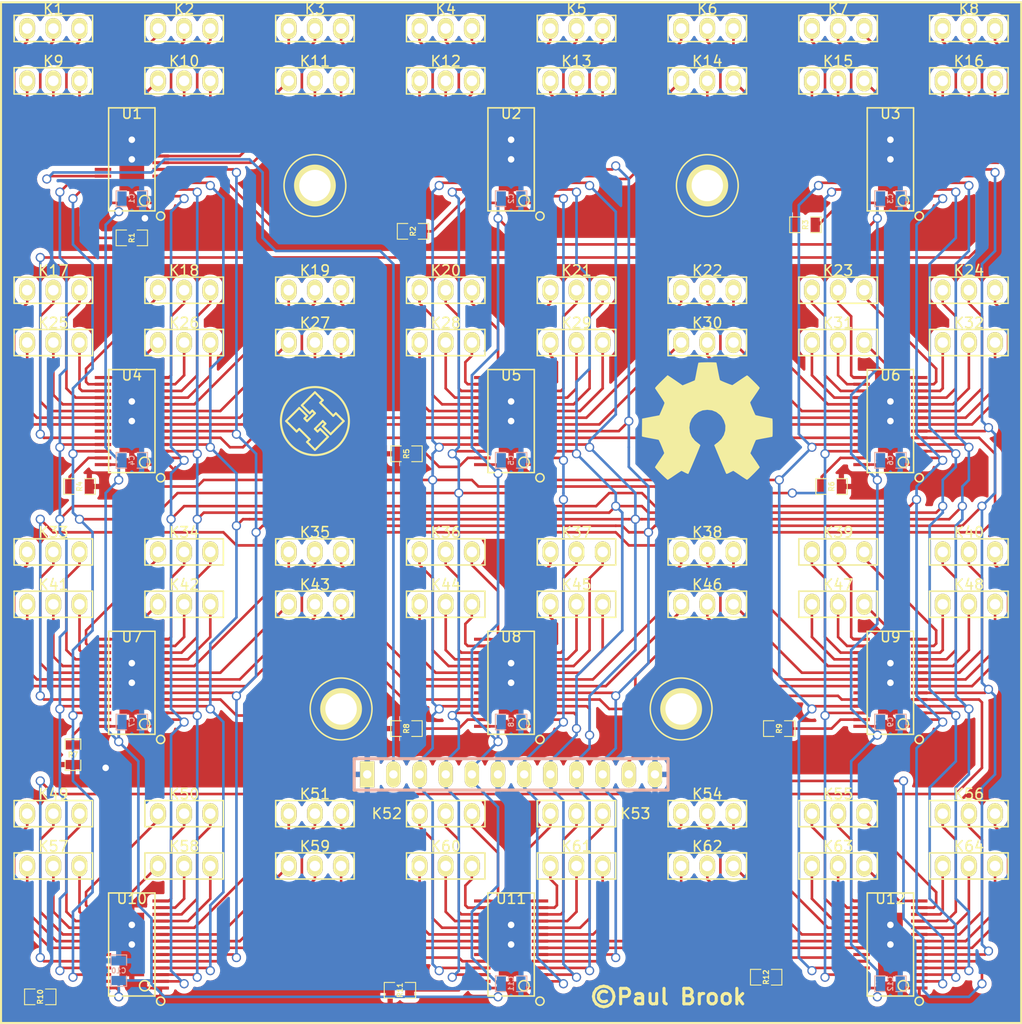
<source format=kicad_pcb>
(kicad_pcb (version 20221018) (generator pcbnew)
  (layers (0 "F.Cu" signal) (31 "B.Cu" signal) (34 "B.Paste" user) (35 "F.Paste" user) (36 "B.SilkS" user) (37 "F.SilkS" user) (38 "B.Mask" user) (39 "F.Mask" user) (44 "Edge.Cuts" user))
  (net 0 "")
  (net 1 "/B1")
  (net 2 "/B10")
  (net 3 "/B11")
  (net 4 "/B12")
  (net 5 "/B13")
  (net 6 "/B14")
  (net 7 "/B15")
  (net 8 "/B16")
  (net 9 "/B17")
  (net 10 "/B18")
  (net 11 "/B19")
  (net 12 "/B2")
  (net 13 "/B20")
  (net 14 "/B21")
  (net 15 "/B22")
  (net 16 "/B23")
  (net 17 "/B24")
  (net 18 "/B25")
  (net 19 "/B26")
  (net 20 "/B27")
  (net 21 "/B28")
  (net 22 "/B29")
  (net 23 "/B3")
  (net 24 "/B30")
  (net 25 "/B31")
  (net 26 "/B32")
  (net 27 "/B33")
  (net 28 "/B34")
  (net 29 "/B35")
  (net 30 "/B36")
  (net 31 "/B37")
  (net 32 "/B38")
  (net 33 "/B39")
  (net 34 "/B4")
  (net 35 "/B40")
  (net 36 "/B41")
  (net 37 "/B42")
  (net 38 "/B43")
  (net 39 "/B44")
  (net 40 "/B45")
  (net 41 "/B46")
  (net 42 "/B47")
  (net 43 "/B48")
  (net 44 "/B49")
  (net 45 "/B5")
  (net 46 "/B50")
  (net 47 "/B51")
  (net 48 "/B52")
  (net 49 "/B53")
  (net 50 "/B54")
  (net 51 "/B55")
  (net 52 "/B56")
  (net 53 "/B57")
  (net 54 "/B58")
  (net 55 "/B59")
  (net 56 "/B6")
  (net 57 "/B60")
  (net 58 "/B61")
  (net 59 "/B62")
  (net 60 "/B63")
  (net 61 "/B64")
  (net 62 "/B7")
  (net 63 "/B8")
  (net 64 "/B9")
  (net 65 "/BLANK")
  (net 66 "/DCPRG")
  (net 67 "/G1")
  (net 68 "/G10")
  (net 69 "/G11")
  (net 70 "/G12")
  (net 71 "/G13")
  (net 72 "/G14")
  (net 73 "/G15")
  (net 74 "/G16")
  (net 75 "/G17")
  (net 76 "/G18")
  (net 77 "/G19")
  (net 78 "/G2")
  (net 79 "/G20")
  (net 80 "/G21")
  (net 81 "/G22")
  (net 82 "/G23")
  (net 83 "/G24")
  (net 84 "/G25")
  (net 85 "/G26")
  (net 86 "/G27")
  (net 87 "/G28")
  (net 88 "/G29")
  (net 89 "/G3")
  (net 90 "/G30")
  (net 91 "/G31")
  (net 92 "/G32")
  (net 93 "/G33")
  (net 94 "/G34")
  (net 95 "/G35")
  (net 96 "/G36")
  (net 97 "/G37")
  (net 98 "/G38")
  (net 99 "/G39")
  (net 100 "/G4")
  (net 101 "/G40")
  (net 102 "/G41")
  (net 103 "/G42")
  (net 104 "/G43")
  (net 105 "/G44")
  (net 106 "/G45")
  (net 107 "/G46")
  (net 108 "/G47")
  (net 109 "/G48")
  (net 110 "/G49")
  (net 111 "/G5")
  (net 112 "/G50")
  (net 113 "/G51")
  (net 114 "/G52")
  (net 115 "/G53")
  (net 116 "/G54")
  (net 117 "/G55")
  (net 118 "/G56")
  (net 119 "/G57")
  (net 120 "/G58")
  (net 121 "/G59")
  (net 122 "/G6")
  (net 123 "/G60")
  (net 124 "/G61")
  (net 125 "/G62")
  (net 126 "/G63")
  (net 127 "/G64")
  (net 128 "/G7")
  (net 129 "/G8")
  (net 130 "/G9")
  (net 131 "/GND")
  (net 132 "/GSCLK")
  (net 133 "/IREF1")
  (net 134 "/IREF10")
  (net 135 "/IREF11")
  (net 136 "/IREF12")
  (net 137 "/IREF2")
  (net 138 "/IREF3")
  (net 139 "/IREF4")
  (net 140 "/IREF5")
  (net 141 "/IREF6")
  (net 142 "/IREF7")
  (net 143 "/IREF8")
  (net 144 "/IREF9")
  (net 145 "/R1")
  (net 146 "/R10")
  (net 147 "/R11")
  (net 148 "/R12")
  (net 149 "/R13")
  (net 150 "/R14")
  (net 151 "/R15")
  (net 152 "/R16")
  (net 153 "/R17")
  (net 154 "/R18")
  (net 155 "/R19")
  (net 156 "/R2")
  (net 157 "/R20")
  (net 158 "/R21")
  (net 159 "/R22")
  (net 160 "/R23")
  (net 161 "/R24")
  (net 162 "/R25")
  (net 163 "/R26")
  (net 164 "/R27")
  (net 165 "/R28")
  (net 166 "/R29")
  (net 167 "/R3")
  (net 168 "/R30")
  (net 169 "/R31")
  (net 170 "/R32")
  (net 171 "/R33")
  (net 172 "/R34")
  (net 173 "/R35")
  (net 174 "/R36")
  (net 175 "/R37")
  (net 176 "/R38")
  (net 177 "/R39")
  (net 178 "/R4")
  (net 179 "/R40")
  (net 180 "/R41")
  (net 181 "/R42")
  (net 182 "/R43")
  (net 183 "/R44")
  (net 184 "/R45")
  (net 185 "/R46")
  (net 186 "/R47")
  (net 187 "/R48")
  (net 188 "/R49")
  (net 189 "/R5")
  (net 190 "/R50")
  (net 191 "/R51")
  (net 192 "/R52")
  (net 193 "/R53")
  (net 194 "/R54")
  (net 195 "/R55")
  (net 196 "/R56")
  (net 197 "/R57")
  (net 198 "/R58")
  (net 199 "/R59")
  (net 200 "/R6")
  (net 201 "/R60")
  (net 202 "/R61")
  (net 203 "/R62")
  (net 204 "/R63")
  (net 205 "/R64")
  (net 206 "/R7")
  (net 207 "/R8")
  (net 208 "/R9")
  (net 209 "/SCLK")
  (net 210 "/SDATA1")
  (net 211 "/SDATA10")
  (net 212 "/SDATA11")
  (net 213 "/SDATA2")
  (net 214 "/SDATA3")
  (net 215 "/SDATA4")
  (net 216 "/SDATA5")
  (net 217 "/SDATA6")
  (net 218 "/SDATA7")
  (net 219 "/SDATA8")
  (net 220 "/SDATA9")
  (net 221 "/SIN")
  (net 222 "/SOUT")
  (net 223 "/VCC")
  (net 224 "/VPRG")
  (net 225 "/XLAT")
  (footprint "CATHODE3" (layer "F.Cu") (at 31.75 34.29)
    (fp_text reference "K9")
    (fp_text value "CONN_3" hide)
  )
  (footprint "CATHODE3" (layer "F.Cu") (at 120.65 34.29)
    (fp_text reference "K16")
    (fp_text value "CONN_3" hide)
  )
  (footprint "CATHODE3" (layer "F.Cu") (at 107.95 34.29)
    (fp_text reference "K15")
    (fp_text value "CONN_3" hide)
  )
  (footprint "CATHODE3" (layer "F.Cu") (at 95.25 34.29)
    (fp_text reference "K14")
    (fp_text value "CONN_3" hide)
  )
  (footprint "CATHODE3" (layer "F.Cu") (at 82.55 34.29)
    (fp_text reference "K13")
    (fp_text value "CONN_3" hide)
  )
  (footprint "CATHODE3" (layer "F.Cu") (at 69.85 34.29)
    (fp_text reference "K12")
    (fp_text value "CONN_3" hide)
  )
  (footprint "CATHODE3" (layer "F.Cu") (at 57.15 34.29)
    (fp_text reference "K11")
    (fp_text value "CONN_3" hide)
  )
  (footprint "CATHODE3" (layer "F.Cu") (at 44.45 34.29)
    (fp_text reference "K10")
    (fp_text value "CONN_3" hide)
  )
  (footprint "CATHODE3" (layer "F.Cu") (at 31.75 29.21)
    (fp_text reference "K1")
    (fp_text value "CONN_3" hide)
  )
  (footprint "CATHODE3" (layer "F.Cu") (at 120.65 29.21)
    (fp_text reference "K8")
    (fp_text value "CONN_3" hide)
  )
  (footprint "CATHODE3" (layer "F.Cu") (at 95.25 29.21)
    (fp_text reference "K6")
    (fp_text value "CONN_3" hide)
  )
  (footprint "CATHODE3" (layer "F.Cu") (at 82.55 29.21)
    (fp_text reference "K5")
    (fp_text value "CONN_3" hide)
  )
  (footprint "CATHODE3" (layer "F.Cu") (at 69.85 29.21)
    (fp_text reference "K4")
    (fp_text value "CONN_3" hide)
  )
  (footprint "CATHODE3" (layer "F.Cu") (at 57.15 29.21)
    (fp_text reference "K3")
    (fp_text value "CONN_3" hide)
  )
  (footprint "CATHODE3" (layer "F.Cu") (at 44.45 29.21)
    (fp_text reference "K2")
    (fp_text value "CONN_3" hide)
  )
  (footprint "HTSSOP-28" (layer "F.Cu") (at 39.37 41.91 90)
    (fp_text reference "U1")
    (fp_text value "TLC5940-PWP" hide)
  )
  (footprint "HTSSOP-28" (layer "F.Cu") (at 76.2 41.91 90)
    (fp_text reference "U2")
    (fp_text value "TLC5940-PWP" hide)
  )
  (footprint "HTSSOP-28" (layer "F.Cu") (at 113.03 41.91 90)
    (fp_text reference "U3")
    (fp_text value "TLC5940-PWP" hide)
  )
  (footprint "0805" (layer "F.Cu") (at 39.37 49.53)
    (fp_text reference "R1")
    (fp_text value "R" hide)
  )
  (footprint "CATHODE3" (layer "F.Cu") (at 107.95 29.21)
    (fp_text reference "K7")
    (fp_text value "CONN_3" hide)
  )
  (footprint "0805" (layer "F.Cu") (at 66.675 48.895 180)
    (fp_text reference "R2")
    (fp_text value "R" hide)
  )
  (footprint "0805" (layer "F.Cu") (at 104.775 48.26 180)
    (fp_text reference "R3")
    (fp_text value "R" hide)
  )
  (footprint "CATHODE3" (layer "F.Cu") (at 44.45 54.61)
    (fp_text reference "K18")
    (fp_text value "CONN_3" hide)
  )
  (footprint "CATHODE3" (layer "F.Cu") (at 57.15 54.61)
    (fp_text reference "K19")
    (fp_text value "CONN_3" hide)
  )
  (footprint "CATHODE3" (layer "F.Cu") (at 69.85 54.61)
    (fp_text reference "K20")
    (fp_text value "CONN_3" hide)
  )
  (footprint "CATHODE3" (layer "F.Cu") (at 82.55 54.61)
    (fp_text reference "K21")
    (fp_text value "CONN_3" hide)
  )
  (footprint "CATHODE3" (layer "F.Cu") (at 95.25 54.61)
    (fp_text reference "K22")
    (fp_text value "CONN_3" hide)
  )
  (footprint "CATHODE3" (layer "F.Cu") (at 107.95 54.61)
    (fp_text reference "K23")
    (fp_text value "CONN_3" hide)
  )
  (footprint "CATHODE3" (layer "F.Cu") (at 120.65 54.61)
    (fp_text reference "K24")
    (fp_text value "CONN_3" hide)
  )
  (footprint "CATHODE3" (layer "F.Cu") (at 31.75 54.61)
    (fp_text reference "K17")
    (fp_text value "CONN_3" hide)
  )
  (footprint "CATHODE3" (layer "F.Cu") (at 44.45 59.69)
    (fp_text reference "K26")
    (fp_text value "CONN_3" hide)
  )
  (footprint "CATHODE3" (layer "F.Cu") (at 57.15 59.69)
    (fp_text reference "K27")
    (fp_text value "CONN_3" hide)
  )
  (footprint "CATHODE3" (layer "F.Cu") (at 69.85 59.69)
    (fp_text reference "K28")
    (fp_text value "CONN_3" hide)
  )
  (footprint "CATHODE3" (layer "F.Cu") (at 82.55 59.69)
    (fp_text reference "K29")
    (fp_text value "CONN_3" hide)
  )
  (footprint "CATHODE3" (layer "F.Cu") (at 95.25 59.69)
    (fp_text reference "K30")
    (fp_text value "CONN_3" hide)
  )
  (footprint "CATHODE3" (layer "F.Cu") (at 107.95 59.69)
    (fp_text reference "K31")
    (fp_text value "CONN_3" hide)
  )
  (footprint "CATHODE3" (layer "F.Cu") (at 120.65 59.69)
    (fp_text reference "K32")
    (fp_text value "CONN_3" hide)
  )
  (footprint "CATHODE3" (layer "F.Cu") (at 31.75 59.69)
    (fp_text reference "K25")
    (fp_text value "CONN_3" hide)
  )
  (footprint "HTSSOP-28" (layer "F.Cu") (at 113.03 67.31 90)
    (fp_text reference "U6")
    (fp_text value "TLC5940-PWP" hide)
  )
  (footprint "HTSSOP-28" (layer "F.Cu") (at 76.2 67.31 90)
    (fp_text reference "U5")
    (fp_text value "TLC5940-PWP" hide)
  )
  (footprint "HTSSOP-28" (layer "F.Cu") (at 39.37 67.31 90)
    (fp_text reference "U4")
    (fp_text value "TLC5940-PWP" hide)
  )
  (footprint "0805" (layer "F.Cu") (at 34.29 73.66)
    (fp_text reference "R4")
    (fp_text value "R" hide)
  )
  (footprint "0805" (layer "F.Cu") (at 66.04 70.485 180)
    (fp_text reference "R5")
    (fp_text value "R" hide)
  )
  (footprint "0805" (layer "F.Cu") (at 107.315 73.66)
    (fp_text reference "R6")
    (fp_text value "R" hide)
  )
  (footprint "0805" (layer "F.Cu") (at 102.235 97.155 180)
    (fp_text reference "R9")
    (fp_text value "R" hide)
  )
  (footprint "0805" (layer "F.Cu") (at 66.04 97.155 180)
    (fp_text reference "R8")
    (fp_text value "R" hide)
  )
  (footprint "CATHODE3" (layer "F.Cu") (at 31.75 85.09)
    (fp_text reference "K41")
    (fp_text value "CONN_3" hide)
  )
  (footprint "CATHODE3" (layer "F.Cu") (at 120.65 85.09)
    (fp_text reference "K48")
    (fp_text value "CONN_3" hide)
  )
  (footprint "CATHODE3" (layer "F.Cu") (at 107.95 85.09)
    (fp_text reference "K47")
    (fp_text value "CONN_3" hide)
  )
  (footprint "CATHODE3" (layer "F.Cu") (at 95.25 85.09)
    (fp_text reference "K46")
    (fp_text value "CONN_3" hide)
  )
  (footprint "CATHODE3" (layer "F.Cu") (at 82.55 85.09)
    (fp_text reference "K45")
    (fp_text value "CONN_3" hide)
  )
  (footprint "CATHODE3" (layer "F.Cu") (at 69.85 85.09)
    (fp_text reference "K44")
    (fp_text value "CONN_3" hide)
  )
  (footprint "CATHODE3" (layer "F.Cu") (at 57.15 85.09)
    (fp_text reference "K43")
    (fp_text value "CONN_3" hide)
  )
  (footprint "CATHODE3" (layer "F.Cu") (at 44.45 85.09)
    (fp_text reference "K42")
    (fp_text value "CONN_3" hide)
  )
  (footprint "CATHODE3" (layer "F.Cu") (at 31.75 80.01)
    (fp_text reference "K33")
    (fp_text value "CONN_3" hide)
  )
  (footprint "CATHODE3" (layer "F.Cu") (at 120.65 80.01)
    (fp_text reference "K40")
    (fp_text value "CONN_3" hide)
  )
  (footprint "CATHODE3" (layer "F.Cu") (at 107.95 80.01)
    (fp_text reference "K39")
    (fp_text value "CONN_3" hide)
  )
  (footprint "CATHODE3" (layer "F.Cu") (at 95.25 80.01)
    (fp_text reference "K38")
    (fp_text value "CONN_3" hide)
  )
  (footprint "CATHODE3" (layer "F.Cu") (at 82.55 80.01)
    (fp_text reference "K37")
    (fp_text value "CONN_3" hide)
  )
  (footprint "CATHODE3" (layer "F.Cu") (at 69.85 80.01)
    (fp_text reference "K36")
    (fp_text value "CONN_3" hide)
  )
  (footprint "CATHODE3" (layer "F.Cu") (at 57.15 80.01)
    (fp_text reference "K35")
    (fp_text value "CONN_3" hide)
  )
  (footprint "CATHODE3" (layer "F.Cu") (at 44.45 80.01)
    (fp_text reference "K34")
    (fp_text value "CONN_3" hide)
  )
  (footprint "0805" (layer "F.Cu") (at 33.655 99.695 -90)
    (fp_text reference "R7")
    (fp_text value "R" hide)
  )
  (footprint "HTSSOP-28" (layer "F.Cu") (at 113.03 92.71 90)
    (fp_text reference "U9")
    (fp_text value "TLC5940-PWP" hide)
  )
  (footprint "HTSSOP-28" (layer "F.Cu") (at 76.2 92.71 90)
    (fp_text reference "U8")
    (fp_text value "TLC5940-PWP" hide)
  )
  (footprint "HTSSOP-28" (layer "F.Cu") (at 39.37 92.71 90)
    (fp_text reference "U7")
    (fp_text value "TLC5940-PWP" hide)
  )
  (footprint "HTSSOP-28" (layer "F.Cu") (at 39.37 118.11 90)
    (fp_text reference "U10")
    (fp_text value "TLC5940-PWP" hide)
  )
  (footprint "HTSSOP-28" (layer "F.Cu") (at 76.2 118.11 90)
    (fp_text reference "U11")
    (fp_text value "TLC5940-PWP" hide)
  )
  (footprint "HTSSOP-28" (layer "F.Cu") (at 113.03 118.11 90)
    (fp_text reference "U12")
    (fp_text value "TLC5940-PWP" hide)
  )
  (footprint "0805" (layer "F.Cu") (at 30.48 123.19 180)
    (fp_text reference "R10")
    (fp_text value "R" hide)
  )
  (footprint "CATHODE3" (layer "F.Cu") (at 44.45 105.41)
    (fp_text reference "K50")
    (fp_text value "CONN_3" hide)
  )
  (footprint "CATHODE3" (layer "F.Cu") (at 57.15 105.41)
    (fp_text reference "K51")
    (fp_text value "CONN_3" hide)
  )
  (footprint "CATHODE3" (layer "F.Cu") (at 69.85 105.41)
    (fp_text reference "K52")
    (fp_text value "CONN_3" hide)
  )
  (footprint "CATHODE3" (layer "F.Cu") (at 82.55 105.41)
    (fp_text reference "K53")
    (fp_text value "CONN_3" hide)
  )
  (footprint "CATHODE3" (layer "F.Cu") (at 95.25 105.41)
    (fp_text reference "K54")
    (fp_text value "CONN_3" hide)
  )
  (footprint "CATHODE3" (layer "F.Cu") (at 107.95 105.41)
    (fp_text reference "K55")
    (fp_text value "CONN_3" hide)
  )
  (footprint "CATHODE3" (layer "F.Cu") (at 120.65 105.41)
    (fp_text reference "K56")
    (fp_text value "CONN_3" hide)
  )
  (footprint "CATHODE3" (layer "F.Cu") (at 31.75 105.41)
    (fp_text reference "K49")
    (fp_text value "CONN_3" hide)
  )
  (footprint "CATHODE3" (layer "F.Cu") (at 44.45 110.49)
    (fp_text reference "K58")
    (fp_text value "CONN_3" hide)
  )
  (footprint "CATHODE3" (layer "F.Cu") (at 57.15 110.49)
    (fp_text reference "K59")
    (fp_text value "CONN_3" hide)
  )
  (footprint "CATHODE3" (layer "F.Cu") (at 69.85 110.49)
    (fp_text reference "K60")
    (fp_text value "CONN_3" hide)
  )
  (footprint "CATHODE3" (layer "F.Cu") (at 82.55 110.49)
    (fp_text reference "K61")
    (fp_text value "CONN_3" hide)
  )
  (footprint "CATHODE3" (layer "F.Cu") (at 95.25 110.49)
    (fp_text reference "K62")
    (fp_text value "CONN_3" hide)
  )
  (footprint "CATHODE3" (layer "F.Cu") (at 107.95 110.49)
    (fp_text reference "K63")
    (fp_text value "CONN_3" hide)
  )
  (footprint "CATHODE3" (layer "F.Cu") (at 120.65 110.49)
    (fp_text reference "K64")
    (fp_text value "CONN_3" hide)
  )
  (footprint "CATHODE3" (layer "F.Cu") (at 31.75 110.49)
    (fp_text reference "K57")
    (fp_text value "CONN_3" hide)
  )
  (footprint "0805" (layer "F.Cu") (at 65.405 122.555 180)
    (fp_text reference "R11")
    (fp_text value "R" hide)
  )
  (footprint "0805" (layer "F.Cu") (at 100.965 121.285 180)
    (fp_text reference "R12")
    (fp_text value "R" hide)
  )
  (footprint "HOLE3" (layer "F.Cu") (at 92.71 95.25)
    (fp_text reference "H4" hide)
    (fp_text value "CONN_1" hide)
  )
  (footprint "HOLE3" (layer "F.Cu") (at 59.69 95.25)
    (fp_text reference "H3" hide)
    (fp_text value "CONN_1" hide)
  )
  (footprint "HOLE3" (layer "F.Cu") (at 57.15 44.45)
    (fp_text reference "H2" hide)
    (fp_text value "CONN_1" hide)
  )
  (footprint "HOLE3" (layer "F.Cu") (at 95.25 44.45)
    (fp_text reference "H1" hide)
    (fp_text value "CONN_1" hide)
  )
  (footprint "LOGO_SMALL" (layer "F.Cu") (at 57.15 67.31)
    (fp_text reference "LOGO_SMALL" hide)
    (fp_text value "VAL**" hide)
  )
  (footprint "OSHW_LOGO" (layer "F.Cu") (at 95.25 67.31)
    (fp_text reference "G***" hide)
    (fp_text value "OSHW_LOGO" hide)
  )
  (footprint "0805" (layer "B.Cu") (at 39.37 45.72)
    (fp_text reference "C1")
    (fp_text value "100n" hide)
  )
  (footprint "0805" (layer "B.Cu") (at 76.2 45.72)
    (fp_text reference "C2")
    (fp_text value "100n" hide)
  )
  (footprint "0805" (layer "B.Cu") (at 113.03 45.72)
    (fp_text reference "C3")
    (fp_text value "100n" hide)
  )
  (footprint "0805" (layer "B.Cu") (at 39.37 71.12)
    (fp_text reference "C4")
    (fp_text value "100n" hide)
  )
  (footprint "0805" (layer "B.Cu") (at 76.2 71.12)
    (fp_text reference "C5")
    (fp_text value "100n" hide)
  )
  (footprint "0805" (layer "B.Cu") (at 113.03 71.12)
    (fp_text reference "C6")
    (fp_text value "100n" hide)
  )
  (footprint "0805" (layer "B.Cu") (at 39.37 96.52)
    (fp_text reference "C7")
    (fp_text value "100n" hide)
  )
  (footprint "0805" (layer "B.Cu") (at 76.2 96.52)
    (fp_text reference "C8")
    (fp_text value "100n" hide)
  )
  (footprint "0805" (layer "B.Cu") (at 113.03 96.52)
    (fp_text reference "C9")
    (fp_text value "100n" hide)
  )
  (footprint "0805" (layer "B.Cu") (at 38.1 120.65 90)
    (fp_text reference "C10")
    (fp_text value "100n" hide)
  )
  (footprint "0805" (layer "B.Cu") (at 76.2 121.92)
    (fp_text reference "C11")
    (fp_text value "100n" hide)
  )
  (footprint "0805" (layer "B.Cu") (at 113.03 121.92)
    (fp_text reference "C12")
    (fp_text value "100n" hide)
  )
  (footprint "SIL-12-ELL" (layer "B.Cu") (at 76.2 101.6)
    (fp_text reference "P1" hide)
    (fp_text value "CONN_12" hide)
  )
  (gr_line (start 26.67 26.67) (end 26.67 125.73) (stroke (width 0.2)) (layer "F.SilkS"))
  (gr_line (start 26.67 26.67) (end 125.73 26.67) (stroke (width 0.2)) (layer "F.SilkS"))
  (gr_line (start 125.73 26.67) (end 125.73 125.73) (stroke (width 0.2)) (layer "F.SilkS"))
  (gr_line (start 26.67 125.73) (end 125.73 125.73) (stroke (width 0.2)) (layer "F.SilkS"))
  (gr_text "©Paul Brook" (at 91.44 123.19) (layer "F.SilkS") (effects (font (size 1.5 1.5) (thickness 0.3))))
  (segment (start 33.92 39.635) (end 33.02 38.735) (width 0.254) (layer "F.Cu") (net 1))
  (segment (start 33.02 38.735) (end 33.02 31.75) (width 0.254) (layer "F.Cu") (net 1))
  (segment (start 33.02 31.75) (end 34.29 30.48) (width 0.254) (layer "F.Cu") (net 1))
  (segment (start 34.29 30.48) (end 34.29 29.21) (width 0.254) (layer "F.Cu") (net 1))
  (segment (start 36.57 39.635) (end 33.92 39.635) (width 0.254) (layer "F.Cu") (net 1))
  (segment (start 44.82 39.635) (end 46.99 37.465) (width 0.254) (layer "F.Cu") (net 2))
  (segment (start 46.99 37.465) (end 46.99 34.29) (width 0.254) (layer "F.Cu") (net 2))
  (segment (start 42.17 39.635) (end 44.82 39.635) (width 0.254) (layer "F.Cu") (net 2))
  (segment (start 64.46 42.235) (end 59.69 37.465) (width 0.254) (layer "F.Cu") (net 3))
  (segment (start 59.69 37.465) (end 59.69 34.29) (width 0.254) (layer "F.Cu") (net 3))
  (segment (start 73.4 42.235) (end 64.46 42.235) (width 0.254) (layer "F.Cu") (net 3))
  (segment (start 72.39 35.56) (end 71.755 36.195) (width 0.254) (layer "F.Cu") (net 4))
  (segment (start 71.755 36.195) (end 71.755 38.1) (width 0.254) (layer "F.Cu") (net 4))
  (segment (start 71.755 38.1) (end 71.99 38.335) (width 0.254) (layer "F.Cu") (net 4))
  (segment (start 71.99 38.335) (end 73.4 38.335) (width 0.254) (layer "F.Cu") (net 4))
  (segment (start 72.39 34.29) (end 72.39 35.56) (width 0.254) (layer "F.Cu") (net 4))
  (segment (start 82.89 40.935) (end 85.09 38.735) (width 0.254) (layer "F.Cu") (net 5))
  (segment (start 85.09 38.735) (end 85.09 34.29) (width 0.254) (layer "F.Cu") (net 5))
  (segment (start 79 40.935) (end 82.89 40.935) (width 0.254) (layer "F.Cu") (net 5))
  (segment (start 104.435 40.935) (end 97.79 34.29) (width 0.254) (layer "F.Cu") (net 6))
  (segment (start 110.23 40.935) (end 104.435 40.935) (width 0.254) (layer "F.Cu") (net 6))
  (segment (start 113.885 37.685) (end 110.49 34.29) (width 0.254) (layer "F.Cu") (net 7))
  (segment (start 115.83 37.685) (end 113.885 37.685) (width 0.254) (layer "F.Cu") (net 7))
  (segment (start 123.19 40.64) (end 122.245 41.585) (width 0.254) (layer "F.Cu") (net 8))
  (segment (start 122.245 41.585) (end 115.83 41.585) (width 0.254) (layer "F.Cu") (net 8))
  (segment (start 123.19 34.29) (end 123.19 40.64) (width 0.254) (layer "F.Cu") (net 8))
  (segment (start 36.57 65.035) (end 33.92 65.035) (width 0.254) (layer "F.Cu") (net 9))
  (segment (start 34.29 55.88) (end 34.29 54.61) (width 0.254) (layer "F.Cu") (net 9))
  (segment (start 33.02 57.15) (end 34.29 55.88) (width 0.254) (layer "F.Cu") (net 9))
  (segment (start 33.02 64.135) (end 33.02 57.15) (width 0.254) (layer "F.Cu") (net 9))
  (segment (start 33.92 65.035) (end 33.02 64.135) (width 0.254) (layer "F.Cu") (net 9))
  (segment (start 42.17 64.385) (end 44.2 64.385) (width 0.254) (layer "F.Cu") (net 10))
  (segment (start 44.2 64.385) (end 45.72 62.865) (width 0.254) (layer "F.Cu") (net 10))
  (segment (start 46.99 55.88) (end 46.99 54.61) (width 0.254) (layer "F.Cu") (net 10))
  (segment (start 45.72 57.15) (end 46.99 55.88) (width 0.254) (layer "F.Cu") (net 10))
  (segment (start 45.72 62.865) (end 45.72 57.15) (width 0.254) (layer "F.Cu") (net 10))
  (segment (start 73.4 66.985) (end 63.81 66.985) (width 0.254) (layer "F.Cu") (net 11))
  (segment (start 59.69 55.88) (end 59.69 54.61) (width 0.254) (layer "F.Cu") (net 11))
  (segment (start 61.595 57.785) (end 59.69 55.88) (width 0.254) (layer "F.Cu") (net 11))
  (segment (start 61.595 64.77) (end 61.595 57.785) (width 0.254) (layer "F.Cu") (net 11))
  (segment (start 63.81 66.985) (end 61.595 64.77) (width 0.254) (layer "F.Cu") (net 11))
  (segment (start 45.72 31.75) (end 46.99 30.48) (width 0.254) (layer "F.Cu") (net 12))
  (segment (start 46.99 30.48) (end 46.99 29.21) (width 0.254) (layer "F.Cu") (net 12))
  (segment (start 44.2 38.985) (end 45.72 37.465) (width 0.254) (layer "F.Cu") (net 12))
  (segment (start 45.72 37.465) (end 45.72 31.75) (width 0.254) (layer "F.Cu") (net 12))
  (segment (start 42.17 38.985) (end 44.2 38.985) (width 0.254) (layer "F.Cu") (net 12))
  (segment (start 74.93 62.865) (end 74.93 58.42) (width 0.254) (layer "F.Cu") (net 13))
  (segment (start 74.71 63.085) (end 74.93 62.865) (width 0.254) (layer "F.Cu") (net 13))
  (segment (start 73.4 63.085) (end 74.71 63.085) (width 0.254) (layer "F.Cu") (net 13))
  (segment (start 72.39 55.88) (end 72.39 54.61) (width 0.254) (layer "F.Cu") (net 13))
  (segment (start 74.93 58.42) (end 72.39 55.88) (width 0.254) (layer "F.Cu") (net 13))
  (segment (start 85.09 55.88) (end 85.09 54.61) (width 0.254) (layer "F.Cu") (net 14))
  (segment (start 83.82 57.15) (end 85.09 55.88) (width 0.254) (layer "F.Cu") (net 14))
  (segment (start 82.27 65.685) (end 83.82 64.135) (width 0.254) (layer "F.Cu") (net 14))
  (segment (start 83.82 64.135) (end 83.82 57.15) (width 0.254) (layer "F.Cu") (net 14))
  (segment (start 79 65.685) (end 82.27 65.685) (width 0.254) (layer "F.Cu") (net 14))
  (segment (start 97.79 54.61) (end 97.79 56.515) (width 0.254) (layer "F.Cu") (net 15))
  (segment (start 97.79 56.515) (end 99.695 58.42) (width 0.254) (layer "F.Cu") (net 15))
  (segment (start 106.96 65.685) (end 110.23 65.685) (width 0.254) (layer "F.Cu") (net 15))
  (segment (start 99.695 58.42) (end 106.96 65.685) (width 0.254) (layer "F.Cu") (net 15))
  (segment (start 110.49 55.245) (end 110.49 54.61) (width 0.254) (layer "F.Cu") (net 16))
  (segment (start 117.24 63.735) (end 115.83 63.735) (width 0.254) (layer "F.Cu") (net 16))
  (segment (start 117.475 63.5) (end 117.24 63.735) (width 0.254) (layer "F.Cu") (net 16))
  (segment (start 117.475 62.23) (end 110.49 55.245) (width 0.254) (layer "F.Cu") (net 16))
  (segment (start 117.475 62.23) (end 117.475 63.5) (width 0.254) (layer "F.Cu") (net 16))
  (segment (start 123.19 54.61) (end 123.19 55.88) (width 0.254) (layer "F.Cu") (net 17))
  (segment (start 124.46 57.15) (end 124.46 64.135) (width 0.254) (layer "F.Cu") (net 17))
  (segment (start 123.19 55.88) (end 124.46 57.15) (width 0.254) (layer "F.Cu") (net 17))
  (segment (start 120.96 67.635) (end 124.46 64.135) (width 0.254) (layer "F.Cu") (net 17))
  (segment (start 115.83 67.635) (end 120.96 67.635) (width 0.254) (layer "F.Cu") (net 17))
  (segment (start 36.57 64.385) (end 34.54 64.385) (width 0.254) (layer "F.Cu") (net 18))
  (segment (start 34.29 64.135) (end 34.29 59.69) (width 0.254) (layer "F.Cu") (net 18))
  (segment (start 34.54 64.385) (end 34.29 64.135) (width 0.254) (layer "F.Cu") (net 18))
  (segment (start 42.17 65.035) (end 44.82 65.035) (width 0.254) (layer "F.Cu") (net 19))
  (segment (start 44.82 65.035) (end 46.99 62.865) (width 0.254) (layer "F.Cu") (net 19))
  (segment (start 46.99 62.865) (end 46.99 59.69) (width 0.254) (layer "F.Cu") (net 19))
  (segment (start 61.92 67.635) (end 59.69 65.405) (width 0.254) (layer "F.Cu") (net 20))
  (segment (start 73.4 67.635) (end 61.92 67.635) (width 0.254) (layer "F.Cu") (net 20))
  (segment (start 59.69 65.405) (end 59.69 59.69) (width 0.254) (layer "F.Cu") (net 20))
  (segment (start 72.39 59.69) (end 72.39 60.96) (width 0.254) (layer "F.Cu") (net 21))
  (segment (start 71.99 63.735) (end 73.4 63.735) (width 0.254) (layer "F.Cu") (net 21))
  (segment (start 71.755 63.5) (end 71.99 63.735) (width 0.254) (layer "F.Cu") (net 21))
  (segment (start 71.755 61.595) (end 71.755 63.5) (width 0.254) (layer "F.Cu") (net 21))
  (segment (start 72.39 60.96) (end 71.755 61.595) (width 0.254) (layer "F.Cu") (net 21))
  (segment (start 82.89 66.335) (end 85.09 64.135) (width 0.254) (layer "F.Cu") (net 22))
  (segment (start 85.09 64.135) (end 85.09 59.69) (width 0.254) (layer "F.Cu") (net 22))
  (segment (start 79 66.335) (end 82.89 66.335) (width 0.254) (layer "F.Cu") (net 22))
  (segment (start 61.595 32.385) (end 59.69 30.48) (width 0.254) (layer "F.Cu") (net 23))
  (segment (start 59.69 30.48) (end 59.69 29.21) (width 0.254) (layer "F.Cu") (net 23))
  (segment (start 66.985 41.585) (end 61.595 36.195) (width 0.254) (layer "F.Cu") (net 23))
  (segment (start 61.595 36.195) (end 61.595 32.385) (width 0.254) (layer "F.Cu") (net 23))
  (segment (start 73.4 41.585) (end 66.985 41.585) (width 0.254) (layer "F.Cu") (net 23))
  (segment (start 110.23 66.335) (end 104.435 66.335) (width 0.254) (layer "F.Cu") (net 24))
  (segment (start 104.435 66.335) (end 97.79 59.69) (width 0.254) (layer "F.Cu") (net 24))
  (segment (start 115.83 63.085) (end 113.885 63.085) (width 0.254) (layer "F.Cu") (net 25))
  (segment (start 113.885 63.085) (end 110.49 59.69) (width 0.254) (layer "F.Cu") (net 25))
  (segment (start 123.19 59.69) (end 123.19 64.135) (width 0.254) (layer "F.Cu") (net 26))
  (segment (start 120.34 66.985) (end 123.19 64.135) (width 0.254) (layer "F.Cu") (net 26))
  (segment (start 115.83 66.985) (end 120.34 66.985) (width 0.254) (layer "F.Cu") (net 26))
  (segment (start 33.92 90.435) (end 33.02 89.535) (width 0.254) (layer "F.Cu") (net 27))
  (segment (start 33.02 89.535) (end 33.02 82.55) (width 0.254) (layer "F.Cu") (net 27))
  (segment (start 33.02 82.55) (end 34.29 81.28) (width 0.254) (layer "F.Cu") (net 27))
  (segment (start 34.29 81.28) (end 34.29 80.01) (width 0.254) (layer "F.Cu") (net 27))
  (segment (start 36.57 90.435) (end 33.92 90.435) (width 0.254) (layer "F.Cu") (net 27))
  (segment (start 45.72 88.265) (end 45.72 82.55) (width 0.254) (layer "F.Cu") (net 28))
  (segment (start 45.72 82.55) (end 46.99 81.28) (width 0.254) (layer "F.Cu") (net 28))
  (segment (start 46.99 81.28) (end 46.99 80.01) (width 0.254) (layer "F.Cu") (net 28))
  (segment (start 44.2 89.785) (end 45.72 88.265) (width 0.254) (layer "F.Cu") (net 28))
  (segment (start 42.17 89.785) (end 44.2 89.785) (width 0.254) (layer "F.Cu") (net 28))
  (segment (start 61.595 83.185) (end 59.69 81.28) (width 0.254) (layer "F.Cu") (net 29))
  (segment (start 59.69 81.28) (end 59.69 80.01) (width 0.254) (layer "F.Cu") (net 29))
  (segment (start 67.62 92.385) (end 61.595 86.36) (width 0.254) (layer "F.Cu") (net 29))
  (segment (start 61.595 86.36) (end 61.595 83.185) (width 0.254) (layer "F.Cu") (net 29))
  (segment (start 73.4 92.385) (end 67.62 92.385) (width 0.254) (layer "F.Cu") (net 29))
  (segment (start 74.93 83.82) (end 72.39 81.28) (width 0.254) (layer "F.Cu") (net 30))
  (segment (start 72.39 81.28) (end 72.39 80.01) (width 0.254) (layer "F.Cu") (net 30))
  (segment (start 73.4 88.485) (end 74.71 88.485) (width 0.254) (layer "F.Cu") (net 30))
  (segment (start 74.71 88.485) (end 74.93 88.265) (width 0.254) (layer "F.Cu") (net 30))
  (segment (start 74.93 88.265) (end 74.93 83.82) (width 0.254) (layer "F.Cu") (net 30))
  (segment (start 83.82 82.55) (end 85.09 81.28) (width 0.254) (layer "F.Cu") (net 31))
  (segment (start 85.09 81.28) (end 85.09 80.01) (width 0.254) (layer "F.Cu") (net 31))
  (segment (start 82.27 91.085) (end 83.82 89.535) (width 0.254) (layer "F.Cu") (net 31))
  (segment (start 83.82 89.535) (end 83.82 82.55) (width 0.254) (layer "F.Cu") (net 31))
  (segment (start 79 91.085) (end 82.27 91.085) (width 0.254) (layer "F.Cu") (net 31))
  (segment (start 99.695 83.82) (end 106.96 91.085) (width 0.254) (layer "F.Cu") (net 32))
  (segment (start 106.96 91.085) (end 110.23 91.085) (width 0.254) (layer "F.Cu") (net 32))
  (segment (start 97.79 81.915) (end 99.695 83.82) (width 0.254) (layer "F.Cu") (net 32))
  (segment (start 97.79 80.01) (end 97.79 81.915) (width 0.254) (layer "F.Cu") (net 32))
  (segment (start 117.475 87.63) (end 117.475 88.9) (width 0.254) (layer "F.Cu") (net 33))
  (segment (start 117.475 87.63) (end 110.49 80.645) (width 0.254) (layer "F.Cu") (net 33))
  (segment (start 117.475 88.9) (end 117.24 89.135) (width 0.254) (layer "F.Cu") (net 33))
  (segment (start 117.24 89.135) (end 115.83 89.135) (width 0.254) (layer "F.Cu") (net 33))
  (segment (start 110.49 80.645) (end 110.49 80.01) (width 0.254) (layer "F.Cu") (net 33))
  (segment (start 74.71 37.685) (end 74.93 37.465) (width 0.254) (layer "F.Cu") (net 34))
  (segment (start 74.93 37.465) (end 74.93 33.02) (width 0.254) (layer "F.Cu") (net 34))
  (segment (start 74.93 33.02) (end 72.39 30.48) (width 0.254) (layer "F.Cu") (net 34))
  (segment (start 72.39 30.48) (end 72.39 29.21) (width 0.254) (layer "F.Cu") (net 34))
  (segment (start 73.4 37.685) (end 74.71 37.685) (width 0.254) (layer "F.Cu") (net 34))
  (segment (start 123.19 81.28) (end 124.46 82.55) (width 0.254) (layer "F.Cu") (net 35))
  (segment (start 124.46 82.55) (end 124.46 89.535) (width 0.254) (layer "F.Cu") (net 35))
  (segment (start 123.19 80.01) (end 123.19 81.28) (width 0.254) (layer "F.Cu") (net 35))
  (segment (start 120.96 93.035) (end 124.46 89.535) (width 0.254) (layer "F.Cu") (net 35))
  (segment (start 115.83 93.035) (end 120.96 93.035) (width 0.254) (layer "F.Cu") (net 35))
  (segment (start 34.54 89.785) (end 34.29 89.535) (width 0.254) (layer "F.Cu") (net 36))
  (segment (start 34.29 89.535) (end 34.29 85.09) (width 0.254) (layer "F.Cu") (net 36))
  (segment (start 36.57 89.785) (end 34.54 89.785) (width 0.254) (layer "F.Cu") (net 36))
  (segment (start 46.99 88.265) (end 46.99 85.09) (width 0.254) (layer "F.Cu") (net 37))
  (segment (start 44.82 90.435) (end 46.99 88.265) (width 0.254) (layer "F.Cu") (net 37))
  (segment (start 42.17 90.435) (end 44.82 90.435) (width 0.254) (layer "F.Cu") (net 37))
  (segment (start 66.365 93.035) (end 59.69 86.36) (width 0.254) (layer "F.Cu") (net 38))
  (segment (start 59.69 86.36) (end 59.69 85.09) (width 0.254) (layer "F.Cu") (net 38))
  (segment (start 73.4 93.035) (end 66.365 93.035) (width 0.254) (layer "F.Cu") (net 38))
  (segment (start 72.39 86.36) (end 71.755 86.995) (width 0.254) (layer "F.Cu") (net 39))
  (segment (start 71.755 86.995) (end 71.755 88.9) (width 0.254) (layer "F.Cu") (net 39))
  (segment (start 71.755 88.9) (end 71.99 89.135) (width 0.254) (layer "F.Cu") (net 39))
  (segment (start 71.99 89.135) (end 73.4 89.135) (width 0.254) (layer "F.Cu") (net 39))
  (segment (start 72.39 85.09) (end 72.39 86.36) (width 0.254) (layer "F.Cu") (net 39))
  (segment (start 82.89 91.735) (end 85.09 89.535) (width 0.254) (layer "F.Cu") (net 40))
  (segment (start 85.09 89.535) (end 85.09 85.09) (width 0.254) (layer "F.Cu") (net 40))
  (segment (start 79 91.735) (end 82.89 91.735) (width 0.254) (layer "F.Cu") (net 40))
  (segment (start 104.435 91.735) (end 97.79 85.09) (width 0.254) (layer "F.Cu") (net 41))
  (segment (start 110.23 91.735) (end 104.435 91.735) (width 0.254) (layer "F.Cu") (net 41))
  (segment (start 113.885 88.485) (end 110.49 85.09) (width 0.254) (layer "F.Cu") (net 42))
  (segment (start 115.83 88.485) (end 113.885 88.485) (width 0.254) (layer "F.Cu") (net 42))
  (segment (start 123.19 85.09) (end 123.19 89.535) (width 0.254) (layer "F.Cu") (net 43))
  (segment (start 120.34 92.385) (end 123.19 89.535) (width 0.254) (layer "F.Cu") (net 43))
  (segment (start 115.83 92.385) (end 120.34 92.385) (width 0.254) (layer "F.Cu") (net 43))
  (segment (start 36.57 115.835) (end 33.92 115.835) (width 0.254) (layer "F.Cu") (net 44))
  (segment (start 34.29 106.68) (end 34.29 105.41) (width 0.254) (layer "F.Cu") (net 44))
  (segment (start 33.02 107.95) (end 34.29 106.68) (width 0.254) (layer "F.Cu") (net 44))
  (segment (start 33.02 114.935) (end 33.02 107.95) (width 0.254) (layer "F.Cu") (net 44))
  (segment (start 33.92 115.835) (end 33.02 114.935) (width 0.254) (layer "F.Cu") (net 44))
  (segment (start 83.82 31.75) (end 85.09 30.48) (width 0.254) (layer "F.Cu") (net 45))
  (segment (start 85.09 30.48) (end 85.09 29.21) (width 0.254) (layer "F.Cu") (net 45))
  (segment (start 82.27 40.285) (end 83.82 38.735) (width 0.254) (layer "F.Cu") (net 45))
  (segment (start 83.82 38.735) (end 83.82 31.75) (width 0.254) (layer "F.Cu") (net 45))
  (segment (start 79 40.285) (end 82.27 40.285) (width 0.254) (layer "F.Cu") (net 45))
  (segment (start 42.17 115.185) (end 44.2 115.185) (width 0.254) (layer "F.Cu") (net 46))
  (segment (start 44.2 115.185) (end 45.72 113.665) (width 0.254) (layer "F.Cu") (net 46))
  (segment (start 46.99 106.68) (end 46.99 105.41) (width 0.254) (layer "F.Cu") (net 46))
  (segment (start 45.72 107.95) (end 46.99 106.68) (width 0.254) (layer "F.Cu") (net 46))
  (segment (start 45.72 113.665) (end 45.72 107.95) (width 0.254) (layer "F.Cu") (net 46))
  (segment (start 73.4 117.785) (end 63.81 117.785) (width 0.254) (layer "F.Cu") (net 47))
  (segment (start 59.69 106.68) (end 59.69 105.41) (width 0.254) (layer "F.Cu") (net 47))
  (segment (start 61.595 108.585) (end 59.69 106.68) (width 0.254) (layer "F.Cu") (net 47))
  (segment (start 61.595 115.57) (end 61.595 108.585) (width 0.254) (layer "F.Cu") (net 47))
  (segment (start 63.81 117.785) (end 61.595 115.57) (width 0.254) (layer "F.Cu") (net 47))
  (segment (start 74.93 113.665) (end 74.93 109.22) (width 0.254) (layer "F.Cu") (net 48))
  (segment (start 74.71 113.885) (end 74.93 113.665) (width 0.254) (layer "F.Cu") (net 48))
  (segment (start 73.4 113.885) (end 74.71 113.885) (width 0.254) (layer "F.Cu") (net 48))
  (segment (start 72.39 106.68) (end 72.39 105.41) (width 0.254) (layer "F.Cu") (net 48))
  (segment (start 74.93 109.22) (end 72.39 106.68) (width 0.254) (layer "F.Cu") (net 48))
  (segment (start 79 116.485) (end 82.905 116.485) (width 0.254) (layer "F.Cu") (net 49))
  (segment (start 85.09 106.68) (end 85.09 105.41) (width 0.254) (layer "F.Cu") (net 49))
  (segment (start 83.82 107.95) (end 85.09 106.68) (width 0.254) (layer "F.Cu") (net 49))
  (segment (start 83.82 115.57) (end 83.82 107.95) (width 0.254) (layer "F.Cu") (net 49))
  (segment (start 82.905 116.485) (end 83.82 115.57) (width 0.254) (layer "F.Cu") (net 49))
  (segment (start 97.79 105.41) (end 97.79 107.315) (width 0.254) (layer "F.Cu") (net 50))
  (segment (start 97.79 107.315) (end 99.695 109.22) (width 0.254) (layer "F.Cu") (net 50))
  (segment (start 106.96 116.485) (end 110.23 116.485) (width 0.254) (layer "F.Cu") (net 50))
  (segment (start 99.695 109.22) (end 106.96 116.485) (width 0.254) (layer "F.Cu") (net 50))
  (segment (start 110.49 106.045) (end 110.49 105.41) (width 0.254) (layer "F.Cu") (net 51))
  (segment (start 117.24 114.535) (end 115.83 114.535) (width 0.254) (layer "F.Cu") (net 51))
  (segment (start 117.475 114.3) (end 117.24 114.535) (width 0.254) (layer "F.Cu") (net 51))
  (segment (start 117.475 113.03) (end 110.49 106.045) (width 0.254) (layer "F.Cu") (net 51))
  (segment (start 117.475 113.03) (end 117.475 114.3) (width 0.254) (layer "F.Cu") (net 51))
  (segment (start 123.19 105.41) (end 123.19 106.68) (width 0.254) (layer "F.Cu") (net 52))
  (segment (start 124.46 107.95) (end 124.46 114.935) (width 0.254) (layer "F.Cu") (net 52))
  (segment (start 123.19 106.68) (end 124.46 107.95) (width 0.254) (layer "F.Cu") (net 52))
  (segment (start 120.96 118.435) (end 124.46 114.935) (width 0.254) (layer "F.Cu") (net 52))
  (segment (start 115.83 118.435) (end 120.96 118.435) (width 0.254) (layer "F.Cu") (net 52))
  (segment (start 36.57 115.185) (end 34.54 115.185) (width 0.254) (layer "F.Cu") (net 53))
  (segment (start 34.29 114.935) (end 34.29 110.49) (width 0.254) (layer "F.Cu") (net 53))
  (segment (start 34.54 115.185) (end 34.29 114.935) (width 0.254) (layer "F.Cu") (net 53))
  (segment (start 42.17 115.835) (end 44.82 115.835) (width 0.254) (layer "F.Cu") (net 54))
  (segment (start 44.82 115.835) (end 46.99 113.665) (width 0.254) (layer "F.Cu") (net 54))
  (segment (start 46.99 113.665) (end 46.99 110.49) (width 0.254) (layer "F.Cu") (net 54))
  (segment (start 61.92 118.435) (end 59.69 116.205) (width 0.254) (layer "F.Cu") (net 55))
  (segment (start 73.4 118.435) (end 61.92 118.435) (width 0.254) (layer "F.Cu") (net 55))
  (segment (start 59.69 116.205) (end 59.69 110.49) (width 0.254) (layer "F.Cu") (net 55))
  (segment (start 99.695 33.02) (end 106.96 40.285) (width 0.254) (layer "F.Cu") (net 56))
  (segment (start 106.96 40.285) (end 110.23 40.285) (width 0.254) (layer "F.Cu") (net 56))
  (segment (start 97.79 31.115) (end 99.695 33.02) (width 0.254) (layer "F.Cu") (net 56))
  (segment (start 97.79 29.21) (end 97.79 31.115) (width 0.254) (layer "F.Cu") (net 56))
  (segment (start 72.39 110.49) (end 72.39 111.76) (width 0.254) (layer "F.Cu") (net 57))
  (segment (start 71.99 114.535) (end 73.4 114.535) (width 0.254) (layer "F.Cu") (net 57))
  (segment (start 71.755 114.3) (end 71.99 114.535) (width 0.254) (layer "F.Cu") (net 57))
  (segment (start 71.755 112.395) (end 71.755 114.3) (width 0.254) (layer "F.Cu") (net 57))
  (segment (start 72.39 111.76) (end 71.755 112.395) (width 0.254) (layer "F.Cu") (net 57))
  (segment (start 79 117.135) (end 84.16 117.135) (width 0.254) (layer "F.Cu") (net 58))
  (segment (start 85.09 116.205) (end 85.09 110.49) (width 0.254) (layer "F.Cu") (net 58))
  (segment (start 84.16 117.135) (end 85.09 116.205) (width 0.254) (layer "F.Cu") (net 58))
  (segment (start 110.23 117.135) (end 104.435 117.135) (width 0.254) (layer "F.Cu") (net 59))
  (segment (start 104.435 117.135) (end 97.79 110.49) (width 0.254) (layer "F.Cu") (net 59))
  (segment (start 115.83 113.885) (end 113.885 113.885) (width 0.254) (layer "F.Cu") (net 60))
  (segment (start 113.885 113.885) (end 110.49 110.49) (width 0.254) (layer "F.Cu") (net 60))
  (segment (start 123.19 110.49) (end 123.19 114.935) (width 0.254) (layer "F.Cu") (net 61))
  (segment (start 120.34 117.785) (end 123.19 114.935) (width 0.254) (layer "F.Cu") (net 61))
  (segment (start 115.83 117.785) (end 120.34 117.785) (width 0.254) (layer "F.Cu") (net 61))
  (segment (start 117.475 36.83) (end 117.475 38.1) (width 0.254) (layer "F.Cu") (net 62))
  (segment (start 117.475 38.1) (end 117.24 38.335) (width 0.254) (layer "F.Cu") (net 62))
  (segment (start 117.24 38.335) (end 115.83 38.335) (width 0.254) (layer "F.Cu") (net 62))
  (segment (start 110.49 29.845) (end 110.49 29.21) (width 0.254) (layer "F.Cu") (net 62))
  (segment (start 117.475 36.83) (end 110.49 29.845) (width 0.254) (layer "F.Cu") (net 62))
  (segment (start 123.19 30.48) (end 124.46 31.75) (width 0.254) (layer "F.Cu") (net 63))
  (segment (start 124.46 31.75) (end 124.46 41.275) (width 0.254) (layer "F.Cu") (net 63))
  (segment (start 124.46 41.275) (end 123.5 42.235) (width 0.254) (layer "F.Cu") (net 63))
  (segment (start 123.5 42.235) (end 115.83 42.235) (width 0.254) (layer "F.Cu") (net 63))
  (segment (start 123.19 29.21) (end 123.19 30.48) (width 0.254) (layer "F.Cu") (net 63))
  (segment (start 34.54 38.985) (end 34.29 38.735) (width 0.254) (layer "F.Cu") (net 64))
  (segment (start 34.29 38.735) (end 34.29 34.29) (width 0.254) (layer "F.Cu") (net 64))
  (segment (start 36.57 38.985) (end 34.54 38.985) (width 0.254) (layer "F.Cu") (net 64))
  (segment (start 117.875 45.485) (end 118.11 45.72) (width 0.254) (layer "F.Cu") (net 65))
  (segment (start 117.875 70.885) (end 115.83 70.885) (width 0.254) (layer "F.Cu") (net 65))
  (segment (start 117.875 70.885) (end 118.11 71.12) (width 0.254) (layer "F.Cu") (net 65))
  (segment (start 81.045 45.485) (end 81.28 45.72) (width 0.254) (layer "F.Cu") (net 65))
  (segment (start 81.045 70.885) (end 81.28 71.12) (width 0.254) (layer "F.Cu") (net 65))
  (segment (start 44.215 45.485) (end 44.45 45.72) (width 0.254) (layer "F.Cu") (net 65))
  (segment (start 44.215 70.885) (end 44.45 71.12) (width 0.254) (layer "F.Cu") (net 65))
  (segment (start 44.215 96.285) (end 44.45 96.52) (width 0.254) (layer "F.Cu") (net 65))
  (segment (start 44.215 96.285) (end 42.17 96.285) (width 0.254) (layer "F.Cu") (net 65))
  (segment (start 79 96.285) (end 81.045 96.285) (width 0.254) (layer "F.Cu") (net 65))
  (segment (start 81.045 96.285) (end 81.28 96.52) (width 0.254) (layer "F.Cu") (net 65))
  (segment (start 117.875 96.285) (end 115.83 96.285) (width 0.254) (layer "F.Cu") (net 65))
  (segment (start 117.875 96.285) (end 118.11 96.52) (width 0.254) (layer "F.Cu") (net 65))
  (segment (start 117.875 121.685) (end 118.11 121.92) (width 0.254) (layer "F.Cu") (net 65))
  (segment (start 81.045 121.685) (end 81.28 121.92) (width 0.254) (layer "F.Cu") (net 65))
  (segment (start 79 121.685) (end 81.045 121.685) (width 0.254) (layer "F.Cu") (net 65))
  (segment (start 44.215 121.685) (end 42.17 121.685) (width 0.254) (layer "F.Cu") (net 65))
  (segment (start 44.215 121.685) (end 44.45 121.92) (width 0.254) (layer "F.Cu") (net 65))
  (segment (start 114.935 75.565) (end 115.57 74.93) (width 0.254) (layer "F.Cu") (net 65))
  (segment (start 114.935 75.565) (end 90.17 75.565) (width 0.254) (layer "F.Cu") (net 65))
  (segment (start 90.17 75.565) (end 88.9 74.295) (width 0.254) (layer "F.Cu") (net 65))
  (segment (start 88.9 74.295) (end 85.725 74.295) (width 0.254) (layer "F.Cu") (net 65))
  (segment (start 85.725 74.295) (end 84.455 75.565) (width 0.254) (layer "F.Cu") (net 65))
  (segment (start 84.455 75.565) (end 81.28 75.565) (width 0.254) (layer "F.Cu") (net 65))
  (segment (start 81.28 75.565) (end 44.45 75.565) (width 0.254) (layer "F.Cu") (net 65))
  (segment (start 117.875 121.685) (end 118.11 121.92) (width 0.254) (layer "F.Cu") (net 65))
  (segment (start 79 45.485) (end 81.045 45.485) (width 0.254) (layer "F.Cu") (net 65))
  (segment (start 115.83 45.485) (end 117.875 45.485) (width 0.254) (layer "F.Cu") (net 65))
  (segment (start 115.83 121.685) (end 117.875 121.685) (width 0.254) (layer "F.Cu") (net 65))
  (segment (start 79 70.885) (end 81.045 70.885) (width 0.254) (layer "F.Cu") (net 65))
  (segment (start 81.28 75.565) (end 81.28 74.93) (width 0.254) (layer "F.Cu") (net 65))
  (segment (start 44.215 70.885) (end 42.17 70.885) (width 0.254) (layer "F.Cu") (net 65))
  (segment (start 44.45 75.565) (end 43.18 76.835) (width 0.254) (layer "F.Cu") (net 65))
  (segment (start 42.17 45.485) (end 44.215 45.485) (width 0.254) (layer "F.Cu") (net 65))
  (via (at 118.11 71.12) (size 0.889) (drill 0.635) (layers "F.Cu" "B.Cu") (net 65))
  (via (at 44.45 96.52) (size 0.889) (drill 0.635) (layers "F.Cu" "B.Cu") (net 65))
  (via (at 81.28 96.52) (size 0.889) (drill 0.635) (layers "F.Cu" "B.Cu") (net 65))
  (via (at 118.11 96.52) (size 0.889) (drill 0.635) (layers "F.Cu" "B.Cu") (net 65))
  (via (at 81.28 121.92) (size 0.889) (drill 0.635) (layers "F.Cu" "B.Cu") (net 65))
  (via (at 44.45 121.92) (size 0.889) (drill 0.635) (layers "F.Cu" "B.Cu") (net 65))
  (via (at 81.28 71.12) (size 0.889) (drill 0.635) (layers "F.Cu" "B.Cu") (net 65))
  (via (at 44.45 71.12) (size 0.889) (drill 0.635) (layers "F.Cu" "B.Cu") (net 65))
  (via (at 115.57 74.93) (size 0.889) (drill 0.635) (layers "F.Cu" "B.Cu") (net 65))
  (via (at 118.11 121.92) (size 0.889) (drill 0.635) (layers "F.Cu" "B.Cu") (net 65))
  (via (at 118.11 45.72) (size 0.889) (drill 0.635) (layers "F.Cu" "B.Cu") (net 65))
  (via (at 81.28 45.72) (size 0.889) (drill 0.635) (layers "F.Cu" "B.Cu") (net 65))
  (via (at 81.28 74.93) (size 0.889) (drill 0.635) (layers "F.Cu" "B.Cu") (net 65))
  (via (at 43.18 76.835) (size 0.889) (drill 0.635) (layers "F.Cu" "B.Cu") (net 65))
  (via (at 44.45 45.72) (size 0.889) (drill 0.635) (layers "F.Cu" "B.Cu") (net 65))
  (segment (start 115.57 68.58) (end 115.57 48.26) (width 0.254) (layer "B.Cu") (net 65))
  (segment (start 115.57 48.26) (end 118.11 45.72) (width 0.254) (layer "B.Cu") (net 65))
  (segment (start 81.28 71.12) (end 81.28 45.72) (width 0.254) (layer "B.Cu") (net 65))
  (segment (start 81.28 45.72) (end 81.28 46.355) (width 0.254) (layer "B.Cu") (net 65))
  (segment (start 43.18 69.85) (end 43.18 46.99) (width 0.254) (layer "B.Cu") (net 65))
  (segment (start 43.18 46.99) (end 44.45 45.72) (width 0.254) (layer "B.Cu") (net 65))
  (segment (start 43.18 95.25) (end 44.45 96.52) (width 0.254) (layer "B.Cu") (net 65))
  (segment (start 43.18 95.25) (end 43.18 77.47) (width 0.254) (layer "B.Cu") (net 65))
  (segment (start 81.28 96.52) (end 81.28 76.835) (width 0.254) (layer "B.Cu") (net 65))
  (segment (start 115.57 93.98) (end 118.11 96.52) (width 0.254) (layer "B.Cu") (net 65))
  (segment (start 115.57 93.98) (end 115.57 74.93) (width 0.254) (layer "B.Cu") (net 65))
  (segment (start 43.18 120.65) (end 43.18 97.79) (width 0.254) (layer "B.Cu") (net 65))
  (segment (start 44.45 121.92) (end 43.18 120.65) (width 0.254) (layer "B.Cu") (net 65))
  (segment (start 115.57 74.295) (end 115.57 73.66) (width 0.254) (layer "B.Cu") (net 65))
  (segment (start 81.28 74.295) (end 81.28 71.12) (width 0.254) (layer "B.Cu") (net 65))
  (segment (start 81.28 76.2) (end 81.28 74.93) (width 0.254) (layer "B.Cu") (net 65))
  (segment (start 81.28 76.835) (end 81.28 76.2) (width 0.254) (layer "B.Cu") (net 65))
  (segment (start 115.57 74.93) (end 115.57 74.295) (width 0.254) (layer "B.Cu") (net 65))
  (segment (start 81.28 74.93) (end 81.28 74.295) (width 0.254) (layer "B.Cu") (net 65))
  (segment (start 78.74 119.38) (end 81.28 121.92) (width 0.254) (layer "B.Cu") (net 65))
  (segment (start 77.47 100.33) (end 78.74 99.06) (width 0.254) (layer "B.Cu") (net 65))
  (segment (start 77.47 102.87) (end 78.74 104.14) (width 0.254) (layer "B.Cu") (net 65))
  (segment (start 78.74 104.14) (end 78.74 119.38) (width 0.254) (layer "B.Cu") (net 65))
  (segment (start 43.18 76.2) (end 43.18 72.39) (width 0.254) (layer "B.Cu") (net 65))
  (segment (start 118.11 117.475) (end 115.57 114.935) (width 0.254) (layer "B.Cu") (net 65))
  (segment (start 115.57 114.935) (end 115.57 99.06) (width 0.254) (layer "B.Cu") (net 65))
  (segment (start 77.47 101.6) (end 77.47 100.33) (width 0.254) (layer "B.Cu") (net 65))
  (segment (start 118.11 71.12) (end 115.57 68.58) (width 0.254) (layer "B.Cu") (net 65))
  (segment (start 44.45 96.52) (end 43.18 97.79) (width 0.254) (layer "B.Cu") (net 65))
  (segment (start 77.47 101.6) (end 77.47 102.87) (width 0.254) (layer "B.Cu") (net 65))
  (segment (start 118.11 71.12) (end 115.57 73.66) (width 0.254) (layer "B.Cu") (net 65))
  (segment (start 44.45 71.12) (end 43.18 69.85) (width 0.254) (layer "B.Cu") (net 65))
  (segment (start 43.18 76.835) (end 43.18 77.47) (width 0.254) (layer "B.Cu") (net 65))
  (segment (start 44.45 71.12) (end 43.18 72.39) (width 0.254) (layer "B.Cu") (net 65))
  (segment (start 118.11 96.52) (end 115.57 99.06) (width 0.254) (layer "B.Cu") (net 65))
  (segment (start 43.18 76.835) (end 43.18 76.2) (width 0.254) (layer "B.Cu") (net 65))
  (segment (start 118.11 121.92) (end 118.11 117.475) (width 0.254) (layer "B.Cu") (net 65))
  (segment (start 81.28 96.52) (end 78.74 99.06) (width 0.254) (layer "B.Cu") (net 65))
  (segment (start 107.565 44.835) (end 107.315 45.085) (width 0.254) (layer "F.Cu") (net 66))
  (segment (start 106.93 70.235) (end 106.68 70.485) (width 0.254) (layer "F.Cu") (net 66))
  (segment (start 70.735 70.235) (end 70.485 70.485) (width 0.254) (layer "F.Cu") (net 66))
  (segment (start 70.735 44.835) (end 70.485 45.085) (width 0.254) (layer "F.Cu") (net 66))
  (segment (start 33.905 70.235) (end 33.655 70.485) (width 0.254) (layer "F.Cu") (net 66))
  (segment (start 33.905 95.635) (end 36.57 95.635) (width 0.254) (layer "F.Cu") (net 66))
  (segment (start 33.905 95.635) (end 33.655 95.885) (width 0.254) (layer "F.Cu") (net 66))
  (segment (start 70.735 95.635) (end 70.485 95.885) (width 0.254) (layer "F.Cu") (net 66))
  (segment (start 70.735 95.635) (end 73.4 95.635) (width 0.254) (layer "F.Cu") (net 66))
  (segment (start 110.23 95.635) (end 106.93 95.635) (width 0.254) (layer "F.Cu") (net 66))
  (segment (start 106.93 95.635) (end 106.68 95.885) (width 0.254) (layer "F.Cu") (net 66))
  (segment (start 106.93 121.035) (end 106.68 121.285) (width 0.254) (layer "F.Cu") (net 66))
  (segment (start 110.23 121.035) (end 106.93 121.035) (width 0.254) (layer "F.Cu") (net 66))
  (segment (start 70.735 121.035) (end 73.4 121.035) (width 0.254) (layer "F.Cu") (net 66))
  (segment (start 70.735 121.035) (end 70.485 121.285) (width 0.254) (layer "F.Cu") (net 66))
  (segment (start 33.905 121.035) (end 33.655 121.285) (width 0.254) (layer "F.Cu") (net 66))
  (segment (start 33.905 121.035) (end 36.57 121.035) (width 0.254) (layer "F.Cu") (net 66))
  (segment (start 90.805 74.295) (end 103.505 74.295) (width 0.254) (layer "F.Cu") (net 66))
  (segment (start 90.805 74.295) (end 90.17 73.66) (width 0.254) (layer "F.Cu") (net 66))
  (segment (start 90.17 73.66) (end 80.645 73.66) (width 0.254) (layer "F.Cu") (net 66))
  (segment (start 41.275 76.835) (end 34.29 76.835) (width 0.254) (layer "F.Cu") (net 66))
  (segment (start 43.815 74.295) (end 71.12 74.295) (width 0.254) (layer "F.Cu") (net 66))
  (segment (start 41.275 76.835) (end 41.275 76.835) (width 0.254) (layer "F.Cu") (net 66))
  (segment (start 34.54 44.835) (end 33.655 45.72) (width 0.254) (layer "F.Cu") (net 66))
  (segment (start 36.57 44.835) (end 34.54 44.835) (width 0.254) (layer "F.Cu") (net 66))
  (segment (start 80.01 74.295) (end 80.645 73.66) (width 0.254) (layer "F.Cu") (net 66))
  (segment (start 33.905 70.235) (end 36.57 70.235) (width 0.254) (layer "F.Cu") (net 66))
  (segment (start 110.23 70.235) (end 106.93 70.235) (width 0.254) (layer "F.Cu") (net 66))
  (segment (start 43.815 74.295) (end 41.275 76.835) (width 0.254) (layer "F.Cu") (net 66))
  (segment (start 73.4 44.835) (end 70.735 44.835) (width 0.254) (layer "F.Cu") (net 66))
  (segment (start 71.12 74.295) (end 80.01 74.295) (width 0.254) (layer "F.Cu") (net 66))
  (segment (start 70.735 70.235) (end 73.4 70.235) (width 0.254) (layer "F.Cu") (net 66))
  (segment (start 110.23 44.835) (end 107.565 44.835) (width 0.254) (layer "F.Cu") (net 66))
  (via (at 33.655 95.885) (size 0.889) (drill 0.635) (layers "F.Cu" "B.Cu") (net 66))
  (via (at 70.485 95.885) (size 0.889) (drill 0.635) (layers "F.Cu" "B.Cu") (net 66))
  (via (at 106.68 95.885) (size 0.889) (drill 0.635) (layers "F.Cu" "B.Cu") (net 66))
  (via (at 106.68 121.285) (size 0.889) (drill 0.635) (layers "F.Cu" "B.Cu") (net 66))
  (via (at 70.485 121.285) (size 0.889) (drill 0.635) (layers "F.Cu" "B.Cu") (net 66))
  (via (at 33.655 121.285) (size 0.889) (drill 0.635) (layers "F.Cu" "B.Cu") (net 66))
  (via (at 107.315 45.085) (size 0.889) (drill 0.635) (layers "F.Cu" "B.Cu") (net 66))
  (via (at 34.29 76.835) (size 0.889) (drill 0.635) (layers "F.Cu" "B.Cu") (net 66))
  (via (at 106.68 70.485) (size 0.889) (drill 0.635) (layers "F.Cu" "B.Cu") (net 66))
  (via (at 71.12 74.295) (size 0.889) (drill 0.635) (layers "F.Cu" "B.Cu") (net 66))
  (via (at 33.655 70.485) (size 0.889) (drill 0.635) (layers "F.Cu" "B.Cu") (net 66))
  (via (at 70.485 45.085) (size 0.889) (drill 0.635) (layers "F.Cu" "B.Cu") (net 66))
  (via (at 103.505 74.295) (size 0.889) (drill 0.635) (layers "F.Cu" "B.Cu") (net 66))
  (via (at 70.485 70.485) (size 0.889) (drill 0.635) (layers "F.Cu" "B.Cu") (net 66))
  (via (at 33.655 45.72) (size 0.889) (drill 0.635) (layers "F.Cu" "B.Cu") (net 66))
  (segment (start 107.315 45.085) (end 106.68 45.72) (width 0.254) (layer "B.Cu") (net 66))
  (segment (start 106.68 45.72) (end 106.68 70.485) (width 0.254) (layer "B.Cu") (net 66))
  (segment (start 70.485 45.085) (end 71.12 45.72) (width 0.254) (layer "B.Cu") (net 66))
  (segment (start 71.12 45.72) (end 71.12 69.85) (width 0.254) (layer "B.Cu") (net 66))
  (segment (start 71.12 69.85) (end 70.485 70.485) (width 0.254) (layer "B.Cu") (net 66))
  (segment (start 33.655 95.885) (end 33.655 89.535) (width 0.254) (layer "B.Cu") (net 66))
  (segment (start 71.12 95.25) (end 70.485 95.885) (width 0.254) (layer "B.Cu") (net 66))
  (segment (start 71.12 71.12) (end 71.12 74.295) (width 0.254) (layer "B.Cu") (net 66))
  (segment (start 106.68 70.485) (end 106.68 73.025) (width 0.254) (layer "B.Cu") (net 66))
  (segment (start 106.68 95.885) (end 106.68 121.285) (width 0.254) (layer "B.Cu") (net 66))
  (segment (start 71.12 96.52) (end 71.12 99.06) (width 0.254) (layer "B.Cu") (net 66))
  (segment (start 71.12 120.65) (end 70.485 121.285) (width 0.254) (layer "B.Cu") (net 66))
  (segment (start 33.655 121.285) (end 33.655 114.935) (width 0.254) (layer "B.Cu") (net 66))
  (segment (start 33.655 95.885) (end 33.655 102.235) (width 0.254) (layer "B.Cu") (net 66))
  (segment (start 35.56 52.07) (end 35.56 62.23) (width 0.254) (layer "B.Cu") (net 66))
  (segment (start 35.56 62.23) (end 33.655 64.135) (width 0.254) (layer "B.Cu") (net 66))
  (segment (start 35.56 78.74) (end 35.56 87.63) (width 0.254) (layer "B.Cu") (net 66))
  (segment (start 35.56 87.63) (end 33.655 89.535) (width 0.254) (layer "B.Cu") (net 66))
  (segment (start 35.56 104.14) (end 35.56 111.76) (width 0.254) (layer "B.Cu") (net 66))
  (segment (start 106.68 73.025) (end 106.68 74.295) (width 0.254) (layer "B.Cu") (net 66))
  (segment (start 71.12 74.295) (end 71.12 75.565) (width 0.254) (layer "B.Cu") (net 66))
  (segment (start 71.12 75.565) (end 71.12 95.25) (width 0.254) (layer "B.Cu") (net 66))
  (segment (start 106.68 74.295) (end 106.68 95.885) (width 0.254) (layer "B.Cu") (net 66))
  (segment (start 33.655 76.2) (end 34.29 76.835) (width 0.254) (layer "B.Cu") (net 66))
  (segment (start 35.56 78.105) (end 35.56 78.74) (width 0.254) (layer "B.Cu") (net 66))
  (segment (start 103.505 74.295) (end 106.68 74.295) (width 0.254) (layer "B.Cu") (net 66))
  (segment (start 69.85 100.33) (end 71.12 99.06) (width 0.254) (layer "B.Cu") (net 66))
  (segment (start 69.85 102.87) (end 71.12 104.14) (width 0.254) (layer "B.Cu") (net 66))
  (segment (start 71.12 104.14) (end 71.12 120.65) (width 0.254) (layer "B.Cu") (net 66))
  (segment (start 33.655 45.72) (end 33.655 50.165) (width 0.254) (layer "B.Cu") (net 66))
  (segment (start 35.56 113.03) (end 35.56 111.76) (width 0.254) (layer "B.Cu") (net 66))
  (segment (start 70.485 70.485) (end 71.12 71.12) (width 0.254) (layer "B.Cu") (net 66))
  (segment (start 69.85 101.6) (end 69.85 102.87) (width 0.254) (layer "B.Cu") (net 66))
  (segment (start 70.485 95.885) (end 71.12 96.52) (width 0.254) (layer "B.Cu") (net 66))
  (segment (start 33.655 70.485) (end 33.655 64.135) (width 0.254) (layer "B.Cu") (net 66))
  (segment (start 33.655 102.235) (end 35.56 104.14) (width 0.254) (layer "B.Cu") (net 66))
  (segment (start 33.655 70.485) (end 33.655 76.2) (width 0.254) (layer "B.Cu") (net 66))
  (segment (start 34.29 76.835) (end 35.56 78.105) (width 0.254) (layer "B.Cu") (net 66))
  (segment (start 33.655 50.165) (end 35.56 52.07) (width 0.254) (layer "B.Cu") (net 66))
  (segment (start 33.655 114.935) (end 35.56 113.03) (width 0.254) (layer "B.Cu") (net 66))
  (segment (start 69.85 101.6) (end 69.85 100.33) (width 0.254) (layer "B.Cu") (net 66))
  (segment (start 31.41 40.935) (end 30.48 40.005) (width 0.254) (layer "F.Cu") (net 67))
  (segment (start 30.48 40.005) (end 30.48 31.75) (width 0.254) (layer "F.Cu") (net 67))
  (segment (start 30.48 31.75) (end 31.75 30.48) (width 0.254) (layer "F.Cu") (net 67))
  (segment (start 31.75 30.48) (end 31.75 29.21) (width 0.254) (layer "F.Cu") (net 67))
  (segment (start 36.57 40.935) (end 31.41 40.935) (width 0.254) (layer "F.Cu") (net 67))
  (segment (start 43.58 38.335) (end 44.45 37.465) (width 0.254) (layer "F.Cu") (net 68))
  (segment (start 44.45 37.465) (end 44.45 34.29) (width 0.254) (layer "F.Cu") (net 68))
  (segment (start 42.17 38.335) (end 43.58 38.335) (width 0.254) (layer "F.Cu") (net 68))
  (segment (start 51.11 42.235) (end 57.15 36.195) (width 0.254) (layer "F.Cu") (net 69))
  (segment (start 57.15 36.195) (end 57.15 34.29) (width 0.254) (layer "F.Cu") (net 69))
  (segment (start 42.17 42.235) (end 51.11 42.235) (width 0.254) (layer "F.Cu") (net 69))
  (segment (start 69.85 38.735) (end 70.75 39.635) (width 0.254) (layer "F.Cu") (net 70))
  (segment (start 70.75 39.635) (end 73.4 39.635) (width 0.254) (layer "F.Cu") (net 70))
  (segment (start 69.85 34.29) (end 69.85 38.735) (width 0.254) (layer "F.Cu") (net 70))
  (segment (start 81.65 39.635) (end 82.55 38.735) (width 0.254) (layer "F.Cu") (net 71))
  (segment (start 82.55 38.735) (end 82.55 34.29) (width 0.254) (layer "F.Cu") (net 71))
  (segment (start 79 39.635) (end 81.65 39.635) (width 0.254) (layer "F.Cu") (net 71))
  (segment (start 101.29 42.235) (end 95.25 36.195) (width 0.254) (layer "F.Cu") (net 72))
  (segment (start 95.25 36.195) (end 95.25 34.29) (width 0.254) (layer "F.Cu") (net 72))
  (segment (start 110.23 42.235) (end 101.29 42.235) (width 0.254) (layer "F.Cu") (net 72))
  (segment (start 107.95 37.465) (end 108.82 38.335) (width 0.254) (layer "F.Cu") (net 73))
  (segment (start 108.82 38.335) (end 110.23 38.335) (width 0.254) (layer "F.Cu") (net 73))
  (segment (start 107.95 34.29) (end 107.95 37.465) (width 0.254) (layer "F.Cu") (net 73))
  (segment (start 120.65 39.37) (end 119.735 40.285) (width 0.254) (layer "F.Cu") (net 74))
  (segment (start 119.735 40.285) (end 115.83 40.285) (width 0.254) (layer "F.Cu") (net 74))
  (segment (start 120.65 34.29) (end 120.65 39.37) (width 0.254) (layer "F.Cu") (net 74))
  (segment (start 36.57 66.335) (end 31.41 66.335) (width 0.254) (layer "F.Cu") (net 75))
  (segment (start 31.75 55.88) (end 31.75 54.61) (width 0.254) (layer "F.Cu") (net 75))
  (segment (start 30.48 57.15) (end 31.75 55.88) (width 0.254) (layer "F.Cu") (net 75))
  (segment (start 30.48 65.405) (end 30.48 57.15) (width 0.254) (layer "F.Cu") (net 75))
  (segment (start 31.41 66.335) (end 30.48 65.405) (width 0.254) (layer "F.Cu") (net 75))
  (segment (start 44.45 54.61) (end 44.45 55.88) (width 0.254) (layer "F.Cu") (net 76))
  (segment (start 42.96 63.085) (end 42.17 63.085) (width 0.254) (layer "F.Cu") (net 76))
  (segment (start 43.18 62.865) (end 42.96 63.085) (width 0.254) (layer "F.Cu") (net 76))
  (segment (start 43.18 57.15) (end 43.18 62.865) (width 0.254) (layer "F.Cu") (net 76))
  (segment (start 44.45 55.88) (end 43.18 57.15) (width 0.254) (layer "F.Cu") (net 76))
  (segment (start 42.17 66.985) (end 49.855 66.985) (width 0.254) (layer "F.Cu") (net 77))
  (segment (start 49.855 66.985) (end 55.88 60.96) (width 0.254) (layer "F.Cu") (net 77))
  (segment (start 57.15 55.88) (end 57.15 54.61) (width 0.254) (layer "F.Cu") (net 77))
  (segment (start 55.88 57.15) (end 57.15 55.88) (width 0.254) (layer "F.Cu") (net 77))
  (segment (start 55.88 60.96) (end 55.88 57.15) (width 0.254) (layer "F.Cu") (net 77))
  (segment (start 44.45 30.48) (end 43.18 31.75) (width 0.254) (layer "F.Cu") (net 78))
  (segment (start 43.18 31.75) (end 43.18 37.465) (width 0.254) (layer "F.Cu") (net 78))
  (segment (start 43.18 37.465) (end 42.96 37.685) (width 0.254) (layer "F.Cu") (net 78))
  (segment (start 42.96 37.685) (end 42.17 37.685) (width 0.254) (layer "F.Cu") (net 78))
  (segment (start 44.45 29.21) (end 44.45 30.48) (width 0.254) (layer "F.Cu") (net 78))
  (segment (start 73.4 64.385) (end 71.37 64.385) (width 0.254) (layer "F.Cu") (net 79))
  (segment (start 69.85 55.88) (end 69.85 54.61) (width 0.254) (layer "F.Cu") (net 79))
  (segment (start 71.12 57.15) (end 69.85 55.88) (width 0.254) (layer "F.Cu") (net 79))
  (segment (start 71.12 64.135) (end 71.12 57.15) (width 0.254) (layer "F.Cu") (net 79))
  (segment (start 71.37 64.385) (end 71.12 64.135) (width 0.254) (layer "F.Cu") (net 79))
  (segment (start 79 64.385) (end 81.03 64.385) (width 0.254) (layer "F.Cu") (net 80))
  (segment (start 82.55 55.88) (end 82.55 54.61) (width 0.254) (layer "F.Cu") (net 80))
  (segment (start 81.28 57.15) (end 82.55 55.88) (width 0.254) (layer "F.Cu") (net 80))
  (segment (start 81.28 64.135) (end 81.28 57.15) (width 0.254) (layer "F.Cu") (net 80))
  (segment (start 81.03 64.385) (end 81.28 64.135) (width 0.254) (layer "F.Cu") (net 80))
  (segment (start 96.52 57.15) (end 96.52 60.96) (width 0.254) (layer "F.Cu") (net 81))
  (segment (start 96.52 60.96) (end 102.545 66.985) (width 0.254) (layer "F.Cu") (net 81))
  (segment (start 95.25 55.88) (end 96.52 57.15) (width 0.254) (layer "F.Cu") (net 81))
  (segment (start 102.545 66.985) (end 110.23 66.985) (width 0.254) (layer "F.Cu") (net 81))
  (segment (start 95.25 54.61) (end 95.25 55.88) (width 0.254) (layer "F.Cu") (net 81))
  (segment (start 107.95 54.61) (end 107.95 55.88) (width 0.254) (layer "F.Cu") (net 82))
  (segment (start 109.44 63.085) (end 110.23 63.085) (width 0.254) (layer "F.Cu") (net 82))
  (segment (start 109.22 62.865) (end 109.44 63.085) (width 0.254) (layer "F.Cu") (net 82))
  (segment (start 109.22 57.15) (end 109.22 62.865) (width 0.254) (layer "F.Cu") (net 82))
  (segment (start 107.95 55.88) (end 109.22 57.15) (width 0.254) (layer "F.Cu") (net 82))
  (segment (start 120.65 54.61) (end 120.65 55.88) (width 0.254) (layer "F.Cu") (net 83))
  (segment (start 121.92 57.15) (end 121.92 64.135) (width 0.254) (layer "F.Cu") (net 83))
  (segment (start 120.65 55.88) (end 121.92 57.15) (width 0.254) (layer "F.Cu") (net 83))
  (segment (start 119.72 66.335) (end 121.92 64.135) (width 0.254) (layer "F.Cu") (net 83))
  (segment (start 115.83 66.335) (end 119.72 66.335) (width 0.254) (layer "F.Cu") (net 83))
  (segment (start 36.57 65.685) (end 32.665 65.685) (width 0.254) (layer "F.Cu") (net 84))
  (segment (start 31.75 64.77) (end 31.75 59.69) (width 0.254) (layer "F.Cu") (net 84))
  (segment (start 32.665 65.685) (end 31.75 64.77) (width 0.254) (layer "F.Cu") (net 84))
  (segment (start 42.17 63.735) (end 43.58 63.735) (width 0.254) (layer "F.Cu") (net 85))
  (segment (start 44.45 62.865) (end 44.45 59.69) (width 0.254) (layer "F.Cu") (net 85))
  (segment (start 43.58 63.735) (end 44.45 62.865) (width 0.254) (layer "F.Cu") (net 85))
  (segment (start 51.11 67.635) (end 57.15 61.595) (width 0.254) (layer "F.Cu") (net 86))
  (segment (start 57.15 61.595) (end 57.15 59.69) (width 0.254) (layer "F.Cu") (net 86))
  (segment (start 42.17 67.635) (end 51.11 67.635) (width 0.254) (layer "F.Cu") (net 86))
  (segment (start 69.85 59.69) (end 69.85 64.135) (width 0.254) (layer "F.Cu") (net 87))
  (segment (start 70.75 65.035) (end 73.4 65.035) (width 0.254) (layer "F.Cu") (net 87))
  (segment (start 69.85 64.135) (end 70.75 65.035) (width 0.254) (layer "F.Cu") (net 87))
  (segment (start 79 65.035) (end 81.65 65.035) (width 0.254) (layer "F.Cu") (net 88))
  (segment (start 82.55 64.135) (end 82.55 59.69) (width 0.254) (layer "F.Cu") (net 88))
  (segment (start 81.65 65.035) (end 82.55 64.135) (width 0.254) (layer "F.Cu") (net 88))
  (segment (start 49.855 41.585) (end 55.88 35.56) (width 0.254) (layer "F.Cu") (net 89))
  (segment (start 55.88 35.56) (end 55.88 31.75) (width 0.254) (layer "F.Cu") (net 89))
  (segment (start 55.88 31.75) (end 57.15 30.48) (width 0.254) (layer "F.Cu") (net 89))
  (segment (start 57.15 30.48) (end 57.15 29.21) (width 0.254) (layer "F.Cu") (net 89))
  (segment (start 42.17 41.585) (end 49.855 41.585) (width 0.254) (layer "F.Cu") (net 89))
  (segment (start 95.25 59.69) (end 95.25 60.96) (width 0.254) (layer "F.Cu") (net 90))
  (segment (start 101.925 67.635) (end 110.23 67.635) (width 0.254) (layer "F.Cu") (net 90))
  (segment (start 95.25 60.96) (end 101.925 67.635) (width 0.254) (layer "F.Cu") (net 90))
  (segment (start 107.95 59.69) (end 107.95 62.865) (width 0.254) (layer "F.Cu") (net 91))
  (segment (start 108.82 63.735) (end 110.23 63.735) (width 0.254) (layer "F.Cu") (net 91))
  (segment (start 107.95 62.865) (end 108.82 63.735) (width 0.254) (layer "F.Cu") (net 91))
  (segment (start 120.65 59.69) (end 120.65 64.135) (width 0.254) (layer "F.Cu") (net 92))
  (segment (start 119.1 65.685) (end 120.65 64.135) (width 0.254) (layer "F.Cu") (net 92))
  (segment (start 115.83 65.685) (end 119.1 65.685) (width 0.254) (layer "F.Cu") (net 92))
  (segment (start 31.41 91.735) (end 30.48 90.805) (width 0.254) (layer "F.Cu") (net 93))
  (segment (start 30.48 90.805) (end 30.48 82.55) (width 0.254) (layer "F.Cu") (net 93))
  (segment (start 30.48 82.55) (end 31.75 81.28) (width 0.254) (layer "F.Cu") (net 93))
  (segment (start 31.75 81.28) (end 31.75 80.01) (width 0.254) (layer "F.Cu") (net 93))
  (segment (start 36.57 91.735) (end 31.41 91.735) (width 0.254) (layer "F.Cu") (net 93))
  (segment (start 44.45 81.28) (end 43.18 82.55) (width 0.254) (layer "F.Cu") (net 94))
  (segment (start 43.18 82.55) (end 43.18 88.265) (width 0.254) (layer "F.Cu") (net 94))
  (segment (start 43.18 88.265) (end 42.96 88.485) (width 0.254) (layer "F.Cu") (net 94))
  (segment (start 42.96 88.485) (end 42.17 88.485) (width 0.254) (layer "F.Cu") (net 94))
  (segment (start 44.45 80.01) (end 44.45 81.28) (width 0.254) (layer "F.Cu") (net 94))
  (segment (start 55.88 86.36) (end 55.88 82.55) (width 0.254) (layer "F.Cu") (net 95))
  (segment (start 55.88 82.55) (end 57.15 81.28) (width 0.254) (layer "F.Cu") (net 95))
  (segment (start 57.15 81.28) (end 57.15 80.01) (width 0.254) (layer "F.Cu") (net 95))
  (segment (start 49.855 92.385) (end 55.88 86.36) (width 0.254) (layer "F.Cu") (net 95))
  (segment (start 42.17 92.385) (end 49.855 92.385) (width 0.254) (layer "F.Cu") (net 95))
  (segment (start 71.37 89.785) (end 71.12 89.535) (width 0.254) (layer "F.Cu") (net 96))
  (segment (start 71.12 89.535) (end 71.12 82.55) (width 0.254) (layer "F.Cu") (net 96))
  (segment (start 71.12 82.55) (end 69.85 81.28) (width 0.254) (layer "F.Cu") (net 96))
  (segment (start 69.85 81.28) (end 69.85 80.01) (width 0.254) (layer "F.Cu") (net 96))
  (segment (start 73.4 89.785) (end 71.37 89.785) (width 0.254) (layer "F.Cu") (net 96))
  (segment (start 81.03 89.785) (end 81.28 89.535) (width 0.254) (layer "F.Cu") (net 97))
  (segment (start 81.28 89.535) (end 81.28 82.55) (width 0.254) (layer "F.Cu") (net 97))
  (segment (start 81.28 82.55) (end 82.55 81.28) (width 0.254) (layer "F.Cu") (net 97))
  (segment (start 82.55 81.28) (end 82.55 80.01) (width 0.254) (layer "F.Cu") (net 97))
  (segment (start 79 89.785) (end 81.03 89.785) (width 0.254) (layer "F.Cu") (net 97))
  (segment (start 95.25 80.01) (end 95.25 81.28) (width 0.254) (layer "F.Cu") (net 98))
  (segment (start 102.545 92.385) (end 110.23 92.385) (width 0.254) (layer "F.Cu") (net 98))
  (segment (start 95.25 81.28) (end 96.52 82.55) (width 0.254) (layer "F.Cu") (net 98))
  (segment (start 96.52 86.36) (end 102.545 92.385) (width 0.254) (layer "F.Cu") (net 98))
  (segment (start 96.52 82.55) (end 96.52 86.36) (width 0.254) (layer "F.Cu") (net 98))
  (segment (start 107.95 81.28) (end 109.22 82.55) (width 0.254) (layer "F.Cu") (net 99))
  (segment (start 109.22 82.55) (end 109.22 88.265) (width 0.254) (layer "F.Cu") (net 99))
  (segment (start 109.22 88.265) (end 109.44 88.485) (width 0.254) (layer "F.Cu") (net 99))
  (segment (start 109.44 88.485) (end 110.23 88.485) (width 0.254) (layer "F.Cu") (net 99))
  (segment (start 107.95 80.01) (end 107.95 81.28) (width 0.254) (layer "F.Cu") (net 99))
  (segment (start 71.37 38.985) (end 71.12 38.735) (width 0.254) (layer "F.Cu") (net 100))
  (segment (start 71.12 38.735) (end 71.12 31.75) (width 0.254) (layer "F.Cu") (net 100))
  (segment (start 71.12 31.75) (end 69.85 30.48) (width 0.254) (layer "F.Cu") (net 100))
  (segment (start 69.85 30.48) (end 69.85 29.21) (width 0.254) (layer "F.Cu") (net 100))
  (segment (start 73.4 38.985) (end 71.37 38.985) (width 0.254) (layer "F.Cu") (net 100))
  (segment (start 120.65 81.28) (end 121.92 82.55) (width 0.254) (layer "F.Cu") (net 101))
  (segment (start 121.92 82.55) (end 121.92 89.535) (width 0.254) (layer "F.Cu") (net 101))
  (segment (start 120.65 80.01) (end 120.65 81.28) (width 0.254) (layer "F.Cu") (net 101))
  (segment (start 119.72 91.735) (end 121.92 89.535) (width 0.254) (layer "F.Cu") (net 101))
  (segment (start 115.83 91.735) (end 119.72 91.735) (width 0.254) (layer "F.Cu") (net 101))
  (segment (start 32.665 91.085) (end 31.75 90.17) (width 0.254) (layer "F.Cu") (net 102))
  (segment (start 31.75 90.17) (end 31.75 85.09) (width 0.254) (layer "F.Cu") (net 102))
  (segment (start 36.57 91.085) (end 32.665 91.085) (width 0.254) (layer "F.Cu") (net 102))
  (segment (start 43.58 89.135) (end 44.45 88.265) (width 0.254) (layer "F.Cu") (net 103))
  (segment (start 44.45 88.265) (end 44.45 85.09) (width 0.254) (layer "F.Cu") (net 103))
  (segment (start 42.17 89.135) (end 43.58 89.135) (width 0.254) (layer "F.Cu") (net 103))
  (segment (start 50.475 93.035) (end 57.15 86.36) (width 0.254) (layer "F.Cu") (net 104))
  (segment (start 57.15 86.36) (end 57.15 85.09) (width 0.254) (layer "F.Cu") (net 104))
  (segment (start 42.17 93.035) (end 50.475 93.035) (width 0.254) (layer "F.Cu") (net 104))
  (segment (start 69.85 89.535) (end 70.75 90.435) (width 0.254) (layer "F.Cu") (net 105))
  (segment (start 70.75 90.435) (end 73.4 90.435) (width 0.254) (layer "F.Cu") (net 105))
  (segment (start 69.85 85.09) (end 69.85 89.535) (width 0.254) (layer "F.Cu") (net 105))
  (segment (start 81.65 90.435) (end 82.55 89.535) (width 0.254) (layer "F.Cu") (net 106))
  (segment (start 82.55 89.535) (end 82.55 85.09) (width 0.254) (layer "F.Cu") (net 106))
  (segment (start 79 90.435) (end 81.65 90.435) (width 0.254) (layer "F.Cu") (net 106))
  (segment (start 95.25 86.36) (end 101.925 93.035) (width 0.254) (layer "F.Cu") (net 107))
  (segment (start 101.925 93.035) (end 110.23 93.035) (width 0.254) (layer "F.Cu") (net 107))
  (segment (start 95.25 85.09) (end 95.25 86.36) (width 0.254) (layer "F.Cu") (net 107))
  (segment (start 107.95 88.265) (end 108.82 89.135) (width 0.254) (layer "F.Cu") (net 108))
  (segment (start 108.82 89.135) (end 110.23 89.135) (width 0.254) (layer "F.Cu") (net 108))
  (segment (start 107.95 85.09) (end 107.95 88.265) (width 0.254) (layer "F.Cu") (net 108))
  (segment (start 120.65 85.09) (end 120.65 89.535) (width 0.254) (layer "F.Cu") (net 109))
  (segment (start 119.1 91.085) (end 120.65 89.535) (width 0.254) (layer "F.Cu") (net 109))
  (segment (start 115.83 91.085) (end 119.1 91.085) (width 0.254) (layer "F.Cu") (net 109))
  (segment (start 31.75 106.68) (end 31.75 105.41) (width 0.254) (layer "F.Cu") (net 110))
  (segment (start 30.48 107.95) (end 31.75 106.68) (width 0.254) (layer "F.Cu") (net 110))
  (segment (start 32.68 117.135) (end 30.48 114.935) (width 0.254) (layer "F.Cu") (net 110))
  (segment (start 30.48 114.935) (end 30.48 107.95) (width 0.254) (layer "F.Cu") (net 110))
  (segment (start 36.57 117.135) (end 32.68 117.135) (width 0.254) (layer "F.Cu") (net 110))
  (segment (start 81.03 38.985) (end 81.28 38.735) (width 0.254) (layer "F.Cu") (net 111))
  (segment (start 81.28 38.735) (end 81.28 31.75) (width 0.254) (layer "F.Cu") (net 111))
  (segment (start 81.28 31.75) (end 82.55 30.48) (width 0.254) (layer "F.Cu") (net 111))
  (segment (start 82.55 30.48) (end 82.55 29.21) (width 0.254) (layer "F.Cu") (net 111))
  (segment (start 79 38.985) (end 81.03 38.985) (width 0.254) (layer "F.Cu") (net 111))
  (segment (start 44.45 105.41) (end 44.45 106.68) (width 0.254) (layer "F.Cu") (net 112))
  (segment (start 42.96 113.885) (end 42.17 113.885) (width 0.254) (layer "F.Cu") (net 112))
  (segment (start 43.18 113.665) (end 42.96 113.885) (width 0.254) (layer "F.Cu") (net 112))
  (segment (start 43.18 107.95) (end 43.18 113.665) (width 0.254) (layer "F.Cu") (net 112))
  (segment (start 44.45 106.68) (end 43.18 107.95) (width 0.254) (layer "F.Cu") (net 112))
  (segment (start 42.17 117.785) (end 49.855 117.785) (width 0.254) (layer "F.Cu") (net 113))
  (segment (start 49.855 117.785) (end 55.88 111.76) (width 0.254) (layer "F.Cu") (net 113))
  (segment (start 57.15 106.68) (end 57.15 105.41) (width 0.254) (layer "F.Cu") (net 113))
  (segment (start 55.88 107.95) (end 57.15 106.68) (width 0.254) (layer "F.Cu") (net 113))
  (segment (start 55.88 111.76) (end 55.88 107.95) (width 0.254) (layer "F.Cu") (net 113))
  (segment (start 73.4 115.185) (end 71.37 115.185) (width 0.254) (layer "F.Cu") (net 114))
  (segment (start 69.85 106.68) (end 69.85 105.41) (width 0.254) (layer "F.Cu") (net 114))
  (segment (start 71.12 107.95) (end 69.85 106.68) (width 0.254) (layer "F.Cu") (net 114))
  (segment (start 71.12 114.935) (end 71.12 107.95) (width 0.254) (layer "F.Cu") (net 114))
  (segment (start 71.37 115.185) (end 71.12 114.935) (width 0.254) (layer "F.Cu") (net 114))
  (segment (start 79 115.185) (end 81.03 115.185) (width 0.254) (layer "F.Cu") (net 115))
  (segment (start 82.55 106.68) (end 82.55 105.41) (width 0.254) (layer "F.Cu") (net 115))
  (segment (start 81.28 107.95) (end 82.55 106.68) (width 0.254) (layer "F.Cu") (net 115))
  (segment (start 81.28 114.935) (end 81.28 107.95) (width 0.254) (layer "F.Cu") (net 115))
  (segment (start 81.03 115.185) (end 81.28 114.935) (width 0.254) (layer "F.Cu") (net 115))
  (segment (start 96.52 107.95) (end 96.52 111.76) (width 0.254) (layer "F.Cu") (net 116))
  (segment (start 96.52 111.76) (end 102.545 117.785) (width 0.254) (layer "F.Cu") (net 116))
  (segment (start 95.25 106.68) (end 96.52 107.95) (width 0.254) (layer "F.Cu") (net 116))
  (segment (start 102.545 117.785) (end 110.23 117.785) (width 0.254) (layer "F.Cu") (net 116))
  (segment (start 95.25 105.41) (end 95.25 106.68) (width 0.254) (layer "F.Cu") (net 116))
  (segment (start 107.95 105.41) (end 107.95 106.68) (width 0.254) (layer "F.Cu") (net 117))
  (segment (start 109.44 113.885) (end 110.23 113.885) (width 0.254) (layer "F.Cu") (net 117))
  (segment (start 109.22 113.665) (end 109.44 113.885) (width 0.254) (layer "F.Cu") (net 117))
  (segment (start 109.22 107.95) (end 109.22 113.665) (width 0.254) (layer "F.Cu") (net 117))
  (segment (start 107.95 106.68) (end 109.22 107.95) (width 0.254) (layer "F.Cu") (net 117))
  (segment (start 120.65 105.41) (end 120.65 106.68) (width 0.254) (layer "F.Cu") (net 118))
  (segment (start 121.92 107.95) (end 121.92 114.935) (width 0.254) (layer "F.Cu") (net 118))
  (segment (start 120.65 106.68) (end 121.92 107.95) (width 0.254) (layer "F.Cu") (net 118))
  (segment (start 119.72 117.135) (end 121.92 114.935) (width 0.254) (layer "F.Cu") (net 118))
  (segment (start 115.83 117.135) (end 119.72 117.135) (width 0.254) (layer "F.Cu") (net 118))
  (segment (start 33.3 116.485) (end 31.75 114.935) (width 0.254) (layer "F.Cu") (net 119))
  (segment (start 31.75 114.935) (end 31.75 110.49) (width 0.254) (layer "F.Cu") (net 119))
  (segment (start 36.57 116.485) (end 33.3 116.485) (width 0.254) (layer "F.Cu") (net 119))
  (segment (start 42.17 114.535) (end 43.58 114.535) (width 0.254) (layer "F.Cu") (net 120))
  (segment (start 44.45 113.665) (end 44.45 110.49) (width 0.254) (layer "F.Cu") (net 120))
  (segment (start 43.58 114.535) (end 44.45 113.665) (width 0.254) (layer "F.Cu") (net 120))
  (segment (start 42.17 118.435) (end 50.475 118.435) (width 0.254) (layer "F.Cu") (net 121))
  (segment (start 57.15 111.76) (end 57.15 110.49) (width 0.254) (layer "F.Cu") (net 121))
  (segment (start 50.475 118.435) (end 57.15 111.76) (width 0.254) (layer "F.Cu") (net 121))
  (segment (start 95.25 30.48) (end 96.52 31.75) (width 0.254) (layer "F.Cu") (net 122))
  (segment (start 96.52 35.56) (end 102.545 41.585) (width 0.254) (layer "F.Cu") (net 122))
  (segment (start 102.545 41.585) (end 110.23 41.585) (width 0.254) (layer "F.Cu") (net 122))
  (segment (start 95.25 29.21) (end 95.25 30.48) (width 0.254) (layer "F.Cu") (net 122))
  (segment (start 96.52 31.75) (end 96.52 35.56) (width 0.254) (layer "F.Cu") (net 122))
  (segment (start 69.85 110.49) (end 69.85 114.935) (width 0.254) (layer "F.Cu") (net 123))
  (segment (start 70.75 115.835) (end 73.4 115.835) (width 0.254) (layer "F.Cu") (net 123))
  (segment (start 69.85 114.935) (end 70.75 115.835) (width 0.254) (layer "F.Cu") (net 123))
  (segment (start 79 115.835) (end 81.65 115.835) (width 0.254) (layer "F.Cu") (net 124))
  (segment (start 82.55 114.935) (end 82.55 110.49) (width 0.254) (layer "F.Cu") (net 124))
  (segment (start 81.65 115.835) (end 82.55 114.935) (width 0.254) (layer "F.Cu") (net 124))
  (segment (start 95.25 110.49) (end 95.25 111.76) (width 0.254) (layer "F.Cu") (net 125))
  (segment (start 101.925 118.435) (end 110.23 118.435) (width 0.254) (layer "F.Cu") (net 125))
  (segment (start 95.25 111.76) (end 101.925 118.435) (width 0.254) (layer "F.Cu") (net 125))
  (segment (start 107.95 110.49) (end 107.95 113.665) (width 0.254) (layer "F.Cu") (net 126))
  (segment (start 108.82 114.535) (end 110.23 114.535) (width 0.254) (layer "F.Cu") (net 126))
  (segment (start 107.95 113.665) (end 108.82 114.535) (width 0.254) (layer "F.Cu") (net 126))
  (segment (start 120.65 110.49) (end 120.65 114.935) (width 0.254) (layer "F.Cu") (net 127))
  (segment (start 119.1 116.485) (end 120.65 114.935) (width 0.254) (layer "F.Cu") (net 127))
  (segment (start 115.83 116.485) (end 119.1 116.485) (width 0.254) (layer "F.Cu") (net 127))
  (segment (start 107.95 30.48) (end 109.22 31.75) (width 0.254) (layer "F.Cu") (net 128))
  (segment (start 109.22 31.75) (end 109.22 37.465) (width 0.254) (layer "F.Cu") (net 128))
  (segment (start 109.22 37.465) (end 109.44 37.685) (width 0.254) (layer "F.Cu") (net 128))
  (segment (start 109.44 37.685) (end 110.23 37.685) (width 0.254) (layer "F.Cu") (net 128))
  (segment (start 107.95 29.21) (end 107.95 30.48) (width 0.254) (layer "F.Cu") (net 128))
  (segment (start 120.65 30.48) (end 121.92 31.75) (width 0.254) (layer "F.Cu") (net 129))
  (segment (start 121.92 31.75) (end 121.92 40.005) (width 0.254) (layer "F.Cu") (net 129))
  (segment (start 121.92 40.005) (end 120.99 40.935) (width 0.254) (layer "F.Cu") (net 129))
  (segment (start 120.99 40.935) (end 115.83 40.935) (width 0.254) (layer "F.Cu") (net 129))
  (segment (start 120.65 29.21) (end 120.65 30.48) (width 0.254) (layer "F.Cu") (net 129))
  (segment (start 32.665 40.285) (end 31.75 39.37) (width 0.254) (layer "F.Cu") (net 130))
  (segment (start 31.75 39.37) (end 31.75 34.29) (width 0.254) (layer "F.Cu") (net 130))
  (segment (start 36.57 40.285) (end 32.665 40.285) (width 0.254) (layer "F.Cu") (net 130))
  (segment (start 40.86 46.135) (end 40.64 46.355) (width 0.254) (layer "F.Cu") (net 131))
  (segment (start 39.37 45.085) (end 40.64 46.355) (width 0.254) (layer "F.Cu") (net 131))
  (segment (start 40.64 71.755) (end 39.37 70.485) (width 0.254) (layer "F.Cu") (net 131))
  (segment (start 40.86 71.535) (end 40.64 71.755) (width 0.254) (layer "F.Cu") (net 131))
  (segment (start 42.17 96.935) (end 40.86 96.935) (width 0.254) (layer "F.Cu") (net 131))
  (segment (start 40.86 96.935) (end 40.64 97.155) (width 0.254) (layer "F.Cu") (net 131))
  (segment (start 39.37 92.71) (end 39.37 95.885) (width 0.254) (layer "F.Cu") (net 131))
  (segment (start 39.37 95.885) (end 40.64 97.155) (width 0.254) (layer "F.Cu") (net 131))
  (segment (start 79 96.935) (end 77.69 96.935) (width 0.254) (layer "F.Cu") (net 131))
  (segment (start 77.69 96.935) (end 77.47 97.155) (width 0.254) (layer "F.Cu") (net 131))
  (segment (start 76.2 92.71) (end 76.2 95.885) (width 0.254) (layer "F.Cu") (net 131))
  (segment (start 77.47 97.155) (end 76.2 95.885) (width 0.254) (layer "F.Cu") (net 131))
  (segment (start 115.83 96.935) (end 114.52 96.935) (width 0.254) (layer "F.Cu") (net 131))
  (segment (start 114.52 96.935) (end 114.3 97.155) (width 0.254) (layer "F.Cu") (net 131))
  (segment (start 113.03 92.71) (end 113.03 95.885) (width 0.254) (layer "F.Cu") (net 131))
  (segment (start 114.3 97.155) (end 113.03 95.885) (width 0.254) (layer "F.Cu") (net 131))
  (segment (start 40.64 49.2125) (end 40.3225 49.53) (width 0.254) (layer "F.Cu") (net 131))
  (segment (start 42.96 71.535) (end 43.815 72.39) (width 0.254) (layer "F.Cu") (net 131))
  (segment (start 43.815 72.39) (end 45.085 72.39) (width 0.254) (layer "F.Cu") (net 131))
  (segment (start 52.07 70.485) (end 65.0875 70.485) (width 0.254) (layer "F.Cu") (net 131))
  (segment (start 76.615 71.535) (end 76.2 71.12) (width 0.254) (layer "F.Cu") (net 131))
  (segment (start 76.2 71.12) (end 76.2 67.31) (width 0.254) (layer "F.Cu") (net 131))
  (segment (start 114.08 71.535) (end 113.03 70.485) (width 0.254) (layer "F.Cu") (net 131))
  (segment (start 113.03 70.485) (end 113.03 67.31) (width 0.254) (layer "F.Cu") (net 131))
  (segment (start 36.83 74.295) (end 36.195 73.66) (width 0.254) (layer "F.Cu") (net 131))
  (segment (start 36.195 73.66) (end 35.2425 73.66) (width 0.254) (layer "F.Cu") (net 131))
  (segment (start 109.22 73.66) (end 109.855 74.295) (width 0.254) (layer "F.Cu") (net 131))
  (segment (start 109.855 74.295) (end 112.395 74.295) (width 0.254) (layer "F.Cu") (net 131))
  (segment (start 112.395 74.295) (end 113.03 73.66) (width 0.254) (layer "F.Cu") (net 131))
  (segment (start 113.03 73.66) (end 113.03 67.31) (width 0.254) (layer "F.Cu") (net 131))
  (segment (start 113.03 45.085) (end 114.08 46.135) (width 0.254) (layer "F.Cu") (net 131))
  (segment (start 114.08 46.135) (end 115.83 46.135) (width 0.254) (layer "F.Cu") (net 131))
  (segment (start 76.2 45.085) (end 77.25 46.135) (width 0.254) (layer "F.Cu") (net 131))
  (segment (start 77.25 46.135) (end 79 46.135) (width 0.254) (layer "F.Cu") (net 131))
  (segment (start 40.64 99.695) (end 39.37 100.965) (width 0.254) (layer "F.Cu") (net 131))
  (segment (start 39.37 100.965) (end 36.83 100.965) (width 0.254) (layer "F.Cu") (net 131))
  (segment (start 33.9725 100.965) (end 33.655 100.6475) (width 0.254) (layer "F.Cu") (net 131))
  (segment (start 40.64 47.625) (end 40.64 49.2125) (width 0.254) (layer "F.Cu") (net 131))
  (segment (start 40.64 97.79) (end 40.64 99.695) (width 0.254) (layer "F.Cu") (net 131))
  (segment (start 102.87 48.26) (end 102.235 48.895) (width 0.254) (layer "F.Cu") (net 131))
  (segment (start 102.235 48.895) (end 82.55 48.895) (width 0.254) (layer "F.Cu") (net 131))
  (segment (start 82.55 48.895) (end 79.79 46.135) (width 0.254) (layer "F.Cu") (net 131))
  (segment (start 79.79 46.135) (end 79 46.135) (width 0.254) (layer "F.Cu") (net 131))
  (segment (start 64.77 48.895) (end 63.5 50.165) (width 0.254) (layer "F.Cu") (net 131))
  (segment (start 63.5 50.165) (end 45.085 50.165) (width 0.254) (layer "F.Cu") (net 131))
  (segment (start 45.085 50.165) (end 42.545 47.625) (width 0.254) (layer "F.Cu") (net 131))
  (segment (start 50.8 71.755) (end 52.07 70.485) (width 0.254) (layer "F.Cu") (net 131))
  (segment (start 45.72 71.755) (end 45.085 72.39) (width 0.254) (layer "F.Cu") (net 131))
  (segment (start 38.735 74.295) (end 36.83 74.295) (width 0.254) (layer "F.Cu") (net 131))
  (segment (start 113.665 100.33) (end 114.3 99.695) (width 0.254) (layer "F.Cu") (net 131))
  (segment (start 39.37 116.205) (end 39.37 118.11) (width 0.254) (layer "F.Cu") (net 131))
  (segment (start 39.37 90.805) (end 39.37 92.71) (width 0.254) (layer "F.Cu") (net 131))
  (segment (start 39.37 40.005) (end 39.37 41.91) (width 0.254) (layer "F.Cu") (net 131))
  (segment (start 39.37 65.405) (end 39.37 67.31) (width 0.254) (layer "F.Cu") (net 131))
  (segment (start 76.2 116.205) (end 76.2 118.11) (width 0.254) (layer "F.Cu") (net 131))
  (segment (start 113.03 116.205) (end 113.03 118.11) (width 0.254) (layer "F.Cu") (net 131))
  (segment (start 113.03 90.805) (end 113.03 92.71) (width 0.254) (layer "F.Cu") (net 131))
  (segment (start 76.2 90.805) (end 76.2 92.71) (width 0.254) (layer "F.Cu") (net 131))
  (segment (start 76.2 65.405) (end 76.2 67.31) (width 0.254) (layer "F.Cu") (net 131))
  (segment (start 113.03 65.405) (end 113.03 67.31) (width 0.254) (layer "F.Cu") (net 131))
  (segment (start 113.03 40.005) (end 113.03 41.91) (width 0.254) (layer "F.Cu") (net 131))
  (segment (start 76.2 40.005) (end 76.2 41.91) (width 0.254) (layer "F.Cu") (net 131))
  (segment (start 40.86 122.335) (end 40.64 122.555) (width 0.254) (layer "F.Cu") (net 131))
  (segment (start 77.69 122.335) (end 77.47 122.555) (width 0.254) (layer "F.Cu") (net 131))
  (segment (start 114.52 122.335) (end 114.3 122.555) (width 0.254) (layer "F.Cu") (net 131))
  (segment (start 115.83 71.535) (end 114.08 71.535) (width 0.254) (layer "F.Cu") (net 131))
  (segment (start 50.8 71.755) (end 45.72 71.755) (width 0.254) (layer "F.Cu") (net 131))
  (segment (start 40.64 71.755) (end 40.64 72.39) (width 0.254) (layer "F.Cu") (net 131))
  (segment (start 42.17 46.135) (end 40.86 46.135) (width 0.254) (layer "F.Cu") (net 131))
  (segment (start 42.17 71.535) (end 40.86 71.535) (width 0.254) (layer "F.Cu") (net 131))
  (segment (start 76.2 41.91) (end 76.2 45.085) (width 0.254) (layer "F.Cu") (net 131))
  (segment (start 79 122.335) (end 77.69 122.335) (width 0.254) (layer "F.Cu") (net 131))
  (segment (start 40.64 97.155) (end 40.64 97.79) (width 0.254) (layer "F.Cu") (net 131))
  (segment (start 42.17 71.535) (end 42.96 71.535) (width 0.254) (layer "F.Cu") (net 131))
  (segment (start 113.03 41.91) (end 113.03 45.085) (width 0.254) (layer "F.Cu") (net 131))
  (segment (start 103.8225 48.26) (end 102.87 48.26) (width 0.254) (layer "F.Cu") (net 131))
  (segment (start 36.83 100.965) (end 33.9725 100.965) (width 0.254) (layer "F.Cu") (net 131))
  (segment (start 65.7225 48.895) (end 64.77 48.895) (width 0.254) (layer "F.Cu") (net 131))
  (segment (start 39.37 67.31) (end 39.37 70.485) (width 0.254) (layer "F.Cu") (net 131))
  (segment (start 42.17 122.335) (end 40.86 122.335) (width 0.254) (layer "F.Cu") (net 131))
  (segment (start 40.64 46.355) (end 40.64 47.625) (width 0.254) (layer "F.Cu") (net 131))
  (segment (start 115.83 122.335) (end 114.52 122.335) (width 0.254) (layer "F.Cu") (net 131))
  (segment (start 108.2675 73.66) (end 109.22 73.66) (width 0.254) (layer "F.Cu") (net 131))
  (segment (start 39.37 41.91) (end 39.37 45.085) (width 0.254) (layer "F.Cu") (net 131))
  (segment (start 40.64 72.39) (end 38.735 74.295) (width 0.254) (layer "F.Cu") (net 131))
  (segment (start 114.3 97.155) (end 114.3 99.695) (width 0.254) (layer "F.Cu") (net 131))
  (segment (start 40.64 47.625) (end 42.545 47.625) (width 0.254) (layer "F.Cu") (net 131))
  (segment (start 79 71.535) (end 76.615 71.535) (width 0.254) (layer "F.Cu") (net 131))
  (segment (start 112.0775 100.33) (end 113.665 100.33) (width 0.254) (layer "F.Cu") (net 131))
  (via (at 76.2 65.405) (size 0.889) (drill 0.635) (layers "F.Cu" "B.Cu") (net 131))
  (via (at 113.03 65.405) (size 0.889) (drill 0.635) (layers "F.Cu" "B.Cu") (net 131))
  (via (at 113.03 40.005) (size 0.889) (drill 0.635) (layers "F.Cu" "B.Cu") (net 131))
  (via (at 76.2 92.71) (size 0.889) (drill 0.635) (layers "F.Cu" "B.Cu") (net 131))
  (via (at 39.37 90.805) (size 0.889) (drill 0.635) (layers "F.Cu" "B.Cu") (net 131))
  (via (at 76.2 90.805) (size 0.889) (drill 0.635) (layers "F.Cu" "B.Cu") (net 131))
  (via (at 76.2 116.205) (size 0.889) (drill 0.635) (layers "F.Cu" "B.Cu") (net 131))
  (via (at 113.03 67.31) (size 0.889) (drill 0.635) (layers "F.Cu" "B.Cu") (net 131))
  (via (at 113.03 41.91) (size 0.889) (drill 0.635) (layers "F.Cu" "B.Cu") (net 131))
  (via (at 40.64 47.625) (size 0.889) (drill 0.635) (layers "F.Cu" "B.Cu") (net 131))
  (via (at 113.03 118.11) (size 0.889) (drill 0.635) (layers "F.Cu" "B.Cu") (net 131))
  (via (at 76.2 67.31) (size 0.889) (drill 0.635) (layers "F.Cu" "B.Cu") (net 131))
  (via (at 39.37 118.11) (size 0.889) (drill 0.635) (layers "F.Cu" "B.Cu") (net 131))
  (via (at 113.03 90.805) (size 0.889) (drill 0.635) (layers "F.Cu" "B.Cu") (net 131))
  (via (at 39.37 116.205) (size 0.889) (drill 0.635) (layers "F.Cu" "B.Cu") (net 131))
  (via (at 76.2 118.11) (size 0.889) (drill 0.635) (layers "F.Cu" "B.Cu") (net 131))
  (via (at 39.37 67.31) (size 0.889) (drill 0.635) (layers "F.Cu" "B.Cu") (net 131))
  (via (at 39.37 40.005) (size 0.889) (drill 0.635) (layers "F.Cu" "B.Cu") (net 131))
  (via (at 76.2 41.91) (size 0.889) (drill 0.635) (layers "F.Cu" "B.Cu") (net 131))
  (via (at 36.83 100.965) (size 0.889) (drill 0.635) (layers "F.Cu" "B.Cu") (net 131))
  (via (at 113.03 92.71) (size 0.889) (drill 0.635) (layers "F.Cu" "B.Cu") (net 131))
  (via (at 39.37 65.405) (size 0.889) (drill 0.635) (layers "F.Cu" "B.Cu") (net 131))
  (via (at 39.37 41.91) (size 0.889) (drill 0.635) (layers "F.Cu" "B.Cu") (net 131))
  (via (at 39.37 92.71) (size 0.889) (drill 0.635) (layers "F.Cu" "B.Cu") (net 131))
  (via (at 113.03 116.205) (size 0.889) (drill 0.635) (layers "F.Cu" "B.Cu") (net 131))
  (via (at 76.2 40.005) (size 0.889) (drill 0.635) (layers "F.Cu" "B.Cu") (net 131))
  (segment (start 77.1525 119.0625) (end 76.2 118.11) (width 0.254) (layer "B.Cu") (net 131))
  (segment (start 113.9825 119.0625) (end 113.03 118.11) (width 0.254) (layer "B.Cu") (net 131))
  (segment (start 113.9825 93.6625) (end 113.03 92.71) (width 0.254) (layer "B.Cu") (net 131))
  (segment (start 113.9825 68.2625) (end 113.03 67.31) (width 0.254) (layer "B.Cu") (net 131))
  (segment (start 40.3225 93.6625) (end 39.37 92.71) (width 0.254) (layer "B.Cu") (net 131))
  (segment (start 40.3225 68.2625) (end 39.37 67.31) (width 0.254) (layer "B.Cu") (net 131))
  (segment (start 40.3225 72.0725) (end 39.37 73.025) (width 0.254) (layer "B.Cu") (net 131))
  (segment (start 77.1525 42.8625) (end 76.2 41.91) (width 0.254) (layer "B.Cu") (net 131))
  (segment (start 77.1525 46.6725) (end 76.2 47.625) (width 0.254) (layer "B.Cu") (net 131))
  (segment (start 113.9825 42.8625) (end 113.03 41.91) (width 0.254) (layer "B.Cu") (net 131))
  (segment (start 113.9825 46.6725) (end 113.03 47.625) (width 0.254) (layer "B.Cu") (net 131))
  (segment (start 113.9825 72.0725) (end 113.03 73.025) (width 0.254) (layer "B.Cu") (net 131))
  (segment (start 77.1525 68.2625) (end 76.2 67.31) (width 0.254) (layer "B.Cu") (net 131))
  (segment (start 77.1525 72.0725) (end 76.2 73.025) (width 0.254) (layer "B.Cu") (net 131))
  (segment (start 77.1525 93.6625) (end 76.2 92.71) (width 0.254) (layer "B.Cu") (net 131))
  (segment (start 113.9825 97.4725) (end 113.03 98.425) (width 0.254) (layer "B.Cu") (net 131))
  (segment (start 36.83 115.57) (end 39.37 118.11) (width 0.254) (layer "B.Cu") (net 131))
  (segment (start 74.93 102.87) (end 76.2 104.14) (width 0.254) (layer "B.Cu") (net 131))
  (segment (start 77.1525 98.1075) (end 74.93 100.33) (width 0.254) (layer "B.Cu") (net 131))
  (segment (start 40.64 46.0375) (end 40.3225 45.72) (width 0.254) (layer "B.Cu") (net 131))
  (segment (start 78.74 39.37) (end 110.49 39.37) (width 0.254) (layer "B.Cu") (net 131))
  (segment (start 110.49 39.37) (end 113.03 41.91) (width 0.254) (layer "B.Cu") (net 131))
  (segment (start 43.18 38.1) (end 72.39 38.1) (width 0.254) (layer "B.Cu") (net 131))
  (segment (start 72.39 38.1) (end 76.2 41.91) (width 0.254) (layer "B.Cu") (net 131))
  (segment (start 39.37 90.805) (end 39.37 73.025) (width 0.254) (layer "B.Cu") (net 131))
  (segment (start 39.37 65.405) (end 39.37 48.895) (width 0.254) (layer "B.Cu") (net 131))
  (segment (start 76.2 116.205) (end 76.2 104.14) (width 0.254) (layer "B.Cu") (net 131))
  (segment (start 113.03 116.205) (end 113.03 98.425) (width 0.254) (layer "B.Cu") (net 131))
  (segment (start 113.03 90.805) (end 113.03 73.025) (width 0.254) (layer "B.Cu") (net 131))
  (segment (start 76.2 90.805) (end 76.2 73.025) (width 0.254) (layer "B.Cu") (net 131))
  (segment (start 76.2 65.405) (end 76.2 47.625) (width 0.254) (layer "B.Cu") (net 131))
  (segment (start 113.03 65.405) (end 113.03 47.625) (width 0.254) (layer "B.Cu") (net 131))
  (segment (start 113.9825 121.92) (end 113.9825 119.0625) (width 0.254) (layer "B.Cu") (net 131))
  (segment (start 77.1525 121.92) (end 77.1525 119.0625) (width 0.254) (layer "B.Cu") (net 131))
  (segment (start 74.93 101.6) (end 74.93 102.87) (width 0.254) (layer "B.Cu") (net 131))
  (segment (start 77.1525 96.52) (end 77.1525 93.6625) (width 0.254) (layer "B.Cu") (net 131))
  (segment (start 77.1525 45.72) (end 77.1525 46.6725) (width 0.254) (layer "B.Cu") (net 131))
  (segment (start 40.3225 96.52) (end 40.3225 93.6625) (width 0.254) (layer "B.Cu") (net 131))
  (segment (start 74.93 101.6) (end 74.93 100.33) (width 0.254) (layer "B.Cu") (net 131))
  (segment (start 77.1525 45.72) (end 77.1525 42.8625) (width 0.254) (layer "B.Cu") (net 131))
  (segment (start 36.83 100.965) (end 36.83 115.57) (width 0.254) (layer "B.Cu") (net 131))
  (segment (start 40.64 47.625) (end 39.37 48.895) (width 0.254) (layer "B.Cu") (net 131))
  (segment (start 113.9825 45.72) (end 113.9825 42.8625) (width 0.254) (layer "B.Cu") (net 131))
  (segment (start 40.3225 71.12) (end 40.3225 72.0725) (width 0.254) (layer "B.Cu") (net 131))
  (segment (start 77.1525 96.52) (end 77.1525 98.1075) (width 0.254) (layer "B.Cu") (net 131))
  (segment (start 113.9825 71.12) (end 113.9825 72.0725) (width 0.254) (layer "B.Cu") (net 131))
  (segment (start 113.9825 45.72) (end 113.9825 46.6725) (width 0.254) (layer "B.Cu") (net 131))
  (segment (start 40.3225 71.12) (end 40.3225 68.2625) (width 0.254) (layer "B.Cu") (net 131))
  (segment (start 76.2 41.91) (end 78.74 39.37) (width 0.254) (layer "B.Cu") (net 131))
  (segment (start 77.1525 71.12) (end 77.1525 68.2625) (width 0.254) (layer "B.Cu") (net 131))
  (segment (start 113.9825 96.52) (end 113.9825 93.6625) (width 0.254) (layer "B.Cu") (net 131))
  (segment (start 113.9825 71.12) (end 113.9825 68.2625) (width 0.254) (layer "B.Cu") (net 131))
  (segment (start 39.37 41.91) (end 43.18 38.1) (width 0.254) (layer "B.Cu") (net 131))
  (segment (start 113.9825 96.52) (end 113.9825 97.4725) (width 0.254) (layer "B.Cu") (net 131))
  (segment (start 40.64 47.625) (end 40.64 46.0375) (width 0.254) (layer "B.Cu") (net 131))
  (segment (start 77.1525 71.12) (end 77.1525 72.0725) (width 0.254) (layer "B.Cu") (net 131))
  (segment (start 105.675 69.585) (end 105.41 69.85) (width 0.254) (layer "F.Cu") (net 132))
  (segment (start 106.31 44.185) (end 106.045 44.45) (width 0.254) (layer "F.Cu") (net 132))
  (segment (start 69.48 69.585) (end 69.215 69.85) (width 0.254) (layer "F.Cu") (net 132))
  (segment (start 69.48 44.185) (end 69.215 44.45) (width 0.254) (layer "F.Cu") (net 132))
  (segment (start 32.65 69.585) (end 32.385 69.85) (width 0.254) (layer "F.Cu") (net 132))
  (segment (start 32.65 94.985) (end 32.385 95.25) (width 0.254) (layer "F.Cu") (net 132))
  (segment (start 32.65 94.985) (end 36.57 94.985) (width 0.254) (layer "F.Cu") (net 132))
  (segment (start 69.48 94.985) (end 69.215 95.25) (width 0.254) (layer "F.Cu") (net 132))
  (segment (start 69.48 94.985) (end 73.4 94.985) (width 0.254) (layer "F.Cu") (net 132))
  (segment (start 105.675 94.985) (end 105.41 95.25) (width 0.254) (layer "F.Cu") (net 132))
  (segment (start 105.675 94.985) (end 110.23 94.985) (width 0.254) (layer "F.Cu") (net 132))
  (segment (start 105.675 120.385) (end 110.23 120.385) (width 0.254) (layer "F.Cu") (net 132))
  (segment (start 105.675 120.385) (end 105.41 120.65) (width 0.254) (layer "F.Cu") (net 132))
  (segment (start 69.48 120.385) (end 73.4 120.385) (width 0.254) (layer "F.Cu") (net 132))
  (segment (start 69.48 120.385) (end 69.215 120.65) (width 0.254) (layer "F.Cu") (net 132))
  (segment (start 32.65 120.385) (end 36.57 120.385) (width 0.254) (layer "F.Cu") (net 132))
  (segment (start 32.65 120.385) (end 32.385 120.65) (width 0.254) (layer "F.Cu") (net 132))
  (segment (start 79.375 73.025) (end 102.235 73.025) (width 0.254) (layer "F.Cu") (net 132))
  (segment (start 79.375 73.025) (end 78.74 73.66) (width 0.254) (layer "F.Cu") (net 132))
  (segment (start 68.58 73.025) (end 72.39 73.025) (width 0.254) (layer "F.Cu") (net 132))
  (segment (start 46.355 73.025) (end 45.72 73.66) (width 0.254) (layer "F.Cu") (net 132))
  (segment (start 45.72 73.66) (end 41.91 73.66) (width 0.254) (layer "F.Cu") (net 132))
  (segment (start 41.91 73.66) (end 40.005 75.565) (width 0.254) (layer "F.Cu") (net 132))
  (segment (start 40.005 75.565) (end 33.655 75.565) (width 0.254) (layer "F.Cu") (net 132))
  (segment (start 33.285 44.185) (end 32.385 45.085) (width 0.254) (layer "F.Cu") (net 132))
  (segment (start 36.57 44.185) (end 33.285 44.185) (width 0.254) (layer "F.Cu") (net 132))
  (segment (start 73.025 73.66) (end 72.39 73.025) (width 0.254) (layer "F.Cu") (net 132))
  (segment (start 32.385 76.835) (end 33.655 75.565) (width 0.254) (layer "F.Cu") (net 132))
  (segment (start 32.65 69.585) (end 36.57 69.585) (width 0.254) (layer "F.Cu") (net 132))
  (segment (start 73.4 44.185) (end 69.48 44.185) (width 0.254) (layer "F.Cu") (net 132))
  (segment (start 78.74 73.66) (end 73.025 73.66) (width 0.254) (layer "F.Cu") (net 132))
  (segment (start 68.58 73.025) (end 46.355 73.025) (width 0.254) (layer "F.Cu") (net 132))
  (segment (start 110.23 44.185) (end 106.31 44.185) (width 0.254) (layer "F.Cu") (net 132))
  (segment (start 69.48 69.585) (end 73.4 69.585) (width 0.254) (layer "F.Cu") (net 132))
  (segment (start 105.675 69.585) (end 110.23 69.585) (width 0.254) (layer "F.Cu") (net 132))
  (via (at 32.385 95.25) (size 0.889) (drill 0.635) (layers "F.Cu" "B.Cu") (net 132))
  (via (at 69.215 95.25) (size 0.889) (drill 0.635) (layers "F.Cu" "B.Cu") (net 132))
  (via (at 105.41 95.25) (size 0.889) (drill 0.635) (layers "F.Cu" "B.Cu") (net 132))
  (via (at 105.41 120.65) (size 0.889) (drill 0.635) (layers "F.Cu" "B.Cu") (net 132))
  (via (at 69.215 120.65) (size 0.889) (drill 0.635) (layers "F.Cu" "B.Cu") (net 132))
  (via (at 32.385 120.65) (size 0.889) (drill 0.635) (layers "F.Cu" "B.Cu") (net 132))
  (via (at 32.385 69.85) (size 0.889) (drill 0.635) (layers "F.Cu" "B.Cu") (net 132))
  (via (at 69.215 69.85) (size 0.889) (drill 0.635) (layers "F.Cu" "B.Cu") (net 132))
  (via (at 32.385 45.085) (size 0.889) (drill 0.635) (layers "F.Cu" "B.Cu") (net 132))
  (via (at 69.215 44.45) (size 0.889) (drill 0.635) (layers "F.Cu" "B.Cu") (net 132))
  (via (at 105.41 69.85) (size 0.889) (drill 0.635) (layers "F.Cu" "B.Cu") (net 132))
  (via (at 68.58 73.025) (size 0.889) (drill 0.635) (layers "F.Cu" "B.Cu") (net 132))
  (via (at 32.385 76.835) (size 0.889) (drill 0.635) (layers "F.Cu" "B.Cu") (net 132))
  (via (at 106.045 44.45) (size 0.889) (drill 0.635) (layers "F.Cu" "B.Cu") (net 132))
  (via (at 102.235 73.025) (size 0.889) (drill 0.635) (layers "F.Cu" "B.Cu") (net 132))
  (segment (start 106.045 44.45) (end 104.14 46.355) (width 0.254) (layer "B.Cu") (net 132))
  (segment (start 104.14 46.355) (end 104.14 68.58) (width 0.254) (layer "B.Cu") (net 132))
  (segment (start 104.14 68.58) (end 105.41 69.85) (width 0.254) (layer "B.Cu") (net 132))
  (segment (start 69.215 69.85) (end 68.58 69.215) (width 0.254) (layer "B.Cu") (net 132))
  (segment (start 68.58 69.215) (end 68.58 45.085) (width 0.254) (layer "B.Cu") (net 132))
  (segment (start 68.58 45.085) (end 69.215 44.45) (width 0.254) (layer "B.Cu") (net 132))
  (segment (start 68.58 94.615) (end 69.215 95.25) (width 0.254) (layer "B.Cu") (net 132))
  (segment (start 68.58 94.615) (end 68.58 73.025) (width 0.254) (layer "B.Cu") (net 132))
  (segment (start 104.14 96.52) (end 104.14 119.38) (width 0.254) (layer "B.Cu") (net 132))
  (segment (start 104.14 119.38) (end 105.41 120.65) (width 0.254) (layer "B.Cu") (net 132))
  (segment (start 68.58 120.015) (end 68.58 104.14) (width 0.254) (layer "B.Cu") (net 132))
  (segment (start 69.215 120.65) (end 68.58 120.015) (width 0.254) (layer "B.Cu") (net 132))
  (segment (start 32.385 51.435) (end 33.02 52.07) (width 0.254) (layer "B.Cu") (net 132))
  (segment (start 33.02 52.07) (end 33.02 62.23) (width 0.254) (layer "B.Cu") (net 132))
  (segment (start 33.02 62.23) (end 32.385 62.865) (width 0.254) (layer "B.Cu") (net 132))
  (segment (start 32.385 62.865) (end 32.385 69.85) (width 0.254) (layer "B.Cu") (net 132))
  (segment (start 32.385 78.105) (end 33.02 78.74) (width 0.254) (layer "B.Cu") (net 132))
  (segment (start 33.02 78.74) (end 33.02 87.63) (width 0.254) (layer "B.Cu") (net 132))
  (segment (start 33.02 87.63) (end 32.385 88.265) (width 0.254) (layer "B.Cu") (net 132))
  (segment (start 32.385 88.265) (end 32.385 95.25) (width 0.254) (layer "B.Cu") (net 132))
  (segment (start 32.385 103.505) (end 33.02 104.14) (width 0.254) (layer "B.Cu") (net 132))
  (segment (start 33.02 104.14) (end 33.02 111.76) (width 0.254) (layer "B.Cu") (net 132))
  (segment (start 68.58 73.025) (end 68.58 70.485) (width 0.254) (layer "B.Cu") (net 132))
  (segment (start 32.385 76.2) (end 32.385 76.835) (width 0.254) (layer "B.Cu") (net 132))
  (segment (start 102.235 92.075) (end 105.41 95.25) (width 0.254) (layer "B.Cu") (net 132))
  (segment (start 67.31 100.33) (end 68.58 99.06) (width 0.254) (layer "B.Cu") (net 132))
  (segment (start 68.58 99.06) (end 68.58 95.885) (width 0.254) (layer "B.Cu") (net 132))
  (segment (start 67.31 102.87) (end 68.58 104.14) (width 0.254) (layer "B.Cu") (net 132))
  (segment (start 32.385 45.085) (end 32.385 51.435) (width 0.254) (layer "B.Cu") (net 132))
  (segment (start 32.385 76.835) (end 32.385 78.105) (width 0.254) (layer "B.Cu") (net 132))
  (segment (start 33.02 113.03) (end 32.385 113.665) (width 0.254) (layer "B.Cu") (net 132))
  (segment (start 32.385 113.665) (end 32.385 120.65) (width 0.254) (layer "B.Cu") (net 132))
  (segment (start 67.31 101.6) (end 67.31 102.87) (width 0.254) (layer "B.Cu") (net 132))
  (segment (start 32.385 69.85) (end 32.385 76.2) (width 0.254) (layer "B.Cu") (net 132))
  (segment (start 67.31 101.6) (end 67.31 100.33) (width 0.254) (layer "B.Cu") (net 132))
  (segment (start 33.02 111.76) (end 33.02 113.03) (width 0.254) (layer "B.Cu") (net 132))
  (segment (start 105.41 95.25) (end 104.14 96.52) (width 0.254) (layer "B.Cu") (net 132))
  (segment (start 32.385 95.25) (end 32.385 103.505) (width 0.254) (layer "B.Cu") (net 132))
  (segment (start 102.235 73.025) (end 102.235 92.075) (width 0.254) (layer "B.Cu") (net 132))
  (segment (start 105.41 69.85) (end 102.235 73.025) (width 0.254) (layer "B.Cu") (net 132))
  (segment (start 69.215 69.85) (end 68.58 70.485) (width 0.254) (layer "B.Cu") (net 132))
  (segment (start 69.215 95.25) (end 68.58 95.885) (width 0.254) (layer "B.Cu") (net 132))
  (segment (start 35.16 45.485) (end 34.925 45.72) (width 0.254) (layer "F.Cu") (net 133))
  (segment (start 34.925 45.72) (end 34.925 48.26) (width 0.254) (layer "F.Cu") (net 133))
  (segment (start 34.925 48.26) (end 36.195 49.53) (width 0.254) (layer "F.Cu") (net 133))
  (segment (start 38.4175 49.53) (end 36.195 49.53) (width 0.254) (layer "F.Cu") (net 133))
  (segment (start 35.16 45.485) (end 36.57 45.485) (width 0.254) (layer "F.Cu") (net 133))
  (segment (start 35.16 121.685) (end 33.655 123.19) (width 0.254) (layer "F.Cu") (net 134))
  (segment (start 33.655 123.19) (end 31.4325 123.19) (width 0.254) (layer "F.Cu") (net 134))
  (segment (start 36.57 121.685) (end 35.16 121.685) (width 0.254) (layer "F.Cu") (net 134))
  (segment (start 71.99 121.685) (end 71.12 122.555) (width 0.254) (layer "F.Cu") (net 135))
  (segment (start 71.12 122.555) (end 66.3575 122.555) (width 0.254) (layer "F.Cu") (net 135))
  (segment (start 73.4 121.685) (end 71.99 121.685) (width 0.254) (layer "F.Cu") (net 135))
  (segment (start 108.185 121.685) (end 107.315 122.555) (width 0.254) (layer "F.Cu") (net 136))
  (segment (start 107.315 122.555) (end 104.775 122.555) (width 0.254) (layer "F.Cu") (net 136))
  (segment (start 104.775 122.555) (end 103.505 121.285) (width 0.254) (layer "F.Cu") (net 136))
  (segment (start 103.505 121.285) (end 101.9175 121.285) (width 0.254) (layer "F.Cu") (net 136))
  (segment (start 110.23 121.685) (end 108.185 121.685) (width 0.254) (layer "F.Cu") (net 136))
  (segment (start 71.99 45.485) (end 68.58 48.895) (width 0.254) (layer "F.Cu") (net 137))
  (segment (start 71.99 45.485) (end 73.4 45.485) (width 0.254) (layer "F.Cu") (net 137))
  (segment (start 67.6275 48.895) (end 68.58 48.895) (width 0.254) (layer "F.Cu") (net 137))
  (segment (start 108.82 45.485) (end 106.045 48.26) (width 0.254) (layer "F.Cu") (net 138))
  (segment (start 106.045 48.26) (end 105.7275 48.26) (width 0.254) (layer "F.Cu") (net 138))
  (segment (start 110.23 45.485) (end 108.82 45.485) (width 0.254) (layer "F.Cu") (net 138))
  (segment (start 35.16 70.885) (end 33.3375 72.7075) (width 0.254) (layer "F.Cu") (net 139))
  (segment (start 33.3375 72.7075) (end 33.3375 73.66) (width 0.254) (layer "F.Cu") (net 139))
  (segment (start 36.57 70.885) (end 35.16 70.885) (width 0.254) (layer "F.Cu") (net 139))
  (segment (start 71.99 70.885) (end 71.12 71.755) (width 0.254) (layer "F.Cu") (net 140))
  (segment (start 71.12 71.755) (end 69.215 71.755) (width 0.254) (layer "F.Cu") (net 140))
  (segment (start 69.215 71.755) (end 67.945 70.485) (width 0.254) (layer "F.Cu") (net 140))
  (segment (start 67.945 70.485) (end 66.9925 70.485) (width 0.254) (layer "F.Cu") (net 140))
  (segment (start 73.4 70.885) (end 71.99 70.885) (width 0.254) (layer "F.Cu") (net 140))
  (segment (start 108.185 70.885) (end 106.68 72.39) (width 0.254) (layer "F.Cu") (net 141))
  (segment (start 106.3625 72.7075) (end 106.68 72.39) (width 0.254) (layer "F.Cu") (net 141))
  (segment (start 110.23 70.885) (end 108.185 70.885) (width 0.254) (layer "F.Cu") (net 141))
  (segment (start 106.3625 73.66) (end 106.3625 72.7075) (width 0.254) (layer "F.Cu") (net 141))
  (segment (start 35.16 96.285) (end 33.655 97.79) (width 0.254) (layer "F.Cu") (net 142))
  (segment (start 33.655 97.79) (end 33.655 98.7425) (width 0.254) (layer "F.Cu") (net 142))
  (segment (start 36.57 96.285) (end 35.16 96.285) (width 0.254) (layer "F.Cu") (net 142))
  (segment (start 71.99 96.285) (end 71.12 97.155) (width 0.254) (layer "F.Cu") (net 143))
  (segment (start 71.12 97.155) (end 66.9925 97.155) (width 0.254) (layer "F.Cu") (net 143))
  (segment (start 73.4 96.285) (end 71.99 96.285) (width 0.254) (layer "F.Cu") (net 143))
  (segment (start 108.185 96.285) (end 107.315 97.155) (width 0.254) (layer "F.Cu") (net 144))
  (segment (start 107.315 97.155) (end 103.1875 97.155) (width 0.254) (layer "F.Cu") (net 144))
  (segment (start 110.23 96.285) (end 108.185 96.285) (width 0.254) (layer "F.Cu") (net 144))
  (segment (start 28.9 42.235) (end 27.94 41.275) (width 0.254) (layer "F.Cu") (net 145))
  (segment (start 27.94 41.275) (end 27.94 31.75) (width 0.254) (layer "F.Cu") (net 145))
  (segment (start 27.94 31.75) (end 29.21 30.48) (width 0.254) (layer "F.Cu") (net 145))
  (segment (start 29.21 30.48) (end 29.21 29.21) (width 0.254) (layer "F.Cu") (net 145))
  (segment (start 36.57 42.235) (end 28.9 42.235) (width 0.254) (layer "F.Cu") (net 145))
  (segment (start 38.515 37.685) (end 41.91 34.29) (width 0.254) (layer "F.Cu") (net 146))
  (segment (start 36.57 37.685) (end 38.515 37.685) (width 0.254) (layer "F.Cu") (net 146))
  (segment (start 47.965 40.935) (end 54.61 34.29) (width 0.254) (layer "F.Cu") (net 147))
  (segment (start 42.17 40.935) (end 47.965 40.935) (width 0.254) (layer "F.Cu") (net 147))
  (segment (start 68.24 40.935) (end 67.31 40.005) (width 0.254) (layer "F.Cu") (net 148))
  (segment (start 67.31 40.005) (end 67.31 34.29) (width 0.254) (layer "F.Cu") (net 148))
  (segment (start 73.4 40.935) (end 68.24 40.935) (width 0.254) (layer "F.Cu") (net 148))
  (segment (start 80.41 38.335) (end 80.645 38.1) (width 0.254) (layer "F.Cu") (net 149))
  (segment (start 80.645 38.1) (end 80.645 36.195) (width 0.254) (layer "F.Cu") (net 149))
  (segment (start 80.645 36.195) (end 80.01 35.56) (width 0.254) (layer "F.Cu") (net 149))
  (segment (start 80.01 35.56) (end 80.01 34.29) (width 0.254) (layer "F.Cu") (net 149))
  (segment (start 79 38.335) (end 80.41 38.335) (width 0.254) (layer "F.Cu") (net 149))
  (segment (start 84.765 42.235) (end 92.71 34.29) (width 0.254) (layer "F.Cu") (net 150))
  (segment (start 79 42.235) (end 84.765 42.235) (width 0.254) (layer "F.Cu") (net 150))
  (segment (start 105.41 37.465) (end 107.58 39.635) (width 0.254) (layer "F.Cu") (net 151))
  (segment (start 107.58 39.635) (end 110.23 39.635) (width 0.254) (layer "F.Cu") (net 151))
  (segment (start 105.41 34.29) (end 105.41 37.465) (width 0.254) (layer "F.Cu") (net 151))
  (segment (start 118.11 38.735) (end 117.86 38.985) (width 0.254) (layer "F.Cu") (net 152))
  (segment (start 117.86 38.985) (end 115.83 38.985) (width 0.254) (layer "F.Cu") (net 152))
  (segment (start 118.11 34.29) (end 118.11 38.735) (width 0.254) (layer "F.Cu") (net 152))
  (segment (start 36.57 67.635) (end 28.9 67.635) (width 0.254) (layer "F.Cu") (net 153))
  (segment (start 29.21 55.88) (end 29.21 54.61) (width 0.254) (layer "F.Cu") (net 153))
  (segment (start 27.94 57.15) (end 29.21 55.88) (width 0.254) (layer "F.Cu") (net 153))
  (segment (start 27.94 66.675) (end 27.94 57.15) (width 0.254) (layer "F.Cu") (net 153))
  (segment (start 28.9 67.635) (end 27.94 66.675) (width 0.254) (layer "F.Cu") (net 153))
  (segment (start 34.925 62.23) (end 41.91 55.245) (width 0.254) (layer "F.Cu") (net 154))
  (segment (start 41.91 55.245) (end 41.91 54.61) (width 0.254) (layer "F.Cu") (net 154))
  (segment (start 36.57 63.735) (end 35.16 63.735) (width 0.254) (layer "F.Cu") (net 154))
  (segment (start 34.925 63.5) (end 34.925 62.23) (width 0.254) (layer "F.Cu") (net 154))
  (segment (start 35.16 63.735) (end 34.925 63.5) (width 0.254) (layer "F.Cu") (net 154))
  (segment (start 42.17 65.685) (end 45.44 65.685) (width 0.254) (layer "F.Cu") (net 155))
  (segment (start 54.61 56.515) (end 54.61 54.61) (width 0.254) (layer "F.Cu") (net 155))
  (segment (start 45.44 65.685) (end 54.61 56.515) (width 0.254) (layer "F.Cu") (net 155))
  (segment (start 35.16 38.335) (end 34.925 38.1) (width 0.254) (layer "F.Cu") (net 156))
  (segment (start 34.925 38.1) (end 34.925 36.83) (width 0.254) (layer "F.Cu") (net 156))
  (segment (start 41.91 29.845) (end 41.91 29.21) (width 0.254) (layer "F.Cu") (net 156))
  (segment (start 34.925 36.83) (end 41.91 29.845) (width 0.254) (layer "F.Cu") (net 156))
  (segment (start 36.57 38.335) (end 35.16 38.335) (width 0.254) (layer "F.Cu") (net 156))
  (segment (start 73.4 65.685) (end 69.495 65.685) (width 0.254) (layer "F.Cu") (net 157))
  (segment (start 67.31 55.88) (end 67.31 54.61) (width 0.254) (layer "F.Cu") (net 157))
  (segment (start 68.58 57.15) (end 67.31 55.88) (width 0.254) (layer "F.Cu") (net 157))
  (segment (start 68.58 64.77) (end 68.58 57.15) (width 0.254) (layer "F.Cu") (net 157))
  (segment (start 69.495 65.685) (end 68.58 64.77) (width 0.254) (layer "F.Cu") (net 157))
  (segment (start 79 63.085) (end 77.69 63.085) (width 0.254) (layer "F.Cu") (net 158))
  (segment (start 80.01 55.88) (end 80.01 54.61) (width 0.254) (layer "F.Cu") (net 158))
  (segment (start 77.47 58.42) (end 80.01 55.88) (width 0.254) (layer "F.Cu") (net 158))
  (segment (start 77.47 62.865) (end 77.47 58.42) (width 0.254) (layer "F.Cu") (net 158))
  (segment (start 77.69 63.085) (end 77.47 62.865) (width 0.254) (layer "F.Cu") (net 158))
  (segment (start 92.71 55.88) (end 92.71 54.61) (width 0.254) (layer "F.Cu") (net 159))
  (segment (start 90.805 57.785) (end 92.71 55.88) (width 0.254) (layer "F.Cu") (net 159))
  (segment (start 83.51 66.985) (end 90.805 59.69) (width 0.254) (layer "F.Cu") (net 159))
  (segment (start 90.805 59.69) (end 90.805 57.785) (width 0.254) (layer "F.Cu") (net 159))
  (segment (start 79 66.985) (end 83.51 66.985) (width 0.254) (layer "F.Cu") (net 159))
  (segment (start 106.68 60.96) (end 106.68 62.865) (width 0.254) (layer "F.Cu") (net 160))
  (segment (start 108.2 64.385) (end 110.23 64.385) (width 0.254) (layer "F.Cu") (net 160))
  (segment (start 106.68 62.865) (end 108.2 64.385) (width 0.254) (layer "F.Cu") (net 160))
  (segment (start 105.41 54.61) (end 105.41 55.88) (width 0.254) (layer "F.Cu") (net 160))
  (segment (start 106.68 57.15) (end 106.68 60.96) (width 0.254) (layer "F.Cu") (net 160))
  (segment (start 105.41 55.88) (end 106.68 57.15) (width 0.254) (layer "F.Cu") (net 160))
  (segment (start 119.38 60.96) (end 119.38 64.135) (width 0.254) (layer "F.Cu") (net 161))
  (segment (start 118.48 65.035) (end 115.83 65.035) (width 0.254) (layer "F.Cu") (net 161))
  (segment (start 119.38 64.135) (end 118.48 65.035) (width 0.254) (layer "F.Cu") (net 161))
  (segment (start 118.11 54.61) (end 118.11 55.88) (width 0.254) (layer "F.Cu") (net 161))
  (segment (start 119.38 57.15) (end 119.38 60.96) (width 0.254) (layer "F.Cu") (net 161))
  (segment (start 118.11 55.88) (end 119.38 57.15) (width 0.254) (layer "F.Cu") (net 161))
  (segment (start 36.57 66.985) (end 30.155 66.985) (width 0.254) (layer "F.Cu") (net 162))
  (segment (start 29.21 66.04) (end 29.21 59.69) (width 0.254) (layer "F.Cu") (net 162))
  (segment (start 30.155 66.985) (end 29.21 66.04) (width 0.254) (layer "F.Cu") (net 162))
  (segment (start 36.57 63.085) (end 38.515 63.085) (width 0.254) (layer "F.Cu") (net 163))
  (segment (start 38.515 63.085) (end 41.91 59.69) (width 0.254) (layer "F.Cu") (net 163))
  (segment (start 42.17 66.335) (end 47.965 66.335) (width 0.254) (layer "F.Cu") (net 164))
  (segment (start 47.965 66.335) (end 54.61 59.69) (width 0.254) (layer "F.Cu") (net 164))
  (segment (start 73.4 66.335) (end 68.24 66.335) (width 0.254) (layer "F.Cu") (net 165))
  (segment (start 67.31 65.405) (end 67.31 59.69) (width 0.254) (layer "F.Cu") (net 165))
  (segment (start 68.24 66.335) (end 67.31 65.405) (width 0.254) (layer "F.Cu") (net 165))
  (segment (start 79 63.735) (end 80.41 63.735) (width 0.254) (layer "F.Cu") (net 166))
  (segment (start 80.01 60.96) (end 80.01 59.69) (width 0.254) (layer "F.Cu") (net 166))
  (segment (start 80.41 63.735) (end 80.645 63.5) (width 0.254) (layer "F.Cu") (net 166))
  (segment (start 80.645 61.595) (end 80.01 60.96) (width 0.254) (layer "F.Cu") (net 166))
  (segment (start 80.645 63.5) (end 80.645 61.595) (width 0.254) (layer "F.Cu") (net 166))
  (segment (start 45.44 40.285) (end 54.61 31.115) (width 0.254) (layer "F.Cu") (net 167))
  (segment (start 54.61 31.115) (end 54.61 29.21) (width 0.254) (layer "F.Cu") (net 167))
  (segment (start 42.17 40.285) (end 45.44 40.285) (width 0.254) (layer "F.Cu") (net 167))
  (segment (start 84.765 67.635) (end 92.71 59.69) (width 0.254) (layer "F.Cu") (net 168))
  (segment (start 79 67.635) (end 84.765 67.635) (width 0.254) (layer "F.Cu") (net 168))
  (segment (start 105.41 59.69) (end 105.41 62.865) (width 0.254) (layer "F.Cu") (net 169))
  (segment (start 107.58 65.035) (end 110.23 65.035) (width 0.254) (layer "F.Cu") (net 169))
  (segment (start 105.41 62.865) (end 107.58 65.035) (width 0.254) (layer "F.Cu") (net 169))
  (segment (start 118.11 59.69) (end 118.11 64.135) (width 0.254) (layer "F.Cu") (net 170))
  (segment (start 117.86 64.385) (end 115.83 64.385) (width 0.254) (layer "F.Cu") (net 170))
  (segment (start 118.11 64.135) (end 117.86 64.385) (width 0.254) (layer "F.Cu") (net 170))
  (segment (start 28.9 93.035) (end 27.94 92.075) (width 0.254) (layer "F.Cu") (net 171))
  (segment (start 27.94 92.075) (end 27.94 82.55) (width 0.254) (layer "F.Cu") (net 171))
  (segment (start 27.94 82.55) (end 29.21 81.28) (width 0.254) (layer "F.Cu") (net 171))
  (segment (start 29.21 81.28) (end 29.21 80.01) (width 0.254) (layer "F.Cu") (net 171))
  (segment (start 36.57 93.035) (end 28.9 93.035) (width 0.254) (layer "F.Cu") (net 171))
  (segment (start 35.16 89.135) (end 34.925 88.9) (width 0.254) (layer "F.Cu") (net 172))
  (segment (start 34.925 88.9) (end 34.925 87.63) (width 0.254) (layer "F.Cu") (net 172))
  (segment (start 36.57 89.135) (end 35.16 89.135) (width 0.254) (layer "F.Cu") (net 172))
  (segment (start 41.91 80.645) (end 41.91 80.01) (width 0.254) (layer "F.Cu") (net 172))
  (segment (start 34.925 87.63) (end 41.91 80.645) (width 0.254) (layer "F.Cu") (net 172))
  (segment (start 45.44 91.085) (end 54.61 81.915) (width 0.254) (layer "F.Cu") (net 173))
  (segment (start 54.61 81.915) (end 54.61 80.01) (width 0.254) (layer "F.Cu") (net 173))
  (segment (start 42.17 91.085) (end 45.44 91.085) (width 0.254) (layer "F.Cu") (net 173))
  (segment (start 68.58 82.55) (end 67.31 81.28) (width 0.254) (layer "F.Cu") (net 174))
  (segment (start 67.31 81.28) (end 67.31 80.01) (width 0.254) (layer "F.Cu") (net 174))
  (segment (start 70.13 91.085) (end 68.58 89.535) (width 0.254) (layer "F.Cu") (net 174))
  (segment (start 68.58 89.535) (end 68.58 82.55) (width 0.254) (layer "F.Cu") (net 174))
  (segment (start 73.4 91.085) (end 70.13 91.085) (width 0.254) (layer "F.Cu") (net 174))
  (segment (start 77.69 88.485) (end 77.47 88.265) (width 0.254) (layer "F.Cu") (net 175))
  (segment (start 77.47 88.265) (end 77.47 83.82) (width 0.254) (layer "F.Cu") (net 175))
  (segment (start 77.47 83.82) (end 80.01 81.28) (width 0.254) (layer "F.Cu") (net 175))
  (segment (start 80.01 81.28) (end 80.01 80.01) (width 0.254) (layer "F.Cu") (net 175))
  (segment (start 79 88.485) (end 77.69 88.485) (width 0.254) (layer "F.Cu") (net 175))
  (segment (start 90.805 83.185) (end 92.71 81.28) (width 0.254) (layer "F.Cu") (net 176))
  (segment (start 92.71 81.28) (end 92.71 80.01) (width 0.254) (layer "F.Cu") (net 176))
  (segment (start 84.145 92.385) (end 90.805 85.725) (width 0.254) (layer "F.Cu") (net 176))
  (segment (start 90.805 85.725) (end 90.805 83.185) (width 0.254) (layer "F.Cu") (net 176))
  (segment (start 79 92.385) (end 84.145 92.385) (width 0.254) (layer "F.Cu") (net 176))
  (segment (start 105.41 81.28) (end 106.68 82.55) (width 0.254) (layer "F.Cu") (net 177))
  (segment (start 106.68 82.55) (end 106.68 86.36) (width 0.254) (layer "F.Cu") (net 177))
  (segment (start 105.41 80.01) (end 105.41 81.28) (width 0.254) (layer "F.Cu") (net 177))
  (segment (start 106.68 88.265) (end 108.2 89.785) (width 0.254) (layer "F.Cu") (net 177))
  (segment (start 108.2 89.785) (end 110.23 89.785) (width 0.254) (layer "F.Cu") (net 177))
  (segment (start 106.68 86.36) (end 106.68 88.265) (width 0.254) (layer "F.Cu") (net 177))
  (segment (start 69.495 40.285) (end 68.58 39.37) (width 0.254) (layer "F.Cu") (net 178))
  (segment (start 68.58 39.37) (end 68.58 31.75) (width 0.254) (layer "F.Cu") (net 178))
  (segment (start 68.58 31.75) (end 67.31 30.48) (width 0.254) (layer "F.Cu") (net 178))
  (segment (start 67.31 30.48) (end 67.31 29.21) (width 0.254) (layer "F.Cu") (net 178))
  (segment (start 73.4 40.285) (end 69.495 40.285) (width 0.254) (layer "F.Cu") (net 178))
  (segment (start 118.11 81.28) (end 119.38 82.55) (width 0.254) (layer "F.Cu") (net 179))
  (segment (start 119.38 82.55) (end 119.38 86.36) (width 0.254) (layer "F.Cu") (net 179))
  (segment (start 118.11 80.01) (end 118.11 81.28) (width 0.254) (layer "F.Cu") (net 179))
  (segment (start 119.38 89.535) (end 118.48 90.435) (width 0.254) (layer "F.Cu") (net 179))
  (segment (start 118.48 90.435) (end 115.83 90.435) (width 0.254) (layer "F.Cu") (net 179))
  (segment (start 119.38 86.36) (end 119.38 89.535) (width 0.254) (layer "F.Cu") (net 179))
  (segment (start 30.155 92.385) (end 29.21 91.44) (width 0.254) (layer "F.Cu") (net 180))
  (segment (start 29.21 91.44) (end 29.21 85.09) (width 0.254) (layer "F.Cu") (net 180))
  (segment (start 36.57 92.385) (end 30.155 92.385) (width 0.254) (layer "F.Cu") (net 180))
  (segment (start 38.515 88.485) (end 41.91 85.09) (width 0.254) (layer "F.Cu") (net 181))
  (segment (start 36.57 88.485) (end 38.515 88.485) (width 0.254) (layer "F.Cu") (net 181))
  (segment (start 47.965 91.735) (end 54.61 85.09) (width 0.254) (layer "F.Cu") (net 182))
  (segment (start 42.17 91.735) (end 47.965 91.735) (width 0.254) (layer "F.Cu") (net 182))
  (segment (start 68.875 91.735) (end 67.31 90.17) (width 0.254) (layer "F.Cu") (net 183))
  (segment (start 67.31 90.17) (end 67.31 85.09) (width 0.254) (layer "F.Cu") (net 183))
  (segment (start 73.4 91.735) (end 68.875 91.735) (width 0.254) (layer "F.Cu") (net 183))
  (segment (start 80.645 88.9) (end 80.645 86.995) (width 0.254) (layer "F.Cu") (net 184))
  (segment (start 80.645 86.995) (end 80.01 86.36) (width 0.254) (layer "F.Cu") (net 184))
  (segment (start 80.41 89.135) (end 80.645 88.9) (width 0.254) (layer "F.Cu") (net 184))
  (segment (start 80.01 86.36) (end 80.01 85.09) (width 0.254) (layer "F.Cu") (net 184))
  (segment (start 79 89.135) (end 80.41 89.135) (width 0.254) (layer "F.Cu") (net 184))
  (segment (start 92.71 85.725) (end 85.725 92.71) (width 0.254) (layer "F.Cu") (net 185))
  (segment (start 85.4 93.035) (end 85.725 92.71) (width 0.254) (layer "F.Cu") (net 185))
  (segment (start 79 93.035) (end 85.4 93.035) (width 0.254) (layer "F.Cu") (net 185))
  (segment (start 92.71 85.725) (end 92.71 85.09) (width 0.254) (layer "F.Cu") (net 185))
  (segment (start 105.41 88.265) (end 107.58 90.435) (width 0.254) (layer "F.Cu") (net 186))
  (segment (start 107.58 90.435) (end 110.23 90.435) (width 0.254) (layer "F.Cu") (net 186))
  (segment (start 105.41 85.09) (end 105.41 88.265) (width 0.254) (layer "F.Cu") (net 186))
  (segment (start 118.11 89.535) (end 117.86 89.785) (width 0.254) (layer "F.Cu") (net 187))
  (segment (start 117.86 89.785) (end 115.83 89.785) (width 0.254) (layer "F.Cu") (net 187))
  (segment (start 118.11 85.09) (end 118.11 89.535) (width 0.254) (layer "F.Cu") (net 187))
  (segment (start 29.21 106.68) (end 29.21 105.41) (width 0.254) (layer "F.Cu") (net 188))
  (segment (start 27.94 107.95) (end 29.21 106.68) (width 0.254) (layer "F.Cu") (net 188))
  (segment (start 31.44 118.435) (end 27.94 114.935) (width 0.254) (layer "F.Cu") (net 188))
  (segment (start 27.94 114.935) (end 27.94 107.95) (width 0.254) (layer "F.Cu") (net 188))
  (segment (start 36.57 118.435) (end 31.44 118.435) (width 0.254) (layer "F.Cu") (net 188))
  (segment (start 77.69 37.685) (end 77.47 37.465) (width 0.254) (layer "F.Cu") (net 189))
  (segment (start 77.47 37.465) (end 77.47 33.02) (width 0.254) (layer "F.Cu") (net 189))
  (segment (start 77.47 33.02) (end 80.01 30.48) (width 0.254) (layer "F.Cu") (net 189))
  (segment (start 80.01 30.48) (end 80.01 29.21) (width 0.254) (layer "F.Cu") (net 189))
  (segment (start 79 37.685) (end 77.69 37.685) (width 0.254) (layer "F.Cu") (net 189))
  (segment (start 34.925 113.03) (end 41.91 106.045) (width 0.254) (layer "F.Cu") (net 190))
  (segment (start 41.91 106.045) (end 41.91 105.41) (width 0.254) (layer "F.Cu") (net 190))
  (segment (start 36.57 114.535) (end 35.16 114.535) (width 0.254) (layer "F.Cu") (net 190))
  (segment (start 34.925 114.3) (end 34.925 113.03) (width 0.254) (layer "F.Cu") (net 190))
  (segment (start 35.16 114.535) (end 34.925 114.3) (width 0.254) (layer "F.Cu") (net 190))
  (segment (start 42.17 116.485) (end 45.44 116.485) (width 0.254) (layer "F.Cu") (net 191))
  (segment (start 54.61 107.315) (end 54.61 105.41) (width 0.254) (layer "F.Cu") (net 191))
  (segment (start 45.44 116.485) (end 54.61 107.315) (width 0.254) (layer "F.Cu") (net 191))
  (segment (start 73.4 116.485) (end 69.495 116.485) (width 0.254) (layer "F.Cu") (net 192))
  (segment (start 67.31 106.68) (end 67.31 105.41) (width 0.254) (layer "F.Cu") (net 192))
  (segment (start 68.58 107.95) (end 67.31 106.68) (width 0.254) (layer "F.Cu") (net 192))
  (segment (start 68.58 115.57) (end 68.58 107.95) (width 0.254) (layer "F.Cu") (net 192))
  (segment (start 69.495 116.485) (end 68.58 115.57) (width 0.254) (layer "F.Cu") (net 192))
  (segment (start 79 113.885) (end 77.69 113.885) (width 0.254) (layer "F.Cu") (net 193))
  (segment (start 80.01 106.68) (end 80.01 105.41) (width 0.254) (layer "F.Cu") (net 193))
  (segment (start 77.47 109.22) (end 80.01 106.68) (width 0.254) (layer "F.Cu") (net 193))
  (segment (start 77.47 113.665) (end 77.47 109.22) (width 0.254) (layer "F.Cu") (net 193))
  (segment (start 77.69 113.885) (end 77.47 113.665) (width 0.254) (layer "F.Cu") (net 193))
  (segment (start 79 117.785) (end 88.59 117.785) (width 0.254) (layer "F.Cu") (net 194))
  (segment (start 92.71 106.68) (end 92.71 105.41) (width 0.254) (layer "F.Cu") (net 194))
  (segment (start 90.805 108.585) (end 92.71 106.68) (width 0.254) (layer "F.Cu") (net 194))
  (segment (start 90.805 115.57) (end 90.805 108.585) (width 0.254) (layer "F.Cu") (net 194))
  (segment (start 88.59 117.785) (end 90.805 115.57) (width 0.254) (layer "F.Cu") (net 194))
  (segment (start 106.68 111.76) (end 106.68 113.665) (width 0.254) (layer "F.Cu") (net 195))
  (segment (start 108.2 115.185) (end 110.23 115.185) (width 0.254) (layer "F.Cu") (net 195))
  (segment (start 106.68 113.665) (end 108.2 115.185) (width 0.254) (layer "F.Cu") (net 195))
  (segment (start 105.41 105.41) (end 105.41 106.68) (width 0.254) (layer "F.Cu") (net 195))
  (segment (start 106.68 107.95) (end 106.68 111.76) (width 0.254) (layer "F.Cu") (net 195))
  (segment (start 105.41 106.68) (end 106.68 107.95) (width 0.254) (layer "F.Cu") (net 195))
  (segment (start 119.38 111.76) (end 119.38 114.935) (width 0.254) (layer "F.Cu") (net 196))
  (segment (start 118.48 115.835) (end 115.83 115.835) (width 0.254) (layer "F.Cu") (net 196))
  (segment (start 119.38 114.935) (end 118.48 115.835) (width 0.254) (layer "F.Cu") (net 196))
  (segment (start 118.11 105.41) (end 118.11 106.68) (width 0.254) (layer "F.Cu") (net 196))
  (segment (start 119.38 107.95) (end 119.38 111.76) (width 0.254) (layer "F.Cu") (net 196))
  (segment (start 118.11 106.68) (end 119.38 107.95) (width 0.254) (layer "F.Cu") (net 196))
  (segment (start 32.06 117.785) (end 29.21 114.935) (width 0.254) (layer "F.Cu") (net 197))
  (segment (start 29.21 114.935) (end 29.21 110.49) (width 0.254) (layer "F.Cu") (net 197))
  (segment (start 36.57 117.785) (end 32.06 117.785) (width 0.254) (layer "F.Cu") (net 197))
  (segment (start 36.57 113.885) (end 38.515 113.885) (width 0.254) (layer "F.Cu") (net 198))
  (segment (start 38.515 113.885) (end 41.91 110.49) (width 0.254) (layer "F.Cu") (net 198))
  (segment (start 42.17 117.135) (end 47.965 117.135) (width 0.254) (layer "F.Cu") (net 199))
  (segment (start 47.965 117.135) (end 54.61 110.49) (width 0.254) (layer "F.Cu") (net 199))
  (segment (start 90.805 32.385) (end 92.71 30.48) (width 0.254) (layer "F.Cu") (net 200))
  (segment (start 92.71 30.48) (end 92.71 29.21) (width 0.254) (layer "F.Cu") (net 200))
  (segment (start 83.51 41.585) (end 90.805 34.29) (width 0.254) (layer "F.Cu") (net 200))
  (segment (start 90.805 34.29) (end 90.805 32.385) (width 0.254) (layer "F.Cu") (net 200))
  (segment (start 79 41.585) (end 83.51 41.585) (width 0.254) (layer "F.Cu") (net 200))
  (segment (start 73.4 117.135) (end 68.24 117.135) (width 0.254) (layer "F.Cu") (net 201))
  (segment (start 67.31 116.205) (end 67.31 110.49) (width 0.254) (layer "F.Cu") (net 201))
  (segment (start 68.24 117.135) (end 67.31 116.205) (width 0.254) (layer "F.Cu") (net 201))
  (segment (start 79 114.535) (end 80.41 114.535) (width 0.254) (layer "F.Cu") (net 202))
  (segment (start 80.01 111.76) (end 80.01 110.49) (width 0.254) (layer "F.Cu") (net 202))
  (segment (start 80.41 114.535) (end 80.645 114.3) (width 0.254) (layer "F.Cu") (net 202))
  (segment (start 80.645 112.395) (end 80.01 111.76) (width 0.254) (layer "F.Cu") (net 202))
  (segment (start 80.645 114.3) (end 80.645 112.395) (width 0.254) (layer "F.Cu") (net 202))
  (segment (start 92.71 116.205) (end 92.71 110.49) (width 0.254) (layer "F.Cu") (net 203))
  (segment (start 79 118.435) (end 90.48 118.435) (width 0.254) (layer "F.Cu") (net 203))
  (segment (start 90.48 118.435) (end 92.71 116.205) (width 0.254) (layer "F.Cu") (net 203))
  (segment (start 105.41 110.49) (end 105.41 113.665) (width 0.254) (layer "F.Cu") (net 204))
  (segment (start 107.58 115.835) (end 110.23 115.835) (width 0.254) (layer "F.Cu") (net 204))
  (segment (start 105.41 113.665) (end 107.58 115.835) (width 0.254) (layer "F.Cu") (net 204))
  (segment (start 118.11 110.49) (end 118.11 114.935) (width 0.254) (layer "F.Cu") (net 205))
  (segment (start 117.86 115.185) (end 115.83 115.185) (width 0.254) (layer "F.Cu") (net 205))
  (segment (start 118.11 114.935) (end 117.86 115.185) (width 0.254) (layer "F.Cu") (net 205))
  (segment (start 105.41 30.48) (end 106.68 31.75) (width 0.254) (layer "F.Cu") (net 206))
  (segment (start 106.68 31.75) (end 106.68 35.56) (width 0.254) (layer "F.Cu") (net 206))
  (segment (start 106.68 37.465) (end 108.2 38.985) (width 0.254) (layer "F.Cu") (net 206))
  (segment (start 108.2 38.985) (end 110.23 38.985) (width 0.254) (layer "F.Cu") (net 206))
  (segment (start 106.68 35.56) (end 106.68 37.465) (width 0.254) (layer "F.Cu") (net 206))
  (segment (start 105.41 29.21) (end 105.41 30.48) (width 0.254) (layer "F.Cu") (net 206))
  (segment (start 118.11 30.48) (end 119.38 31.75) (width 0.254) (layer "F.Cu") (net 207))
  (segment (start 119.38 31.75) (end 119.38 35.56) (width 0.254) (layer "F.Cu") (net 207))
  (segment (start 119.38 38.735) (end 118.48 39.635) (width 0.254) (layer "F.Cu") (net 207))
  (segment (start 118.48 39.635) (end 115.83 39.635) (width 0.254) (layer "F.Cu") (net 207))
  (segment (start 119.38 35.56) (end 119.38 38.735) (width 0.254) (layer "F.Cu") (net 207))
  (segment (start 118.11 29.21) (end 118.11 30.48) (width 0.254) (layer "F.Cu") (net 207))
  (segment (start 30.155 41.585) (end 29.21 40.64) (width 0.254) (layer "F.Cu") (net 208))
  (segment (start 29.21 40.64) (end 29.21 34.29) (width 0.254) (layer "F.Cu") (net 208))
  (segment (start 36.57 41.585) (end 30.155 41.585) (width 0.254) (layer "F.Cu") (net 208))
  (segment (start 120.385 44.185) (end 120.65 44.45) (width 0.254) (layer "F.Cu") (net 209))
  (segment (start 120.385 69.585) (end 115.83 69.585) (width 0.254) (layer "F.Cu") (net 209))
  (segment (start 120.385 69.585) (end 120.65 69.85) (width 0.254) (layer "F.Cu") (net 209))
  (segment (start 83.555 44.185) (end 83.82 44.45) (width 0.254) (layer "F.Cu") (net 209))
  (segment (start 83.555 69.585) (end 83.82 69.85) (width 0.254) (layer "F.Cu") (net 209))
  (segment (start 46.725 44.185) (end 46.99 44.45) (width 0.254) (layer "F.Cu") (net 209))
  (segment (start 46.725 69.585) (end 46.99 69.85) (width 0.254) (layer "F.Cu") (net 209))
  (segment (start 46.725 94.985) (end 46.99 95.25) (width 0.254) (layer "F.Cu") (net 209))
  (segment (start 46.725 94.985) (end 42.17 94.985) (width 0.254) (layer "F.Cu") (net 209))
  (segment (start 120.385 94.985) (end 115.83 94.985) (width 0.254) (layer "F.Cu") (net 209))
  (segment (start 120.385 94.985) (end 120.65 95.25) (width 0.254) (layer "F.Cu") (net 209))
  (segment (start 120.385 120.385) (end 120.65 120.65) (width 0.254) (layer "F.Cu") (net 209))
  (segment (start 83.555 120.385) (end 83.82 120.65) (width 0.254) (layer "F.Cu") (net 209))
  (segment (start 83.555 120.385) (end 79 120.385) (width 0.254) (layer "F.Cu") (net 209))
  (segment (start 46.725 120.385) (end 42.17 120.385) (width 0.254) (layer "F.Cu") (net 209))
  (segment (start 46.725 120.385) (end 46.99 120.65) (width 0.254) (layer "F.Cu") (net 209))
  (segment (start 118.745 76.835) (end 120.015 75.565) (width 0.254) (layer "F.Cu") (net 209))
  (segment (start 83.82 95.25) (end 83.82 97.79) (width 0.254) (layer "F.Cu") (net 209))
  (segment (start 83.82 95.25) (end 83.555 94.985) (width 0.254) (layer "F.Cu") (net 209))
  (segment (start 79 94.985) (end 83.555 94.985) (width 0.254) (layer "F.Cu") (net 209))
  (segment (start 88.9 76.835) (end 118.745 76.835) (width 0.254) (layer "F.Cu") (net 209))
  (segment (start 50.165 76.835) (end 49.53 77.47) (width 0.254) (layer "F.Cu") (net 209))
  (segment (start 50.8 76.835) (end 50.165 76.835) (width 0.254) (layer "F.Cu") (net 209))
  (segment (start 120.385 120.385) (end 120.65 120.65) (width 0.254) (layer "F.Cu") (net 209))
  (segment (start 88.265 76.835) (end 88.9 76.835) (width 0.254) (layer "F.Cu") (net 209))
  (segment (start 46.725 69.585) (end 42.17 69.585) (width 0.254) (layer "F.Cu") (net 209))
  (segment (start 88.265 76.835) (end 87.63 76.835) (width 0.254) (layer "F.Cu") (net 209))
  (segment (start 79 69.585) (end 83.555 69.585) (width 0.254) (layer "F.Cu") (net 209))
  (segment (start 42.17 44.185) (end 46.725 44.185) (width 0.254) (layer "F.Cu") (net 209))
  (segment (start 50.8 76.835) (end 87.63 76.835) (width 0.254) (layer "F.Cu") (net 209))
  (segment (start 115.83 44.185) (end 120.385 44.185) (width 0.254) (layer "F.Cu") (net 209))
  (segment (start 83.555 44.185) (end 79 44.185) (width 0.254) (layer "F.Cu") (net 209))
  (segment (start 115.83 120.385) (end 120.385 120.385) (width 0.254) (layer "F.Cu") (net 209))
  (via (at 120.65 69.85) (size 0.889) (drill 0.635) (layers "F.Cu" "B.Cu") (net 209))
  (via (at 46.99 95.25) (size 0.889) (drill 0.635) (layers "F.Cu" "B.Cu") (net 209))
  (via (at 120.65 95.25) (size 0.889) (drill 0.635) (layers "F.Cu" "B.Cu") (net 209))
  (via (at 83.82 120.65) (size 0.889) (drill 0.635) (layers "F.Cu" "B.Cu") (net 209))
  (via (at 46.99 120.65) (size 0.889) (drill 0.635) (layers "F.Cu" "B.Cu") (net 209))
  (via (at 46.99 44.45) (size 0.889) (drill 0.635) (layers "F.Cu" "B.Cu") (net 209))
  (via (at 88.265 76.835) (size 0.889) (drill 0.635) (layers "F.Cu" "B.Cu") (net 209))
  (via (at 83.82 97.79) (size 0.889) (drill 0.635) (layers "F.Cu" "B.Cu") (net 209))
  (via (at 120.015 75.565) (size 0.889) (drill 0.635) (layers "F.Cu" "B.Cu") (net 209))
  (via (at 120.65 44.45) (size 0.889) (drill 0.635) (layers "F.Cu" "B.Cu") (net 209))
  (via (at 83.82 69.85) (size 0.889) (drill 0.635) (layers "F.Cu" "B.Cu") (net 209))
  (via (at 49.53 77.47) (size 0.889) (drill 0.635) (layers "F.Cu" "B.Cu") (net 209))
  (via (at 46.99 69.85) (size 0.889) (drill 0.635) (layers "F.Cu" "B.Cu") (net 209))
  (via (at 120.65 120.65) (size 0.889) (drill 0.635) (layers "F.Cu" "B.Cu") (net 209))
  (via (at 83.82 44.45) (size 0.889) (drill 0.635) (layers "F.Cu" "B.Cu") (net 209))
  (segment (start 119.38 68.58) (end 119.38 52.07) (width 0.254) (layer "B.Cu") (net 209))
  (segment (start 120.65 46.99) (end 120.65 44.45) (width 0.254) (layer "B.Cu") (net 209))
  (segment (start 120.65 50.8) (end 120.65 46.99) (width 0.254) (layer "B.Cu") (net 209))
  (segment (start 86.36 46.99) (end 83.82 44.45) (width 0.254) (layer "B.Cu") (net 209))
  (segment (start 46.99 62.23) (end 48.26 60.96) (width 0.254) (layer "B.Cu") (net 209))
  (segment (start 48.26 60.96) (end 48.26 45.72) (width 0.254) (layer "B.Cu") (net 209))
  (segment (start 48.26 45.72) (end 46.99 44.45) (width 0.254) (layer "B.Cu") (net 209))
  (segment (start 119.38 77.47) (end 120.015 76.835) (width 0.254) (layer "B.Cu") (net 209))
  (segment (start 120.65 95.25) (end 119.38 93.98) (width 0.254) (layer "B.Cu") (net 209))
  (segment (start 119.38 93.98) (end 119.38 77.47) (width 0.254) (layer "B.Cu") (net 209))
  (segment (start 119.38 102.87) (end 120.65 101.6) (width 0.254) (layer "B.Cu") (net 209))
  (segment (start 48.26 111.76) (end 48.26 96.52) (width 0.254) (layer "B.Cu") (net 209))
  (segment (start 46.99 120.65) (end 46.99 114.3) (width 0.254) (layer "B.Cu") (net 209))
  (segment (start 83.82 69.215) (end 86.36 66.675) (width 0.254) (layer "B.Cu") (net 209))
  (segment (start 86.36 66.675) (end 86.36 46.99) (width 0.254) (layer "B.Cu") (net 209))
  (segment (start 120.015 73.66) (end 120.65 73.025) (width 0.254) (layer "B.Cu") (net 209))
  (segment (start 120.65 73.025) (end 120.65 69.85) (width 0.254) (layer "B.Cu") (net 209))
  (segment (start 120.015 76.835) (end 120.015 75.565) (width 0.254) (layer "B.Cu") (net 209))
  (segment (start 120.015 75.565) (end 120.015 73.66) (width 0.254) (layer "B.Cu") (net 209))
  (segment (start 88.265 74.295) (end 88.265 76.835) (width 0.254) (layer "B.Cu") (net 209))
  (segment (start 88.265 89.535) (end 83.82 93.98) (width 0.254) (layer "B.Cu") (net 209))
  (segment (start 83.82 93.98) (end 83.82 95.25) (width 0.254) (layer "B.Cu") (net 209))
  (segment (start 46.99 88.9) (end 46.99 95.25) (width 0.254) (layer "B.Cu") (net 209))
  (segment (start 83.82 97.79) (end 83.82 95.25) (width 0.254) (layer "B.Cu") (net 209))
  (segment (start 82.55 100.33) (end 83.82 99.06) (width 0.254) (layer "B.Cu") (net 209))
  (segment (start 83.82 99.06) (end 83.82 97.79) (width 0.254) (layer "B.Cu") (net 209))
  (segment (start 82.55 102.87) (end 83.82 104.14) (width 0.254) (layer "B.Cu") (net 209))
  (segment (start 49.53 86.36) (end 46.99 88.9) (width 0.254) (layer "B.Cu") (net 209))
  (segment (start 49.53 77.47) (end 49.53 86.36) (width 0.254) (layer "B.Cu") (net 209))
  (segment (start 48.26 113.03) (end 48.26 111.76) (width 0.254) (layer "B.Cu") (net 209))
  (segment (start 120.65 120.65) (end 120.65 118.745) (width 0.254) (layer "B.Cu") (net 209))
  (segment (start 120.65 118.745) (end 120.65 114.935) (width 0.254) (layer "B.Cu") (net 209))
  (segment (start 120.65 114.935) (end 119.38 113.665) (width 0.254) (layer "B.Cu") (net 209))
  (segment (start 119.38 113.665) (end 119.38 111.76) (width 0.254) (layer "B.Cu") (net 209))
  (segment (start 119.38 111.76) (end 119.38 102.87) (width 0.254) (layer "B.Cu") (net 209))
  (segment (start 49.53 72.39) (end 49.53 77.47) (width 0.254) (layer "B.Cu") (net 209))
  (segment (start 82.55 101.6) (end 82.55 102.87) (width 0.254) (layer "B.Cu") (net 209))
  (segment (start 83.82 69.85) (end 83.82 69.215) (width 0.254) (layer "B.Cu") (net 209))
  (segment (start 46.99 69.85) (end 49.53 72.39) (width 0.254) (layer "B.Cu") (net 209))
  (segment (start 119.38 52.07) (end 120.65 50.8) (width 0.254) (layer "B.Cu") (net 209))
  (segment (start 83.82 120.65) (end 83.82 104.14) (width 0.254) (layer "B.Cu") (net 209))
  (segment (start 83.82 69.85) (end 88.265 74.295) (width 0.254) (layer "B.Cu") (net 209))
  (segment (start 120.65 95.25) (end 120.65 101.6) (width 0.254) (layer "B.Cu") (net 209))
  (segment (start 46.99 69.85) (end 46.99 62.23) (width 0.254) (layer "B.Cu") (net 209))
  (segment (start 120.015 76.835) (end 120.015 76.835) (width 0.254) (layer "B.Cu") (net 209))
  (segment (start 82.55 101.6) (end 82.55 100.33) (width 0.254) (layer "B.Cu") (net 209))
  (segment (start 46.99 114.3) (end 48.26 113.03) (width 0.254) (layer "B.Cu") (net 209))
  (segment (start 88.265 76.835) (end 88.265 89.535) (width 0.254) (layer "B.Cu") (net 209))
  (segment (start 120.65 69.85) (end 119.38 68.58) (width 0.254) (layer "B.Cu") (net 209))
  (segment (start 46.99 95.25) (end 48.26 96.52) (width 0.254) (layer "B.Cu") (net 209))
  (segment (start 53.34 48.895) (end 47.98 43.535) (width 0.254) (layer "F.Cu") (net 210))
  (segment (start 53.34 48.895) (end 60.325 48.895) (width 0.254) (layer "F.Cu") (net 210))
  (segment (start 65.685 43.535) (end 60.325 48.895) (width 0.254) (layer "F.Cu") (net 210))
  (segment (start 42.17 43.535) (end 47.98 43.535) (width 0.254) (layer "F.Cu") (net 210))
  (segment (start 47.98 43.535) (end 42.17 43.535) (width 0.254) (layer "F.Cu") (net 210))
  (segment (start 73.4 43.535) (end 65.685 43.535) (width 0.254) (layer "F.Cu") (net 210))
  (segment (start 47.98 119.735) (end 42.17 119.735) (width 0.254) (layer "F.Cu") (net 211))
  (segment (start 48.895 120.65) (end 50.165 120.65) (width 0.254) (layer "F.Cu") (net 211))
  (segment (start 47.98 119.735) (end 48.895 120.65) (width 0.254) (layer "F.Cu") (net 211))
  (segment (start 71.475 119.735) (end 71.12 119.38) (width 0.254) (layer "F.Cu") (net 211))
  (segment (start 71.12 119.38) (end 51.435 119.38) (width 0.254) (layer "F.Cu") (net 211))
  (segment (start 51.435 119.38) (end 50.165 120.65) (width 0.254) (layer "F.Cu") (net 211))
  (segment (start 73.4 119.735) (end 71.475 119.735) (width 0.254) (layer "F.Cu") (net 211))
  (segment (start 84.81 119.735) (end 79 119.735) (width 0.254) (layer "F.Cu") (net 212))
  (segment (start 85.725 120.65) (end 86.995 120.65) (width 0.254) (layer "F.Cu") (net 212))
  (segment (start 84.81 119.735) (end 85.725 120.65) (width 0.254) (layer "F.Cu") (net 212))
  (segment (start 108.305 119.735) (end 107.95 119.38) (width 0.254) (layer "F.Cu") (net 212))
  (segment (start 107.95 119.38) (end 88.265 119.38) (width 0.254) (layer "F.Cu") (net 212))
  (segment (start 88.265 119.38) (end 86.995 120.65) (width 0.254) (layer "F.Cu") (net 212))
  (segment (start 110.23 119.735) (end 108.305 119.735) (width 0.254) (layer "F.Cu") (net 212))
  (segment (start 84.81 43.535) (end 85.09 43.815) (width 0.254) (layer "F.Cu") (net 213))
  (segment (start 87.63 43.815) (end 91.44 40.005) (width 0.254) (layer "F.Cu") (net 213))
  (segment (start 91.44 40.005) (end 97.155 40.005) (width 0.254) (layer "F.Cu") (net 213))
  (segment (start 97.155 40.005) (end 100.33 43.18) (width 0.254) (layer "F.Cu") (net 213))
  (segment (start 100.33 43.18) (end 107.315 43.18) (width 0.254) (layer "F.Cu") (net 213))
  (segment (start 107.67 43.535) (end 107.315 43.18) (width 0.254) (layer "F.Cu") (net 213))
  (segment (start 110.23 43.535) (end 107.67 43.535) (width 0.254) (layer "F.Cu") (net 213))
  (segment (start 84.81 43.535) (end 79 43.535) (width 0.254) (layer "F.Cu") (net 213))
  (segment (start 87.63 43.815) (end 85.09 43.815) (width 0.254) (layer "F.Cu") (net 213))
  (segment (start 121.64 43.535) (end 121.92 43.815) (width 0.254) (layer "F.Cu") (net 214))
  (segment (start 121.92 43.815) (end 121.92 50.165) (width 0.254) (layer "F.Cu") (net 214))
  (segment (start 121.92 50.165) (end 120.65 51.435) (width 0.254) (layer "F.Cu") (net 214))
  (segment (start 120.65 51.435) (end 30.48 51.435) (width 0.254) (layer "F.Cu") (net 214))
  (segment (start 30.835 68.935) (end 30.48 68.58) (width 0.254) (layer "F.Cu") (net 214))
  (segment (start 36.57 68.935) (end 30.835 68.935) (width 0.254) (layer "F.Cu") (net 214))
  (segment (start 121.64 43.535) (end 115.83 43.535) (width 0.254) (layer "F.Cu") (net 214))
  (via (at 30.48 51.435) (size 0.889) (drill 0.635) (layers "F.Cu" "B.Cu") (net 214))
  (via (at 30.48 68.58) (size 0.889) (drill 0.635) (layers "F.Cu" "B.Cu") (net 214))
  (segment (start 30.48 68.58) (end 30.48 51.435) (width 0.254) (layer "B.Cu") (net 214))
  (segment (start 47.98 68.935) (end 48.895 69.85) (width 0.254) (layer "F.Cu") (net 215))
  (segment (start 48.895 69.85) (end 50.165 69.85) (width 0.254) (layer "F.Cu") (net 215))
  (segment (start 51.08 68.935) (end 50.165 69.85) (width 0.254) (layer "F.Cu") (net 215))
  (segment (start 73.4 68.935) (end 51.08 68.935) (width 0.254) (layer "F.Cu") (net 215))
  (segment (start 47.98 68.935) (end 42.17 68.935) (width 0.254) (layer "F.Cu") (net 215))
  (segment (start 79 68.935) (end 110.23 68.935) (width 0.254) (layer "F.Cu") (net 216))
  (segment (start 30.48 93.98) (end 30.835 94.335) (width 0.254) (layer "F.Cu") (net 217))
  (segment (start 30.835 94.335) (end 36.57 94.335) (width 0.254) (layer "F.Cu") (net 217))
  (segment (start 31.75 78.105) (end 48.26 78.105) (width 0.254) (layer "F.Cu") (net 217))
  (segment (start 87.63 79.375) (end 90.17 79.375) (width 0.254) (layer "F.Cu") (net 217))
  (segment (start 90.17 79.375) (end 91.44 78.105) (width 0.254) (layer "F.Cu") (net 217))
  (segment (start 91.44 78.105) (end 120.65 78.105) (width 0.254) (layer "F.Cu") (net 217))
  (segment (start 121.64 68.935) (end 123.19 70.485) (width 0.254) (layer "F.Cu") (net 217))
  (segment (start 123.19 70.485) (end 123.19 75.565) (width 0.254) (layer "F.Cu") (net 217))
  (segment (start 53.34 78.105) (end 86.36 78.105) (width 0.254) (layer "F.Cu") (net 217))
  (segment (start 121.92 78.105) (end 123.19 76.835) (width 0.254) (layer "F.Cu") (net 217))
  (segment (start 123.19 76.835) (end 123.19 75.565) (width 0.254) (layer "F.Cu") (net 217))
  (segment (start 52.07 79.375) (end 49.53 79.375) (width 0.254) (layer "F.Cu") (net 217))
  (segment (start 49.53 79.375) (end 48.26 78.105) (width 0.254) (layer "F.Cu") (net 217))
  (segment (start 86.36 78.105) (end 87.63 79.375) (width 0.254) (layer "F.Cu") (net 217))
  (segment (start 53.34 78.105) (end 52.07 79.375) (width 0.254) (layer "F.Cu") (net 217))
  (segment (start 115.83 68.935) (end 121.64 68.935) (width 0.254) (layer "F.Cu") (net 217))
  (segment (start 30.48 76.835) (end 31.75 78.105) (width 0.254) (layer "F.Cu") (net 217))
  (segment (start 120.65 78.105) (end 121.92 78.105) (width 0.254) (layer "F.Cu") (net 217))
  (via (at 30.48 93.98) (size 0.889) (drill 0.635) (layers "F.Cu" "B.Cu") (net 217))
  (via (at 30.48 76.835) (size 0.889) (drill 0.635) (layers "F.Cu" "B.Cu") (net 217))
  (segment (start 30.48 76.835) (end 30.48 93.98) (width 0.254) (layer "B.Cu") (net 217))
  (segment (start 49.53 95.885) (end 47.98 94.335) (width 0.254) (layer "F.Cu") (net 218))
  (segment (start 51.435 95.885) (end 57.15 90.17) (width 0.254) (layer "F.Cu") (net 218))
  (segment (start 57.15 90.17) (end 61.595 90.17) (width 0.254) (layer "F.Cu") (net 218))
  (segment (start 65.76 94.335) (end 61.595 90.17) (width 0.254) (layer "F.Cu") (net 218))
  (segment (start 73.4 94.335) (end 65.76 94.335) (width 0.254) (layer "F.Cu") (net 218))
  (segment (start 51.435 95.885) (end 49.53 95.885) (width 0.254) (layer "F.Cu") (net 218))
  (segment (start 42.17 94.335) (end 47.98 94.335) (width 0.254) (layer "F.Cu") (net 218))
  (segment (start 108.305 94.335) (end 107.95 93.98) (width 0.254) (layer "F.Cu") (net 219))
  (segment (start 85.725 95.25) (end 84.81 94.335) (width 0.254) (layer "F.Cu") (net 219))
  (segment (start 86.995 95.25) (end 88.265 93.98) (width 0.254) (layer "F.Cu") (net 219))
  (segment (start 88.265 93.98) (end 88.265 92.075) (width 0.254) (layer "F.Cu") (net 219))
  (segment (start 88.265 92.075) (end 90.17 90.17) (width 0.254) (layer "F.Cu") (net 219))
  (segment (start 96.52 90.17) (end 100.33 93.98) (width 0.254) (layer "F.Cu") (net 219))
  (segment (start 100.33 93.98) (end 107.95 93.98) (width 0.254) (layer "F.Cu") (net 219))
  (segment (start 110.23 94.335) (end 108.305 94.335) (width 0.254) (layer "F.Cu") (net 219))
  (segment (start 85.725 95.25) (end 86.995 95.25) (width 0.254) (layer "F.Cu") (net 219))
  (segment (start 79 94.335) (end 84.81 94.335) (width 0.254) (layer "F.Cu") (net 219))
  (segment (start 90.17 90.17) (end 96.52 90.17) (width 0.254) (layer "F.Cu") (net 219))
  (segment (start 121.64 94.335) (end 121.92 94.615) (width 0.254) (layer "F.Cu") (net 220))
  (segment (start 121.92 94.615) (end 121.92 100.965) (width 0.254) (layer "F.Cu") (net 220))
  (segment (start 30.835 119.735) (end 30.48 119.38) (width 0.254) (layer "F.Cu") (net 220))
  (segment (start 119.38 103.505) (end 31.75 103.505) (width 0.254) (layer "F.Cu") (net 220))
  (segment (start 31.75 103.505) (end 30.48 102.235) (width 0.254) (layer "F.Cu") (net 220))
  (segment (start 121.92 100.965) (end 119.38 103.505) (width 0.254) (layer "F.Cu") (net 220))
  (segment (start 36.57 119.735) (end 30.835 119.735) (width 0.254) (layer "F.Cu") (net 220))
  (segment (start 121.64 94.335) (end 115.83 94.335) (width 0.254) (layer "F.Cu") (net 220))
  (via (at 30.48 102.235) (size 0.889) (drill 0.635) (layers "F.Cu" "B.Cu") (net 220))
  (via (at 30.48 119.38) (size 0.889) (drill 0.635) (layers "F.Cu" "B.Cu") (net 220))
  (segment (start 30.48 102.235) (end 30.48 119.38) (width 0.254) (layer "B.Cu") (net 220))
  (segment (start 121.64 119.735) (end 121.92 120.015) (width 0.254) (layer "F.Cu") (net 221))
  (segment (start 121.64 119.735) (end 121.92 120.015) (width 0.254) (layer "F.Cu") (net 221))
  (segment (start 121.92 120.015) (end 121.92 121.92) (width 0.254) (layer "F.Cu") (net 221))
  (segment (start 87.63 100.33) (end 88.9 99.06) (width 0.254) (layer "F.Cu") (net 221))
  (segment (start 88.9 99.06) (end 91.44 99.06) (width 0.254) (layer "F.Cu") (net 221))
  (segment (start 94.615 102.235) (end 91.44 99.06) (width 0.254) (layer "F.Cu") (net 221))
  (segment (start 115.83 119.735) (end 121.64 119.735) (width 0.254) (layer "F.Cu") (net 221))
  (segment (start 114.3 102.235) (end 94.615 102.235) (width 0.254) (layer "F.Cu") (net 221))
  (segment (start 87.63 100.33) (end 87.63 101.6) (width 0.254) (layer "F.Cu") (net 221))
  (via (at 121.92 121.92) (size 0.889) (drill 0.635) (layers "F.Cu" "B.Cu") (net 221))
  (via (at 114.3 102.235) (size 0.889) (drill 0.635) (layers "F.Cu" "B.Cu") (net 221))
  (segment (start 120.65 123.19) (end 121.92 121.92) (width 0.254) (layer "B.Cu") (net 221))
  (segment (start 116.84 123.19) (end 116.205 122.555) (width 0.254) (layer "B.Cu") (net 221))
  (segment (start 116.205 122.555) (end 116.205 117.475) (width 0.254) (layer "B.Cu") (net 221))
  (segment (start 116.205 117.475) (end 114.3 115.57) (width 0.254) (layer "B.Cu") (net 221))
  (segment (start 114.3 115.57) (end 114.3 102.235) (width 0.254) (layer "B.Cu") (net 221))
  (segment (start 120.65 123.19) (end 116.84 123.19) (width 0.254) (layer "B.Cu") (net 221))
  (segment (start 31.115 43.815) (end 31.395 43.535) (width 0.254) (layer "F.Cu") (net 222))
  (segment (start 31.395 43.535) (end 36.57 43.535) (width 0.254) (layer "F.Cu") (net 222))
  (via (at 31.115 43.815) (size 0.889) (drill 0.635) (layers "F.Cu" "B.Cu") (net 222))
  (segment (start 42.545 41.91) (end 41.275 43.18) (width 0.254) (layer "B.Cu") (net 222))
  (segment (start 41.275 43.18) (end 31.75 43.18) (width 0.254) (layer "B.Cu") (net 222))
  (segment (start 31.75 43.18) (end 31.115 43.815) (width 0.254) (layer "B.Cu") (net 222))
  (segment (start 50.8 41.91) (end 42.545 41.91) (width 0.254) (layer "B.Cu") (net 222))
  (segment (start 52.07 43.18) (end 52.07 49.53) (width 0.254) (layer "B.Cu") (net 222))
  (segment (start 52.07 49.53) (end 53.34 50.8) (width 0.254) (layer "B.Cu") (net 222))
  (segment (start 53.34 50.8) (end 63.5 50.8) (width 0.254) (layer "B.Cu") (net 222))
  (segment (start 63.5 50.8) (end 64.77 52.07) (width 0.254) (layer "B.Cu") (net 222))
  (segment (start 50.8 41.91) (end 52.07 43.18) (width 0.254) (layer "B.Cu") (net 222))
  (segment (start 64.77 101.6) (end 64.77 52.07) (width 0.254) (layer "B.Cu") (net 222))
  (segment (start 111.54 46.135) (end 111.76 46.355) (width 0.254) (layer "F.Cu") (net 223))
  (segment (start 111.76 46.355) (end 111.76 47.625) (width 0.254) (layer "F.Cu") (net 223))
  (segment (start 111.54 71.535) (end 111.76 71.755) (width 0.254) (layer "F.Cu") (net 223))
  (segment (start 111.76 71.755) (end 111.76 73.025) (width 0.254) (layer "F.Cu") (net 223))
  (segment (start 74.71 46.135) (end 74.93 46.355) (width 0.254) (layer "F.Cu") (net 223))
  (segment (start 74.93 46.355) (end 74.93 47.625) (width 0.254) (layer "F.Cu") (net 223))
  (segment (start 74.71 71.535) (end 74.93 71.755) (width 0.254) (layer "F.Cu") (net 223))
  (segment (start 74.93 71.755) (end 74.93 72.39) (width 0.254) (layer "F.Cu") (net 223))
  (segment (start 37.88 71.535) (end 38.1 71.755) (width 0.254) (layer "F.Cu") (net 223))
  (segment (start 38.1 71.755) (end 38.1 73.025) (width 0.254) (layer "F.Cu") (net 223))
  (segment (start 37.88 46.135) (end 38.1 46.355) (width 0.254) (layer "F.Cu") (net 223))
  (segment (start 38.1 46.355) (end 38.1 46.99) (width 0.254) (layer "F.Cu") (net 223))
  (segment (start 37.88 96.935) (end 38.1 97.155) (width 0.254) (layer "F.Cu") (net 223))
  (segment (start 38.1 97.155) (end 38.1 98.425) (width 0.254) (layer "F.Cu") (net 223))
  (segment (start 37.88 96.935) (end 36.57 96.935) (width 0.254) (layer "F.Cu") (net 223))
  (segment (start 73.4 96.935) (end 74.71 96.935) (width 0.254) (layer "F.Cu") (net 223))
  (segment (start 74.93 97.155) (end 74.93 98.425) (width 0.254) (layer "F.Cu") (net 223))
  (segment (start 74.71 96.935) (end 74.93 97.155) (width 0.254) (layer "F.Cu") (net 223))
  (segment (start 110.23 96.935) (end 111.54 96.935) (width 0.254) (layer "F.Cu") (net 223))
  (segment (start 111.76 97.155) (end 111.76 97.79) (width 0.254) (layer "F.Cu") (net 223))
  (segment (start 111.54 96.935) (end 111.76 97.155) (width 0.254) (layer "F.Cu") (net 223))
  (segment (start 111.54 122.335) (end 111.76 122.555) (width 0.254) (layer "F.Cu") (net 223))
  (segment (start 111.76 122.555) (end 111.76 123.19) (width 0.254) (layer "F.Cu") (net 223))
  (segment (start 110.23 122.335) (end 111.54 122.335) (width 0.254) (layer "F.Cu") (net 223))
  (segment (start 74.71 122.335) (end 74.93 122.555) (width 0.254) (layer "F.Cu") (net 223))
  (segment (start 74.93 122.555) (end 74.93 123.19) (width 0.254) (layer "F.Cu") (net 223))
  (segment (start 73.4 122.335) (end 74.71 122.335) (width 0.254) (layer "F.Cu") (net 223))
  (segment (start 37.88 122.335) (end 36.57 122.335) (width 0.254) (layer "F.Cu") (net 223))
  (segment (start 38.1 122.555) (end 38.1 123.19) (width 0.254) (layer "F.Cu") (net 223))
  (segment (start 37.88 122.335) (end 38.1 122.555) (width 0.254) (layer "F.Cu") (net 223))
  (segment (start 109.22 50.165) (end 77.47 50.165) (width 0.254) (layer "F.Cu") (net 223))
  (segment (start 77.47 50.165) (end 74.93 47.625) (width 0.254) (layer "F.Cu") (net 223))
  (segment (start 110.23 46.135) (end 111.54 46.135) (width 0.254) (layer "F.Cu") (net 223))
  (segment (start 73.4 71.535) (end 74.71 71.535) (width 0.254) (layer "F.Cu") (net 223))
  (segment (start 74.71 46.135) (end 73.4 46.135) (width 0.254) (layer "F.Cu") (net 223))
  (segment (start 110.23 71.535) (end 111.54 71.535) (width 0.254) (layer "F.Cu") (net 223))
  (segment (start 36.57 46.135) (end 37.88 46.135) (width 0.254) (layer "F.Cu") (net 223))
  (segment (start 37.88 71.535) (end 36.57 71.535) (width 0.254) (layer "F.Cu") (net 223))
  (segment (start 111.76 47.625) (end 109.22 50.165) (width 0.254) (layer "F.Cu") (net 223))
  (via (at 38.1 98.425) (size 0.889) (drill 0.635) (layers "F.Cu" "B.Cu") (net 223))
  (via (at 74.93 98.425) (size 0.889) (drill 0.635) (layers "F.Cu" "B.Cu") (net 223))
  (via (at 111.76 97.79) (size 0.889) (drill 0.635) (layers "F.Cu" "B.Cu") (net 223))
  (via (at 111.76 123.19) (size 0.889) (drill 0.635) (layers "F.Cu" "B.Cu") (net 223))
  (via (at 74.93 123.19) (size 0.889) (drill 0.635) (layers "F.Cu" "B.Cu") (net 223))
  (via (at 38.1 123.19) (size 0.889) (drill 0.635) (layers "F.Cu" "B.Cu") (net 223))
  (via (at 111.76 47.625) (size 0.889) (drill 0.635) (layers "F.Cu" "B.Cu") (net 223))
  (via (at 38.1 73.025) (size 0.889) (drill 0.635) (layers "F.Cu" "B.Cu") (net 223))
  (via (at 74.93 72.39) (size 0.889) (drill 0.635) (layers "F.Cu" "B.Cu") (net 223))
  (via (at 74.93 47.625) (size 0.889) (drill 0.635) (layers "F.Cu" "B.Cu") (net 223))
  (via (at 38.1 46.99) (size 0.889) (drill 0.635) (layers "F.Cu" "B.Cu") (net 223))
  (via (at 111.76 73.025) (size 0.889) (drill 0.635) (layers "F.Cu" "B.Cu") (net 223))
  (segment (start 111.76 121.92) (end 112.0775 121.92) (width 0.254) (layer "B.Cu") (net 223))
  (segment (start 74.93 121.92) (end 75.2475 121.92) (width 0.254) (layer "B.Cu") (net 223))
  (segment (start 111.76 96.52) (end 112.0775 96.52) (width 0.254) (layer "B.Cu") (net 223))
  (segment (start 111.76 71.12) (end 112.0775 71.12) (width 0.254) (layer "B.Cu") (net 223))
  (segment (start 111.76 71.4375) (end 112.0775 71.12) (width 0.254) (layer "B.Cu") (net 223))
  (segment (start 74.93 46.0375) (end 75.2475 45.72) (width 0.254) (layer "B.Cu") (net 223))
  (segment (start 74.93 71.4375) (end 75.2475 71.12) (width 0.254) (layer "B.Cu") (net 223))
  (segment (start 74.93 96.8375) (end 75.2475 96.52) (width 0.254) (layer "B.Cu") (net 223))
  (segment (start 74.93 122.2375) (end 75.2475 121.92) (width 0.254) (layer "B.Cu") (net 223))
  (segment (start 111.76 46.0375) (end 112.0775 45.72) (width 0.254) (layer "B.Cu") (net 223))
  (segment (start 111.76 71.4375) (end 112.0775 71.12) (width 0.254) (layer "B.Cu") (net 223))
  (segment (start 111.76 96.8375) (end 112.0775 96.52) (width 0.254) (layer "B.Cu") (net 223))
  (segment (start 111.76 121.6025) (end 112.0775 121.92) (width 0.254) (layer "B.Cu") (net 223))
  (segment (start 111.76 122.2375) (end 112.0775 121.92) (width 0.254) (layer "B.Cu") (net 223))
  (segment (start 38.1 46.0375) (end 38.4175 45.72) (width 0.254) (layer "B.Cu") (net 223))
  (segment (start 38.1 71.4375) (end 38.4175 71.12) (width 0.254) (layer "B.Cu") (net 223))
  (segment (start 38.1 96.8375) (end 38.4175 96.52) (width 0.254) (layer "B.Cu") (net 223))
  (segment (start 40.005 100.33) (end 40.005 114.3) (width 0.254) (layer "B.Cu") (net 223))
  (segment (start 73.66 103.505) (end 74.93 104.775) (width 0.254) (layer "B.Cu") (net 223))
  (segment (start 74.93 104.775) (end 74.93 112.395) (width 0.254) (layer "B.Cu") (net 223))
  (segment (start 72.39 100.965) (end 73.66 99.695) (width 0.254) (layer "B.Cu") (net 223))
  (segment (start 72.39 102.235) (end 73.66 103.505) (width 0.254) (layer "B.Cu") (net 223))
  (segment (start 42.545 123.19) (end 74.93 123.19) (width 0.254) (layer "B.Cu") (net 223))
  (segment (start 111.76 120.65) (end 111.76 121.6025) (width 0.254) (layer "B.Cu") (net 223))
  (segment (start 109.22 118.11) (end 109.22 100.33) (width 0.254) (layer "B.Cu") (net 223))
  (segment (start 109.22 100.33) (end 111.76 97.79) (width 0.254) (layer "B.Cu") (net 223))
  (segment (start 38.1 71.12) (end 36.83 69.85) (width 0.254) (layer "B.Cu") (net 223))
  (segment (start 36.83 69.85) (end 36.83 48.26) (width 0.254) (layer "B.Cu") (net 223))
  (segment (start 36.83 48.26) (end 38.1 46.99) (width 0.254) (layer "B.Cu") (net 223))
  (segment (start 41.275 115.57) (end 41.275 121.285) (width 0.254) (layer "B.Cu") (net 223))
  (segment (start 41.275 121.92) (end 42.545 123.19) (width 0.254) (layer "B.Cu") (net 223))
  (segment (start 41.275 121.6025) (end 41.275 121.285) (width 0.254) (layer "B.Cu") (net 223))
  (segment (start 41.275 121.285) (end 41.275 121.92) (width 0.254) (layer "B.Cu") (net 223))
  (segment (start 74.93 121.92) (end 72.39 119.38) (width 0.254) (layer "B.Cu") (net 223))
  (segment (start 72.39 119.38) (end 72.39 114.935) (width 0.254) (layer "B.Cu") (net 223))
  (segment (start 72.39 114.935) (end 74.93 112.395) (width 0.254) (layer "B.Cu") (net 223))
  (segment (start 72.39 95.885) (end 72.39 89.535) (width 0.254) (layer "B.Cu") (net 223))
  (segment (start 72.39 89.535) (end 74.93 86.995) (width 0.254) (layer "B.Cu") (net 223))
  (segment (start 72.39 69.85) (end 72.39 62.865) (width 0.254) (layer "B.Cu") (net 223))
  (segment (start 72.39 62.865) (end 74.93 60.325) (width 0.254) (layer "B.Cu") (net 223))
  (segment (start 109.22 70.485) (end 109.22 64.77) (width 0.254) (layer "B.Cu") (net 223))
  (segment (start 109.22 64.77) (end 111.76 62.23) (width 0.254) (layer "B.Cu") (net 223))
  (segment (start 109.22 95.25) (end 109.22 89.535) (width 0.254) (layer "B.Cu") (net 223))
  (segment (start 109.22 89.535) (end 111.76 86.995) (width 0.254) (layer "B.Cu") (net 223))
  (segment (start 36.83 97.155) (end 36.83 74.295) (width 0.254) (layer "B.Cu") (net 223))
  (segment (start 36.83 74.295) (end 38.1 73.025) (width 0.254) (layer "B.Cu") (net 223))
  (segment (start 111.76 120.65) (end 109.22 118.11) (width 0.254) (layer "B.Cu") (net 223))
  (segment (start 112.0775 121.92) (end 111.76 121.92) (width 0.254) (layer "B.Cu") (net 223))
  (segment (start 74.93 47.625) (end 74.93 60.325) (width 0.254) (layer "B.Cu") (net 223))
  (segment (start 74.93 72.39) (end 74.93 86.995) (width 0.254) (layer "B.Cu") (net 223))
  (segment (start 75.2475 121.92) (end 74.93 121.92) (width 0.254) (layer "B.Cu") (net 223))
  (segment (start 111.76 47.625) (end 111.76 46.0375) (width 0.254) (layer "B.Cu") (net 223))
  (segment (start 38.1 98.425) (end 36.83 97.155) (width 0.254) (layer "B.Cu") (net 223))
  (segment (start 38.1 98.425) (end 38.1 96.8375) (width 0.254) (layer "B.Cu") (net 223))
  (segment (start 111.76 73.025) (end 111.76 86.995) (width 0.254) (layer "B.Cu") (net 223))
  (segment (start 111.76 73.025) (end 111.76 71.4375) (width 0.254) (layer "B.Cu") (net 223))
  (segment (start 111.76 73.025) (end 109.22 70.485) (width 0.254) (layer "B.Cu") (net 223))
  (segment (start 40.005 114.3) (end 41.275 115.57) (width 0.254) (layer "B.Cu") (net 223))
  (segment (start 74.93 72.39) (end 74.93 71.4375) (width 0.254) (layer "B.Cu") (net 223))
  (segment (start 74.93 98.425) (end 74.93 96.8375) (width 0.254) (layer "B.Cu") (net 223))
  (segment (start 38.1 98.425) (end 40.005 100.33) (width 0.254) (layer "B.Cu") (net 223))
  (segment (start 74.93 98.425) (end 73.66 99.695) (width 0.254) (layer "B.Cu") (net 223))
  (segment (start 38.4175 71.12) (end 38.1 71.12) (width 0.254) (layer "B.Cu") (net 223))
  (segment (start 74.93 72.39) (end 72.39 69.85) (width 0.254) (layer "B.Cu") (net 223))
  (segment (start 38.1 121.6025) (end 41.275 121.6025) (width 0.254) (layer "B.Cu") (net 223))
  (segment (start 74.93 98.425) (end 72.39 95.885) (width 0.254) (layer "B.Cu") (net 223))
  (segment (start 38.1 123.19) (end 38.1 121.6025) (width 0.254) (layer "B.Cu") (net 223))
  (segment (start 111.76 123.19) (end 111.76 122.2375) (width 0.254) (layer "B.Cu") (net 223))
  (segment (start 111.76 47.625) (end 111.76 62.23) (width 0.254) (layer "B.Cu") (net 223))
  (segment (start 38.1 46.99) (end 38.1 46.0375) (width 0.254) (layer "B.Cu") (net 223))
  (segment (start 111.76 97.79) (end 111.76 96.8375) (width 0.254) (layer "B.Cu") (net 223))
  (segment (start 72.39 101.6) (end 72.39 102.235) (width 0.254) (layer "B.Cu") (net 223))
  (segment (start 74.93 47.625) (end 74.93 46.0375) (width 0.254) (layer "B.Cu") (net 223))
  (segment (start 74.93 123.19) (end 74.93 122.2375) (width 0.254) (layer "B.Cu") (net 223))
  (segment (start 112.0775 71.12) (end 111.76 71.12) (width 0.254) (layer "B.Cu") (net 223))
  (segment (start 38.1 73.025) (end 38.1 71.4375) (width 0.254) (layer "B.Cu") (net 223))
  (segment (start 112.0775 96.52) (end 111.76 96.52) (width 0.254) (layer "B.Cu") (net 223))
  (segment (start 112.0775 121.92) (end 111.76 121.92) (width 0.254) (layer "B.Cu") (net 223))
  (segment (start 75.2475 121.92) (end 74.93 121.92) (width 0.254) (layer "B.Cu") (net 223))
  (segment (start 72.39 101.6) (end 72.39 100.965) (width 0.254) (layer "B.Cu") (net 223))
  (segment (start 111.76 97.79) (end 109.22 95.25) (width 0.254) (layer "B.Cu") (net 223))
  (segment (start 122.895 42.885) (end 123.19 43.18) (width 0.254) (layer "F.Cu") (net 224))
  (segment (start 49.235 42.885) (end 49.53 43.18) (width 0.254) (layer "F.Cu") (net 224))
  (segment (start 49.235 68.285) (end 49.53 68.58) (width 0.254) (layer "F.Cu") (net 224))
  (segment (start 49.235 93.685) (end 49.53 93.98) (width 0.254) (layer "F.Cu") (net 224))
  (segment (start 49.235 93.685) (end 42.17 93.685) (width 0.254) (layer "F.Cu") (net 224))
  (segment (start 79 93.685) (end 86.065 93.685) (width 0.254) (layer "F.Cu") (net 224))
  (segment (start 86.065 93.685) (end 86.36 93.98) (width 0.254) (layer "F.Cu") (net 224))
  (segment (start 86.065 119.085) (end 86.36 119.38) (width 0.254) (layer "F.Cu") (net 224))
  (segment (start 79 119.085) (end 86.065 119.085) (width 0.254) (layer "F.Cu") (net 224))
  (segment (start 49.235 119.085) (end 42.17 119.085) (width 0.254) (layer "F.Cu") (net 224))
  (segment (start 49.235 119.085) (end 49.53 119.38) (width 0.254) (layer "F.Cu") (net 224))
  (segment (start 121.92 75.565) (end 120.015 77.47) (width 0.254) (layer "F.Cu") (net 224))
  (segment (start 120.015 77.47) (end 90.805 77.47) (width 0.254) (layer "F.Cu") (net 224))
  (segment (start 86.36 77.47) (end 52.705 77.47) (width 0.254) (layer "F.Cu") (net 224))
  (segment (start 86.02 42.885) (end 86.36 42.545) (width 0.254) (layer "F.Cu") (net 224))
  (segment (start 90.17 77.47) (end 89.535 78.105) (width 0.254) (layer "F.Cu") (net 224))
  (segment (start 87.63 78.105) (end 86.995 77.47) (width 0.254) (layer "F.Cu") (net 224))
  (segment (start 52.07 77.47) (end 51.435 78.105) (width 0.254) (layer "F.Cu") (net 224))
  (segment (start 52.705 77.47) (end 52.07 77.47) (width 0.254) (layer "F.Cu") (net 224))
  (segment (start 86.655 68.285) (end 87.63 67.31) (width 0.254) (layer "F.Cu") (net 224))
  (segment (start 122.215 68.285) (end 122.555 67.945) (width 0.254) (layer "F.Cu") (net 224))
  (segment (start 122.215 93.685) (end 122.555 93.345) (width 0.254) (layer "F.Cu") (net 224))
  (segment (start 122.215 119.085) (end 122.555 118.745) (width 0.254) (layer "F.Cu") (net 224))
  (segment (start 42.17 42.885) (end 49.235 42.885) (width 0.254) (layer "F.Cu") (net 224))
  (segment (start 49.235 68.285) (end 42.17 68.285) (width 0.254) (layer "F.Cu") (net 224))
  (segment (start 86.36 77.47) (end 86.995 77.47) (width 0.254) (layer "F.Cu") (net 224))
  (segment (start 79 42.885) (end 86.02 42.885) (width 0.254) (layer "F.Cu") (net 224))
  (segment (start 87.63 78.105) (end 89.535 78.105) (width 0.254) (layer "F.Cu") (net 224))
  (segment (start 90.805 77.47) (end 90.17 77.47) (width 0.254) (layer "F.Cu") (net 224))
  (segment (start 115.83 68.285) (end 122.215 68.285) (width 0.254) (layer "F.Cu") (net 224))
  (segment (start 115.83 42.885) (end 122.895 42.885) (width 0.254) (layer "F.Cu") (net 224))
  (segment (start 79 68.285) (end 86.655 68.285) (width 0.254) (layer "F.Cu") (net 224))
  (segment (start 115.83 119.085) (end 122.215 119.085) (width 0.254) (layer "F.Cu") (net 224))
  (segment (start 115.83 93.685) (end 122.215 93.685) (width 0.254) (layer "F.Cu") (net 224))
  (via (at 49.53 93.98) (size 0.889) (drill 0.635) (layers "F.Cu" "B.Cu") (net 224))
  (via (at 86.36 93.98) (size 0.889) (drill 0.635) (layers "F.Cu" "B.Cu") (net 224))
  (via (at 86.36 119.38) (size 0.889) (drill 0.635) (layers "F.Cu" "B.Cu") (net 224))
  (via (at 49.53 119.38) (size 0.889) (drill 0.635) (layers "F.Cu" "B.Cu") (net 224))
  (via (at 121.92 75.565) (size 0.889) (drill 0.635) (layers "F.Cu" "B.Cu") (net 224))
  (via (at 89.535 78.105) (size 0.889) (drill 0.635) (layers "F.Cu" "B.Cu") (net 224))
  (via (at 123.19 43.18) (size 0.889) (drill 0.635) (layers "F.Cu" "B.Cu") (net 224))
  (via (at 51.435 78.105) (size 0.889) (drill 0.635) (layers "F.Cu" "B.Cu") (net 224))
  (via (at 122.555 118.745) (size 0.889) (drill 0.635) (layers "F.Cu" "B.Cu") (net 224))
  (via (at 49.53 43.18) (size 0.889) (drill 0.635) (layers "F.Cu" "B.Cu") (net 224))
  (via (at 86.36 42.545) (size 0.889) (drill 0.635) (layers "F.Cu" "B.Cu") (net 224))
  (via (at 122.555 67.945) (size 0.889) (drill 0.635) (layers "F.Cu" "B.Cu") (net 224))
  (via (at 49.53 68.58) (size 0.889) (drill 0.635) (layers "F.Cu" "B.Cu") (net 224))
  (via (at 87.63 67.31) (size 0.889) (drill 0.635) (layers "F.Cu" "B.Cu") (net 224))
  (via (at 122.555 93.345) (size 0.889) (drill 0.635) (layers "F.Cu" "B.Cu") (net 224))
  (segment (start 123.19 68.58) (end 123.19 74.295) (width 0.254) (layer "B.Cu") (net 224))
  (segment (start 123.19 93.98) (end 123.19 101.6) (width 0.254) (layer "B.Cu") (net 224))
  (segment (start 49.53 119.38) (end 49.53 93.98) (width 0.254) (layer "B.Cu") (net 224))
  (segment (start 87.63 67.31) (end 87.63 44.45) (width 0.254) (layer "B.Cu") (net 224))
  (segment (start 87.63 71.755) (end 87.63 69.85) (width 0.254) (layer "B.Cu") (net 224))
  (segment (start 121.92 78.74) (end 121.92 92.71) (width 0.254) (layer "B.Cu") (net 224))
  (segment (start 121.92 92.71) (end 122.555 93.345) (width 0.254) (layer "B.Cu") (net 224))
  (segment (start 121.92 102.87) (end 121.92 118.11) (width 0.254) (layer "B.Cu") (net 224))
  (segment (start 121.92 118.11) (end 122.555 118.745) (width 0.254) (layer "B.Cu") (net 224))
  (segment (start 121.92 52.07) (end 121.92 67.31) (width 0.254) (layer "B.Cu") (net 224))
  (segment (start 121.92 67.31) (end 122.555 67.945) (width 0.254) (layer "B.Cu") (net 224))
  (segment (start 85.09 100.33) (end 86.36 99.06) (width 0.254) (layer "B.Cu") (net 224))
  (segment (start 85.09 102.87) (end 86.36 104.14) (width 0.254) (layer "B.Cu") (net 224))
  (segment (start 86.36 104.14) (end 86.36 119.38) (width 0.254) (layer "B.Cu") (net 224))
  (segment (start 86.36 42.545) (end 87.63 43.815) (width 0.254) (layer "B.Cu") (net 224))
  (segment (start 87.63 43.815) (end 87.63 44.45) (width 0.254) (layer "B.Cu") (net 224))
  (segment (start 89.535 90.805) (end 86.36 93.98) (width 0.254) (layer "B.Cu") (net 224))
  (segment (start 89.535 78.105) (end 89.535 90.805) (width 0.254) (layer "B.Cu") (net 224))
  (segment (start 51.435 70.485) (end 49.53 68.58) (width 0.254) (layer "B.Cu") (net 224))
  (segment (start 51.435 92.075) (end 49.53 93.98) (width 0.254) (layer "B.Cu") (net 224))
  (segment (start 51.435 78.105) (end 51.435 92.075) (width 0.254) (layer "B.Cu") (net 224))
  (segment (start 122.555 67.945) (end 123.19 68.58) (width 0.254) (layer "B.Cu") (net 224))
  (segment (start 122.555 93.345) (end 123.19 93.98) (width 0.254) (layer "B.Cu") (net 224))
  (segment (start 51.435 70.485) (end 51.435 78.105) (width 0.254) (layer "B.Cu") (net 224))
  (segment (start 87.63 67.31) (end 87.63 69.85) (width 0.254) (layer "B.Cu") (net 224))
  (segment (start 123.19 101.6) (end 121.92 102.87) (width 0.254) (layer "B.Cu") (net 224))
  (segment (start 86.36 93.98) (end 86.36 99.06) (width 0.254) (layer "B.Cu") (net 224))
  (segment (start 85.09 101.6) (end 85.09 102.87) (width 0.254) (layer "B.Cu") (net 224))
  (segment (start 123.19 50.8) (end 121.92 52.07) (width 0.254) (layer "B.Cu") (net 224))
  (segment (start 89.535 73.66) (end 89.535 78.105) (width 0.254) (layer "B.Cu") (net 224))
  (segment (start 85.09 101.6) (end 85.09 100.33) (width 0.254) (layer "B.Cu") (net 224))
  (segment (start 87.63 71.755) (end 89.535 73.66) (width 0.254) (layer "B.Cu") (net 224))
  (segment (start 49.53 68.58) (end 49.53 43.18) (width 0.254) (layer "B.Cu") (net 224))
  (segment (start 121.92 78.74) (end 121.92 75.565) (width 0.254) (layer "B.Cu") (net 224))
  (segment (start 123.19 43.18) (end 123.19 50.8) (width 0.254) (layer "B.Cu") (net 224))
  (segment (start 121.92 75.565) (end 123.19 74.295) (width 0.254) (layer "B.Cu") (net 224))
  (segment (start 119.13 44.835) (end 119.38 45.085) (width 0.254) (layer "F.Cu") (net 225))
  (segment (start 119.13 70.235) (end 115.83 70.235) (width 0.254) (layer "F.Cu") (net 225))
  (segment (start 119.13 70.235) (end 119.38 70.485) (width 0.254) (layer "F.Cu") (net 225))
  (segment (start 82.3 44.835) (end 82.55 45.085) (width 0.254) (layer "F.Cu") (net 225))
  (segment (start 82.3 70.235) (end 82.55 70.485) (width 0.254) (layer "F.Cu") (net 225))
  (segment (start 45.47 44.835) (end 45.72 45.085) (width 0.254) (layer "F.Cu") (net 225))
  (segment (start 45.47 70.235) (end 45.72 70.485) (width 0.254) (layer "F.Cu") (net 225))
  (segment (start 45.47 95.635) (end 45.72 95.885) (width 0.254) (layer "F.Cu") (net 225))
  (segment (start 45.47 95.635) (end 42.17 95.635) (width 0.254) (layer "F.Cu") (net 225))
  (segment (start 119.13 95.635) (end 115.83 95.635) (width 0.254) (layer "F.Cu") (net 225))
  (segment (start 119.13 95.635) (end 119.38 95.885) (width 0.254) (layer "F.Cu") (net 225))
  (segment (start 119.13 121.035) (end 119.38 121.285) (width 0.254) (layer "F.Cu") (net 225))
  (segment (start 82.3 121.035) (end 79 121.035) (width 0.254) (layer "F.Cu") (net 225))
  (segment (start 82.3 121.035) (end 82.55 121.285) (width 0.254) (layer "F.Cu") (net 225))
  (segment (start 45.47 121.035) (end 42.17 121.035) (width 0.254) (layer "F.Cu") (net 225))
  (segment (start 45.47 121.035) (end 45.72 121.285) (width 0.254) (layer "F.Cu") (net 225))
  (segment (start 117.475 76.2) (end 118.11 75.565) (width 0.254) (layer "F.Cu") (net 225))
  (segment (start 117.475 76.2) (end 89.535 76.2) (width 0.254) (layer "F.Cu") (net 225))
  (segment (start 45.72 76.835) (end 46.355 76.2) (width 0.254) (layer "F.Cu") (net 225))
  (segment (start 82.55 95.885) (end 82.55 96.52) (width 0.254) (layer "F.Cu") (net 225))
  (segment (start 82.55 95.885) (end 82.3 95.635) (width 0.254) (layer "F.Cu") (net 225))
  (segment (start 79 95.635) (end 82.3 95.635) (width 0.254) (layer "F.Cu") (net 225))
  (segment (start 82.55 97.155) (end 82.55 96.52) (width 0.254) (layer "F.Cu") (net 225))
  (segment (start 85.725 76.2) (end 46.355 76.2) (width 0.254) (layer "F.Cu") (net 225))
  (segment (start 88.9 75.565) (end 86.36 75.565) (width 0.254) (layer "F.Cu") (net 225))
  (segment (start 119.13 121.035) (end 119.38 121.285) (width 0.254) (layer "F.Cu") (net 225))
  (segment (start 115.83 121.035) (end 119.13 121.035) (width 0.254) (layer "F.Cu") (net 225))
  (segment (start 79 44.835) (end 82.3 44.835) (width 0.254) (layer "F.Cu") (net 225))
  (segment (start 115.83 44.835) (end 119.13 44.835) (width 0.254) (layer "F.Cu") (net 225))
  (segment (start 82.3 70.235) (end 79 70.235) (width 0.254) (layer "F.Cu") (net 225))
  (segment (start 42.17 44.835) (end 45.47 44.835) (width 0.254) (layer "F.Cu") (net 225))
  (segment (start 89.535 76.2) (end 88.9 75.565) (width 0.254) (layer "F.Cu") (net 225))
  (segment (start 45.47 70.235) (end 42.17 70.235) (width 0.254) (layer "F.Cu") (net 225))
  (segment (start 86.36 75.565) (end 85.725 76.2) (width 0.254) (layer "F.Cu") (net 225))
  (via (at 119.38 70.485) (size 0.889) (drill 0.635) (layers "F.Cu" "B.Cu") (net 225))
  (via (at 45.72 95.885) (size 0.889) (drill 0.635) (layers "F.Cu" "B.Cu") (net 225))
  (via (at 119.38 95.885) (size 0.889) (drill 0.635) (layers "F.Cu" "B.Cu") (net 225))
  (via (at 82.55 121.285) (size 0.889) (drill 0.635) (layers "F.Cu" "B.Cu") (net 225))
  (via (at 45.72 121.285) (size 0.889) (drill 0.635) (layers "F.Cu" "B.Cu") (net 225))
  (via (at 45.72 70.485) (size 0.889) (drill 0.635) (layers "F.Cu" "B.Cu") (net 225))
  (via (at 118.11 75.565) (size 0.889) (drill 0.635) (layers "F.Cu" "B.Cu") (net 225))
  (via (at 119.38 45.085) (size 0.889) (drill 0.635) (layers "F.Cu" "B.Cu") (net 225))
  (via (at 45.72 45.085) (size 0.889) (drill 0.635) (layers "F.Cu" "B.Cu") (net 225))
  (via (at 82.55 45.085) (size 0.889) (drill 0.635) (layers "F.Cu" "B.Cu") (net 225))
  (via (at 82.55 97.155) (size 0.889) (drill 0.635) (layers "F.Cu" "B.Cu") (net 225))
  (via (at 82.55 70.485) (size 0.889) (drill 0.635) (layers "F.Cu" "B.Cu") (net 225))
  (via (at 86.36 75.565) (size 0.889) (drill 0.635) (layers "F.Cu" "B.Cu") (net 225))
  (via (at 45.72 76.835) (size 0.889) (drill 0.635) (layers "F.Cu" "B.Cu") (net 225))
  (via (at 119.38 121.285) (size 0.889) (drill 0.635) (layers "F.Cu" "B.Cu") (net 225))
  (segment (start 119.38 49.53) (end 116.84 52.07) (width 0.254) (layer "B.Cu") (net 225))
  (segment (start 116.84 52.07) (end 116.84 67.945) (width 0.254) (layer "B.Cu") (net 225))
  (segment (start 116.84 67.945) (end 119.38 70.485) (width 0.254) (layer "B.Cu") (net 225))
  (segment (start 82.55 52.07) (end 83.82 53.34) (width 0.254) (layer "B.Cu") (net 225))
  (segment (start 83.82 53.34) (end 83.82 62.23) (width 0.254) (layer "B.Cu") (net 225))
  (segment (start 83.82 62.23) (end 82.55 63.5) (width 0.254) (layer "B.Cu") (net 225))
  (segment (start 82.55 63.5) (end 82.55 70.485) (width 0.254) (layer "B.Cu") (net 225))
  (segment (start 45.72 70.485) (end 45.72 76.835) (width 0.254) (layer "B.Cu") (net 225))
  (segment (start 116.84 93.345) (end 119.38 95.885) (width 0.254) (layer "B.Cu") (net 225))
  (segment (start 116.84 77.47) (end 116.84 93.345) (width 0.254) (layer "B.Cu") (net 225))
  (segment (start 45.72 95.885) (end 45.72 121.285) (width 0.254) (layer "B.Cu") (net 225))
  (segment (start 118.11 76.2) (end 116.84 77.47) (width 0.254) (layer "B.Cu") (net 225))
  (segment (start 118.11 73.025) (end 119.38 71.755) (width 0.254) (layer "B.Cu") (net 225))
  (segment (start 118.11 75.565) (end 118.11 74.295) (width 0.254) (layer "B.Cu") (net 225))
  (segment (start 86.36 74.295) (end 86.36 75.565) (width 0.254) (layer "B.Cu") (net 225))
  (segment (start 118.11 76.2) (end 118.11 75.565) (width 0.254) (layer "B.Cu") (net 225))
  (segment (start 118.11 74.295) (end 118.11 73.025) (width 0.254) (layer "B.Cu") (net 225))
  (segment (start 45.72 76.835) (end 45.72 95.885) (width 0.254) (layer "B.Cu") (net 225))
  (segment (start 82.55 92.075) (end 86.995 87.63) (width 0.254) (layer "B.Cu") (net 225))
  (segment (start 86.995 87.63) (end 86.995 76.2) (width 0.254) (layer "B.Cu") (net 225))
  (segment (start 86.995 76.2) (end 86.36 75.565) (width 0.254) (layer "B.Cu") (net 225))
  (segment (start 81.28 120.015) (end 82.55 121.285) (width 0.254) (layer "B.Cu") (net 225))
  (segment (start 82.55 97.155) (end 82.55 97.79) (width 0.254) (layer "B.Cu") (net 225))
  (segment (start 80.01 102.87) (end 81.28 104.14) (width 0.254) (layer "B.Cu") (net 225))
  (segment (start 81.28 104.14) (end 81.28 120.015) (width 0.254) (layer "B.Cu") (net 225))
  (segment (start 80.01 100.33) (end 82.55 97.79) (width 0.254) (layer "B.Cu") (net 225))
  (segment (start 116.84 102.87) (end 119.38 100.33) (width 0.254) (layer "B.Cu") (net 225))
  (segment (start 119.38 116.205) (end 119.38 121.285) (width 0.254) (layer "B.Cu") (net 225))
  (segment (start 116.84 113.665) (end 119.38 116.205) (width 0.254) (layer "B.Cu") (net 225))
  (segment (start 116.84 113.665) (end 116.84 102.87) (width 0.254) (layer "B.Cu") (net 225))
  (segment (start 119.38 95.885) (end 119.38 100.33) (width 0.254) (layer "B.Cu") (net 225))
  (segment (start 82.55 95.885) (end 82.55 92.075) (width 0.254) (layer "B.Cu") (net 225))
  (segment (start 82.55 45.085) (end 82.55 52.07) (width 0.254) (layer "B.Cu") (net 225))
  (segment (start 80.01 101.6) (end 80.01 100.33) (width 0.254) (layer "B.Cu") (net 225))
  (segment (start 119.38 70.485) (end 119.38 71.755) (width 0.254) (layer "B.Cu") (net 225))
  (segment (start 82.55 95.885) (end 82.55 97.155) (width 0.254) (layer "B.Cu") (net 225))
  (segment (start 118.11 76.2) (end 118.11 76.2) (width 0.254) (layer "B.Cu") (net 225))
  (segment (start 80.01 101.6) (end 80.01 102.87) (width 0.254) (layer "B.Cu") (net 225))
  (segment (start 45.72 45.085) (end 45.72 70.485) (width 0.254) (layer "B.Cu") (net 225))
  (segment (start 82.55 70.485) (end 86.36 74.295) (width 0.254) (layer "B.Cu") (net 225))
  (segment (start 119.38 45.085) (end 119.38 49.53) (width 0.254) (layer "B.Cu") (net 225))
  (zone (net 131) (net_name "/GND") (layer "F.Cu") (connect_pads (clearance 0.508)) (min_thickness 0.254) (fill yes (thermal_gap 0.508) (thermal_bridge_width 0.508))
    (polygon (pts (xy 125.73 125.73) (xy 26.67 125.73) (xy 26.67 26.67) (xy 125.73 26.67)))
  )
  (zone (net 131) (net_name "/GND") (layer "B.Cu") (connect_pads (clearance 0.508)) (min_thickness 0.254) (fill yes (thermal_gap 0.508) (thermal_bridge_width 0.508))
    (polygon (pts (xy 26.67 26.67) (xy 125.73 26.67) (xy 125.73 125.73) (xy 26.67 125.73)))
  )
)
</source>
